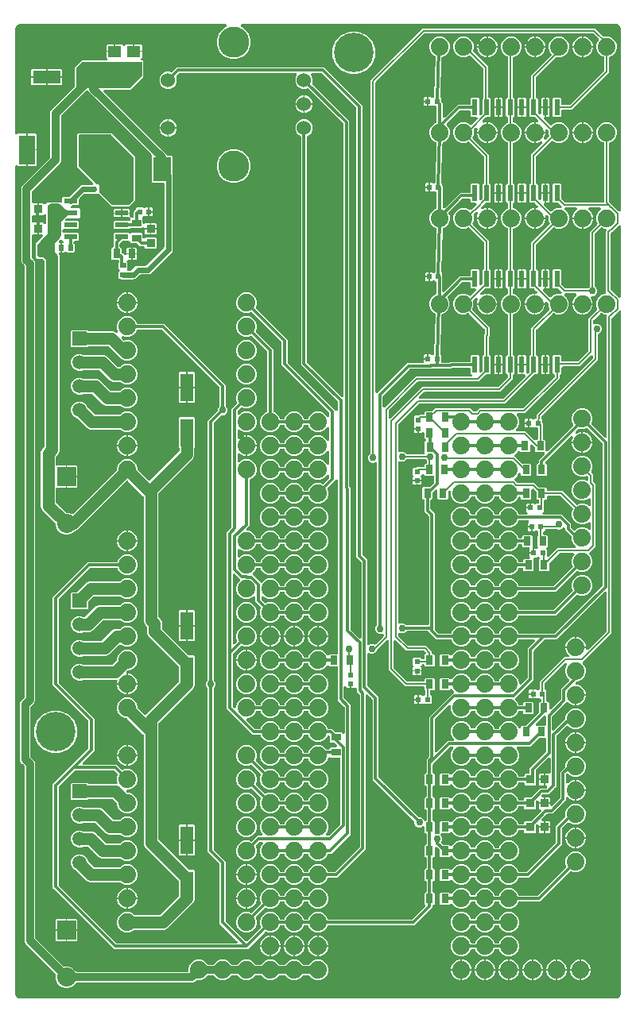
<source format=gbr>
G04 EAGLE Gerber RS-274X export*
G75*
%MOMM*%
%FSLAX34Y34*%
%LPD*%
%INTop Copper*%
%IPPOS*%
%AMOC8*
5,1,8,0,0,1.08239X$1,22.5*%
G01*
G04 Define Apertures*
%ADD10R,1.400000X3.000000*%
%ADD11R,0.920900X0.970200*%
%ADD12R,2.032000X2.032000*%
%ADD13C,2.032000*%
%ADD14C,1.879600*%
%ADD15R,0.798700X0.973900*%
%ADD16R,0.973900X0.798700*%
%ADD17C,1.524000*%
%ADD18C,3.302000*%
%ADD19R,1.460500X0.533400*%
%ADD20R,2.400000X3.100000*%
%ADD21R,0.535100X0.644000*%
%ADD22R,1.799400X3.129200*%
%ADD23R,0.970200X0.920900*%
%ADD24R,0.560000X0.629100*%
%ADD25R,0.644000X0.535100*%
%ADD26R,1.899919X2.499359*%
%ADD27R,1.465300X1.164600*%
%ADD28R,3.000000X1.400000*%
%ADD29R,0.600000X1.700000*%
%ADD30R,1.000000X2.800000*%
%ADD31R,0.629100X0.560000*%
%ADD32R,1.508000X1.508000*%
%ADD33C,1.508000*%
%ADD34C,0.756400*%
%ADD35C,0.304800*%
%ADD36C,4.216400*%
%ADD37C,0.203200*%
%ADD38C,0.812800*%
%ADD39C,0.609600*%
%ADD40C,1.270000*%
%ADD41C,0.508000*%
G36*
X279794Y7672D02*
X279400Y7620D01*
X-355600Y7620D01*
X-355994Y7672D01*
X-357772Y8148D01*
X-358456Y8543D01*
X-359757Y9844D01*
X-360152Y10528D01*
X-360628Y12306D01*
X-360680Y12700D01*
X-360680Y894529D01*
X-360586Y895055D01*
X-360267Y895571D01*
X-359773Y895922D01*
X-359180Y896052D01*
X-358584Y895941D01*
X-358078Y895606D01*
X-357789Y895317D01*
X-348922Y895317D01*
X-348922Y929657D01*
X-357789Y929657D01*
X-358078Y929367D01*
X-358517Y929061D01*
X-359107Y928921D01*
X-359705Y929023D01*
X-360216Y929350D01*
X-360559Y929850D01*
X-360680Y930445D01*
X-360680Y1041400D01*
X-360628Y1041794D01*
X-360152Y1043572D01*
X-359757Y1044256D01*
X-358456Y1045557D01*
X-357772Y1045952D01*
X-355994Y1046428D01*
X-355600Y1046480D01*
X-136756Y1046480D01*
X-136241Y1046390D01*
X-135723Y1046076D01*
X-135368Y1045584D01*
X-135233Y1044992D01*
X-135339Y1044395D01*
X-135670Y1043887D01*
X-136173Y1043548D01*
X-138176Y1042718D01*
X-143249Y1037645D01*
X-145994Y1031017D01*
X-145994Y1023843D01*
X-143249Y1017215D01*
X-138176Y1012142D01*
X-131548Y1009396D01*
X-124373Y1009396D01*
X-117745Y1012142D01*
X-112672Y1017215D01*
X-109926Y1023843D01*
X-109926Y1031017D01*
X-112672Y1037645D01*
X-117745Y1042718D01*
X-119748Y1043548D01*
X-120189Y1043828D01*
X-120548Y1044317D01*
X-120688Y1044907D01*
X-120586Y1045505D01*
X-120259Y1046016D01*
X-119759Y1046359D01*
X-119164Y1046480D01*
X279400Y1046480D01*
X279794Y1046428D01*
X281572Y1045952D01*
X282256Y1045557D01*
X283557Y1044256D01*
X283952Y1043572D01*
X284428Y1041794D01*
X284480Y1041400D01*
X284480Y848384D01*
X284386Y847858D01*
X284067Y847342D01*
X283573Y846991D01*
X282980Y846861D01*
X282384Y846972D01*
X281878Y847307D01*
X275171Y854014D01*
X274937Y854059D01*
X274431Y854394D01*
X272226Y856599D01*
X271901Y857083D01*
X271780Y857677D01*
X271780Y919122D01*
X271887Y919683D01*
X272218Y920191D01*
X272721Y920530D01*
X275427Y921651D01*
X278499Y924723D01*
X280162Y928738D01*
X280162Y933083D01*
X278499Y937097D01*
X275427Y940169D01*
X271413Y941832D01*
X267068Y941832D01*
X263053Y940169D01*
X259981Y937097D01*
X258318Y933083D01*
X258318Y928738D01*
X259981Y924723D01*
X263053Y921651D01*
X265759Y920530D01*
X266236Y920217D01*
X266579Y919716D01*
X266700Y919122D01*
X266700Y857504D01*
X266598Y856955D01*
X266271Y856444D01*
X265770Y856101D01*
X265176Y855980D01*
X225773Y855980D01*
X225201Y856091D01*
X224696Y856426D01*
X221440Y859682D01*
X221115Y860165D01*
X220994Y860759D01*
X220994Y875271D01*
X220101Y876164D01*
X212839Y876164D01*
X211946Y875271D01*
X211946Y857009D01*
X212839Y856116D01*
X217191Y856116D01*
X217763Y856005D01*
X218268Y855670D01*
X220944Y852994D01*
X221250Y852555D01*
X221390Y851965D01*
X221288Y851367D01*
X220961Y850856D01*
X220461Y850513D01*
X219867Y850392D01*
X216268Y850392D01*
X212253Y848729D01*
X210875Y847351D01*
X210414Y847035D01*
X209821Y846904D01*
X209225Y847016D01*
X208719Y847351D01*
X202556Y853514D01*
X202250Y853953D01*
X202110Y854543D01*
X202212Y855141D01*
X202539Y855652D01*
X203039Y855995D01*
X203208Y856030D01*
X203208Y865378D01*
X199446Y865378D01*
X199446Y860303D01*
X199352Y859777D01*
X199033Y859261D01*
X198539Y858910D01*
X197946Y858779D01*
X197350Y858891D01*
X196844Y859226D01*
X196440Y859630D01*
X196115Y860113D01*
X195994Y860707D01*
X195994Y875271D01*
X195002Y876263D01*
X194985Y876266D01*
X194474Y876593D01*
X194131Y877094D01*
X194010Y877688D01*
X194010Y904797D01*
X194121Y905369D01*
X194456Y905874D01*
X210165Y921583D01*
X210626Y921899D01*
X211219Y922029D01*
X211815Y921918D01*
X212161Y921689D01*
X216268Y919988D01*
X220613Y919988D01*
X224627Y921651D01*
X227699Y924723D01*
X229362Y928738D01*
X229362Y933083D01*
X227699Y937097D01*
X224627Y940169D01*
X220613Y941832D01*
X216268Y941832D01*
X212253Y940169D01*
X211058Y938974D01*
X210597Y938658D01*
X210004Y938527D01*
X209408Y938639D01*
X208902Y938974D01*
X202921Y944954D01*
X202615Y945393D01*
X202476Y945983D01*
X202578Y946581D01*
X202904Y947092D01*
X203208Y947300D01*
X203208Y956818D01*
X199446Y956818D01*
X199446Y952109D01*
X199352Y951582D01*
X199033Y951066D01*
X198539Y950715D01*
X197946Y950585D01*
X197350Y950696D01*
X196844Y951031D01*
X196440Y951435D01*
X196115Y951919D01*
X195994Y952513D01*
X195994Y966711D01*
X195002Y967703D01*
X194985Y967706D01*
X194474Y968033D01*
X194131Y968534D01*
X194010Y969128D01*
X194010Y989127D01*
X194121Y989699D01*
X194456Y990204D01*
X215234Y1010982D01*
X215717Y1011307D01*
X216311Y1011428D01*
X220613Y1011428D01*
X224627Y1013091D01*
X227699Y1016163D01*
X229362Y1020178D01*
X229362Y1024523D01*
X227699Y1028537D01*
X224627Y1031609D01*
X220613Y1033272D01*
X216268Y1033272D01*
X212253Y1031609D01*
X209181Y1028537D01*
X207518Y1024523D01*
X207518Y1020178D01*
X209181Y1016163D01*
X210128Y1015216D01*
X210444Y1014755D01*
X210574Y1014162D01*
X210463Y1013566D01*
X210128Y1013060D01*
X188930Y991862D01*
X188930Y969128D01*
X188828Y968579D01*
X188501Y968068D01*
X188000Y967725D01*
X187949Y967714D01*
X186946Y966711D01*
X186946Y948449D01*
X187839Y947556D01*
X192504Y947556D01*
X193076Y947445D01*
X193582Y947110D01*
X196258Y944434D01*
X196564Y943995D01*
X196704Y943405D01*
X196602Y942807D01*
X196275Y942296D01*
X195775Y941953D01*
X195180Y941832D01*
X193802Y941832D01*
X193802Y931672D01*
X203962Y931672D01*
X203962Y933050D01*
X204056Y933577D01*
X204375Y934093D01*
X204869Y934444D01*
X205462Y934574D01*
X206058Y934463D01*
X206564Y934128D01*
X207072Y933620D01*
X207397Y933137D01*
X207518Y932542D01*
X207518Y928738D01*
X207895Y927828D01*
X208011Y927269D01*
X207900Y926672D01*
X207565Y926167D01*
X205014Y923617D01*
X204587Y923316D01*
X203998Y923171D01*
X203399Y923268D01*
X202885Y923591D01*
X202538Y924089D01*
X202413Y924682D01*
X202529Y925277D01*
X203962Y928738D01*
X203962Y930148D01*
X193802Y930148D01*
X193802Y919988D01*
X195213Y919988D01*
X198673Y921421D01*
X199183Y921535D01*
X199783Y921443D01*
X200299Y921125D01*
X200650Y920630D01*
X200780Y920038D01*
X200668Y919441D01*
X200333Y918936D01*
X188930Y907532D01*
X188930Y877688D01*
X188828Y877139D01*
X188501Y876628D01*
X188000Y876285D01*
X187949Y876274D01*
X186946Y875271D01*
X186946Y857009D01*
X187839Y856116D01*
X192139Y856116D01*
X192710Y856005D01*
X193216Y855670D01*
X195892Y852994D01*
X196198Y852555D01*
X196338Y851965D01*
X196236Y851367D01*
X195909Y850856D01*
X195409Y850513D01*
X194815Y850392D01*
X193802Y850392D01*
X193802Y840232D01*
X203962Y840232D01*
X203962Y841245D01*
X204056Y841771D01*
X204375Y842287D01*
X204869Y842638D01*
X205462Y842768D01*
X206058Y842657D01*
X206564Y842322D01*
X207072Y841814D01*
X207397Y841331D01*
X207518Y840737D01*
X207518Y837298D01*
X208639Y834591D01*
X208755Y834033D01*
X208643Y833436D01*
X208309Y832931D01*
X188930Y813552D01*
X188930Y786248D01*
X188828Y785699D01*
X188501Y785188D01*
X188000Y784845D01*
X187949Y784834D01*
X186946Y783831D01*
X186946Y765569D01*
X187839Y764676D01*
X191228Y764676D01*
X191800Y764565D01*
X192305Y764230D01*
X194981Y761554D01*
X195287Y761115D01*
X195427Y760525D01*
X195325Y759927D01*
X194998Y759416D01*
X194498Y759073D01*
X193904Y758952D01*
X193331Y758952D01*
X193331Y748792D01*
X203491Y748792D01*
X203491Y749365D01*
X203585Y749891D01*
X203904Y750407D01*
X204398Y750758D01*
X204991Y750888D01*
X205587Y750777D01*
X206093Y750442D01*
X206601Y749934D01*
X206926Y749451D01*
X207047Y748857D01*
X207047Y745858D01*
X208168Y743152D01*
X208284Y742593D01*
X208173Y741997D01*
X207838Y741491D01*
X188930Y722583D01*
X188930Y694808D01*
X188828Y694259D01*
X188501Y693748D01*
X188000Y693405D01*
X187949Y693394D01*
X186946Y692391D01*
X186946Y675647D01*
X186835Y675075D01*
X186500Y674569D01*
X186096Y674165D01*
X185657Y673859D01*
X185067Y673719D01*
X184469Y673821D01*
X183958Y674148D01*
X183615Y674648D01*
X183494Y675243D01*
X183494Y682498D01*
X179732Y682498D01*
X179732Y673236D01*
X181488Y673236D01*
X182014Y673142D01*
X182530Y672823D01*
X182881Y672329D01*
X183011Y671736D01*
X182900Y671140D01*
X182565Y670634D01*
X159203Y647272D01*
X158720Y646946D01*
X158125Y646826D01*
X70866Y646826D01*
X70340Y646920D01*
X69823Y647238D01*
X69473Y647733D01*
X69342Y648325D01*
X69454Y648922D01*
X69789Y649427D01*
X74305Y653943D01*
X74788Y654269D01*
X75382Y654390D01*
X155623Y654390D01*
X169010Y667776D01*
X169010Y671712D01*
X169112Y672261D01*
X169439Y672772D01*
X169940Y673115D01*
X169991Y673126D01*
X170994Y674129D01*
X170994Y692391D01*
X170002Y693383D01*
X169985Y693386D01*
X169474Y693713D01*
X169131Y694214D01*
X169010Y694808D01*
X169010Y735953D01*
X169117Y736513D01*
X169448Y737022D01*
X169951Y737361D01*
X173356Y738771D01*
X176428Y741843D01*
X178091Y745858D01*
X178091Y750203D01*
X176428Y754217D01*
X173356Y757289D01*
X169951Y758700D01*
X169474Y759013D01*
X169131Y759514D01*
X169010Y760108D01*
X169010Y763152D01*
X169112Y763701D01*
X169439Y764212D01*
X169940Y764555D01*
X169991Y764566D01*
X170994Y765569D01*
X170994Y783831D01*
X170002Y784823D01*
X169985Y784826D01*
X169474Y785153D01*
X169131Y785654D01*
X169010Y786248D01*
X169010Y827197D01*
X169117Y827758D01*
X169448Y828266D01*
X169951Y828605D01*
X173827Y830211D01*
X176899Y833283D01*
X178562Y837298D01*
X178562Y841643D01*
X176899Y845657D01*
X173827Y848729D01*
X169951Y850335D01*
X169474Y850648D01*
X169131Y851148D01*
X169010Y851743D01*
X169010Y854592D01*
X169112Y855141D01*
X169439Y855652D01*
X169940Y855995D01*
X169991Y856006D01*
X170994Y857009D01*
X170994Y875271D01*
X170002Y876263D01*
X169985Y876266D01*
X169474Y876593D01*
X169131Y877094D01*
X169010Y877688D01*
X169010Y918637D01*
X169117Y919198D01*
X169448Y919706D01*
X169951Y920045D01*
X173827Y921651D01*
X176899Y924723D01*
X178562Y928738D01*
X178562Y933083D01*
X176899Y937097D01*
X173827Y940169D01*
X169951Y941775D01*
X169474Y942088D01*
X169131Y942588D01*
X169010Y943183D01*
X169010Y946032D01*
X169112Y946581D01*
X169439Y947092D01*
X169940Y947435D01*
X169991Y947446D01*
X170994Y948449D01*
X170994Y966711D01*
X170002Y967703D01*
X169985Y967706D01*
X169474Y968033D01*
X169131Y968534D01*
X169010Y969128D01*
X169010Y1010077D01*
X169117Y1010638D01*
X169448Y1011146D01*
X169951Y1011485D01*
X173827Y1013091D01*
X176899Y1016163D01*
X178562Y1020178D01*
X178562Y1024523D01*
X176899Y1028537D01*
X173827Y1031609D01*
X169813Y1033272D01*
X165468Y1033272D01*
X161453Y1031609D01*
X158381Y1028537D01*
X156718Y1024523D01*
X156718Y1020178D01*
X158381Y1016163D01*
X161453Y1013091D01*
X162989Y1012455D01*
X163466Y1012141D01*
X163809Y1011641D01*
X163930Y1011047D01*
X163930Y969128D01*
X163828Y968579D01*
X163501Y968068D01*
X163000Y967725D01*
X162949Y967714D01*
X161946Y966711D01*
X161946Y948449D01*
X162938Y947457D01*
X162955Y947454D01*
X163466Y947127D01*
X163809Y946626D01*
X163930Y946032D01*
X163930Y942213D01*
X163823Y941653D01*
X163492Y941144D01*
X162989Y940805D01*
X161453Y940169D01*
X158381Y937097D01*
X156718Y933083D01*
X156718Y928738D01*
X158381Y924723D01*
X161453Y921651D01*
X162989Y921015D01*
X163466Y920701D01*
X163809Y920201D01*
X163930Y919607D01*
X163930Y877688D01*
X163828Y877139D01*
X163501Y876628D01*
X163000Y876285D01*
X162949Y876274D01*
X161946Y875271D01*
X161946Y857009D01*
X162938Y856017D01*
X162955Y856014D01*
X163466Y855687D01*
X163809Y855186D01*
X163930Y854592D01*
X163930Y850773D01*
X163823Y850213D01*
X163492Y849704D01*
X162989Y849365D01*
X161453Y848729D01*
X158381Y845657D01*
X156718Y841643D01*
X156718Y837298D01*
X158381Y833283D01*
X161453Y830211D01*
X162989Y829575D01*
X163466Y829261D01*
X163809Y828761D01*
X163930Y828167D01*
X163930Y786248D01*
X163828Y785699D01*
X163501Y785188D01*
X163000Y784845D01*
X162949Y784834D01*
X161946Y783831D01*
X161946Y765569D01*
X162938Y764577D01*
X162955Y764574D01*
X163466Y764247D01*
X163809Y763746D01*
X163930Y763152D01*
X163930Y759529D01*
X163823Y758968D01*
X163492Y758460D01*
X162989Y758121D01*
X160982Y757289D01*
X157910Y754217D01*
X156247Y750203D01*
X156247Y745858D01*
X157910Y741843D01*
X160982Y738771D01*
X162989Y737940D01*
X163466Y737626D01*
X163809Y737126D01*
X163930Y736532D01*
X163930Y694808D01*
X163828Y694259D01*
X163501Y693748D01*
X163000Y693405D01*
X162949Y693394D01*
X161946Y692391D01*
X161946Y674129D01*
X162938Y673137D01*
X162955Y673134D01*
X163466Y672807D01*
X163809Y672306D01*
X163930Y671712D01*
X163930Y670512D01*
X163819Y669940D01*
X163484Y669434D01*
X153965Y659916D01*
X153482Y659590D01*
X152888Y659470D01*
X72647Y659470D01*
X39480Y626303D01*
X39041Y625997D01*
X38451Y625857D01*
X37853Y625959D01*
X37342Y626286D01*
X36999Y626786D01*
X36878Y627380D01*
X36878Y633841D01*
X36989Y634413D01*
X37324Y634919D01*
X67313Y664908D01*
X67796Y665233D01*
X68391Y665354D01*
X133006Y665354D01*
X140442Y672790D01*
X140925Y673115D01*
X141519Y673236D01*
X145101Y673236D01*
X145994Y674129D01*
X145994Y692391D01*
X145002Y693383D01*
X144985Y693386D01*
X144474Y693713D01*
X144131Y694214D01*
X144010Y694808D01*
X144010Y712865D01*
X144121Y713437D01*
X144456Y713943D01*
X144498Y713984D01*
X144498Y723494D01*
X126501Y741491D01*
X126180Y741963D01*
X126054Y742556D01*
X126170Y743152D01*
X127291Y745858D01*
X127291Y750203D01*
X127052Y750780D01*
X126936Y751339D01*
X127048Y751935D01*
X127383Y752440D01*
X129462Y754519D01*
X129889Y754820D01*
X130479Y754965D01*
X131077Y754868D01*
X131591Y754545D01*
X131938Y754047D01*
X132063Y753454D01*
X131947Y752859D01*
X130847Y750203D01*
X130847Y748792D01*
X141007Y748792D01*
X141007Y758952D01*
X139597Y758952D01*
X136941Y757852D01*
X136430Y757738D01*
X135831Y757830D01*
X135315Y758149D01*
X134964Y758643D01*
X134834Y759236D01*
X134945Y759832D01*
X135280Y760338D01*
X139172Y764230D01*
X139655Y764555D01*
X140249Y764676D01*
X145101Y764676D01*
X145994Y765569D01*
X145994Y783831D01*
X145002Y784823D01*
X144985Y784826D01*
X144474Y785153D01*
X144131Y785654D01*
X144010Y786248D01*
X144010Y815892D01*
X126972Y832931D01*
X126651Y833403D01*
X126525Y833996D01*
X126641Y834591D01*
X127762Y837298D01*
X127762Y841642D01*
X127385Y842552D01*
X127269Y843111D01*
X127380Y843708D01*
X127715Y844213D01*
X129266Y845764D01*
X129749Y846089D01*
X130343Y846210D01*
X130663Y846210D01*
X130892Y846266D01*
X131491Y846169D01*
X132004Y845846D01*
X132351Y845349D01*
X132477Y844755D01*
X132361Y844160D01*
X131318Y841643D01*
X131318Y840232D01*
X141478Y840232D01*
X141478Y850392D01*
X140068Y850392D01*
X137550Y849349D01*
X137040Y849235D01*
X136440Y849327D01*
X135924Y849646D01*
X135573Y850140D01*
X135443Y850733D01*
X135554Y851329D01*
X135889Y851835D01*
X139724Y855670D01*
X140207Y855995D01*
X140802Y856116D01*
X145101Y856116D01*
X145994Y857009D01*
X145994Y875271D01*
X145002Y876263D01*
X144985Y876266D01*
X144474Y876593D01*
X144131Y877094D01*
X144010Y877688D01*
X144010Y907332D01*
X126972Y924371D01*
X126651Y924843D01*
X126525Y925436D01*
X126641Y926031D01*
X127762Y928738D01*
X127762Y933207D01*
X127698Y933517D01*
X127809Y934113D01*
X128144Y934619D01*
X129231Y935706D01*
X129659Y936007D01*
X130248Y936151D01*
X130847Y936054D01*
X131360Y935732D01*
X131707Y935234D01*
X131833Y934641D01*
X131717Y934045D01*
X131318Y933083D01*
X131318Y931672D01*
X141478Y931672D01*
X141478Y941832D01*
X140068Y941832D01*
X139105Y941433D01*
X138594Y941319D01*
X137995Y941411D01*
X137479Y941730D01*
X137128Y942224D01*
X136998Y942817D01*
X137109Y943413D01*
X137444Y943919D01*
X140635Y947110D01*
X141118Y947435D01*
X141712Y947556D01*
X145101Y947556D01*
X145994Y948449D01*
X145994Y966711D01*
X145101Y967604D01*
X144670Y967604D01*
X144121Y967706D01*
X143610Y968033D01*
X143267Y968534D01*
X143146Y969128D01*
X143146Y1001392D01*
X127486Y1017052D01*
X127165Y1017524D01*
X127039Y1018118D01*
X127155Y1018713D01*
X127762Y1020178D01*
X127762Y1024523D01*
X126099Y1028537D01*
X123027Y1031609D01*
X119013Y1033272D01*
X114668Y1033272D01*
X110653Y1031609D01*
X107581Y1028537D01*
X105918Y1024523D01*
X105918Y1020178D01*
X107581Y1016163D01*
X110653Y1013091D01*
X114668Y1011428D01*
X119013Y1011428D01*
X122960Y1013063D01*
X123519Y1013179D01*
X124115Y1013068D01*
X124621Y1012733D01*
X137620Y999734D01*
X137945Y999251D01*
X138066Y998657D01*
X138066Y968463D01*
X137955Y967891D01*
X137620Y967385D01*
X136946Y966711D01*
X136946Y951237D01*
X136835Y950665D01*
X136500Y950159D01*
X136096Y949755D01*
X135657Y949449D01*
X135067Y949309D01*
X134469Y949411D01*
X133958Y949738D01*
X133615Y950238D01*
X133494Y950833D01*
X133494Y966711D01*
X132601Y967604D01*
X125339Y967604D01*
X124446Y966711D01*
X124446Y962152D01*
X124344Y961603D01*
X124017Y961092D01*
X123516Y960749D01*
X122922Y960628D01*
X110497Y960628D01*
X97090Y947220D01*
X96651Y946914D01*
X96061Y946775D01*
X95463Y946876D01*
X94952Y947203D01*
X94609Y947703D01*
X94488Y948298D01*
X94488Y962419D01*
X93436Y963470D01*
X93111Y963953D01*
X92990Y964548D01*
X92990Y967707D01*
X92322Y968375D01*
X91979Y968899D01*
X91876Y969497D01*
X93052Y1010221D01*
X93158Y1010738D01*
X93489Y1011246D01*
X93992Y1011585D01*
X97627Y1013091D01*
X100699Y1016163D01*
X102362Y1020178D01*
X102362Y1024523D01*
X100699Y1028537D01*
X97627Y1031609D01*
X93613Y1033272D01*
X89268Y1033272D01*
X85253Y1031609D01*
X82181Y1028537D01*
X80518Y1024523D01*
X80518Y1020178D01*
X82181Y1016163D01*
X85253Y1013091D01*
X86044Y1012763D01*
X86553Y1012419D01*
X86881Y1011909D01*
X86984Y1011311D01*
X85784Y969737D01*
X85674Y969209D01*
X85339Y968703D01*
X84898Y968262D01*
X84437Y967946D01*
X83844Y967816D01*
X83248Y967927D01*
X82742Y968262D01*
X82405Y968600D01*
X79736Y968600D01*
X79736Y959261D01*
X82405Y959261D01*
X82742Y959598D01*
X83203Y959914D01*
X83796Y960044D01*
X84392Y959933D01*
X84898Y959598D01*
X85235Y959261D01*
X86868Y959261D01*
X87417Y959158D01*
X87928Y958831D01*
X88271Y958331D01*
X88392Y957737D01*
X88392Y942488D01*
X88285Y941927D01*
X87954Y941419D01*
X87451Y941080D01*
X85253Y940169D01*
X82181Y937097D01*
X80518Y933083D01*
X80518Y928738D01*
X82181Y924723D01*
X85253Y921651D01*
X87277Y920812D01*
X87785Y920469D01*
X88113Y919959D01*
X88217Y919361D01*
X87052Y878295D01*
X86941Y877766D01*
X86606Y877261D01*
X86168Y876822D01*
X85707Y876506D01*
X85114Y876376D01*
X84518Y876487D01*
X84012Y876822D01*
X83675Y877160D01*
X81006Y877160D01*
X81006Y867821D01*
X83675Y867821D01*
X84012Y868158D01*
X84473Y868474D01*
X85066Y868604D01*
X85662Y868493D01*
X86168Y868158D01*
X86505Y867821D01*
X86868Y867821D01*
X87417Y867718D01*
X87928Y867391D01*
X88271Y866891D01*
X88392Y866297D01*
X88392Y851048D01*
X88285Y850487D01*
X87954Y849979D01*
X87451Y849640D01*
X85253Y848729D01*
X82181Y845657D01*
X80518Y841643D01*
X80518Y837298D01*
X82181Y833283D01*
X85253Y830211D01*
X87317Y829356D01*
X87824Y829013D01*
X88153Y828504D01*
X88258Y827907D01*
X87044Y783039D01*
X86933Y782508D01*
X86598Y782003D01*
X86168Y781572D01*
X85707Y781256D01*
X85114Y781126D01*
X84518Y781237D01*
X84012Y781572D01*
X83675Y781910D01*
X81006Y781910D01*
X81006Y772571D01*
X83675Y772571D01*
X84012Y772908D01*
X84473Y773224D01*
X85066Y773354D01*
X85662Y773243D01*
X86168Y772908D01*
X86529Y772546D01*
X86947Y772468D01*
X87457Y772141D01*
X87800Y771641D01*
X87921Y771047D01*
X87921Y759608D01*
X87814Y759047D01*
X87483Y758539D01*
X86980Y758200D01*
X84782Y757289D01*
X81710Y754217D01*
X80047Y750203D01*
X80047Y745858D01*
X81710Y741843D01*
X84782Y738771D01*
X85999Y738267D01*
X86506Y737924D01*
X86835Y737414D01*
X86939Y736816D01*
X85779Y695413D01*
X85669Y694884D01*
X85334Y694378D01*
X84898Y693942D01*
X84437Y693626D01*
X83844Y693496D01*
X83248Y693607D01*
X82742Y693942D01*
X82405Y694280D01*
X79736Y694280D01*
X79736Y688848D01*
X74650Y688848D01*
X74650Y686634D01*
X74548Y686085D01*
X74221Y685574D01*
X73720Y685231D01*
X73126Y685110D01*
X56915Y685110D01*
X25462Y653657D01*
X25023Y653351D01*
X24433Y653211D01*
X23835Y653313D01*
X23324Y653640D01*
X22981Y654140D01*
X22860Y654734D01*
X22860Y983837D01*
X22971Y984409D01*
X23306Y984914D01*
X74774Y1036382D01*
X75257Y1036707D01*
X75851Y1036828D01*
X254349Y1036828D01*
X254921Y1036717D01*
X255426Y1036382D01*
X260548Y1031260D01*
X260864Y1030799D01*
X260994Y1030206D01*
X260883Y1029610D01*
X260548Y1029104D01*
X259981Y1028537D01*
X258318Y1024523D01*
X258318Y1020178D01*
X259981Y1016163D01*
X263053Y1013091D01*
X265759Y1011970D01*
X266236Y1011657D01*
X266579Y1011156D01*
X266700Y1010562D01*
X266700Y997672D01*
X266589Y997100D01*
X266254Y996594D01*
X230226Y960566D01*
X229743Y960241D01*
X229148Y960120D01*
X222518Y960120D01*
X221969Y960222D01*
X221458Y960549D01*
X221115Y961050D01*
X220994Y961644D01*
X220994Y966711D01*
X220101Y967604D01*
X212839Y967604D01*
X211946Y966711D01*
X211946Y948449D01*
X212839Y947556D01*
X220101Y947556D01*
X220994Y948449D01*
X220994Y953516D01*
X221096Y954065D01*
X221423Y954576D01*
X221924Y954919D01*
X222518Y955040D01*
X231884Y955040D01*
X271780Y994936D01*
X271780Y1010562D01*
X271887Y1011123D01*
X272218Y1011631D01*
X272721Y1011970D01*
X275427Y1013091D01*
X278499Y1016163D01*
X280162Y1020178D01*
X280162Y1024523D01*
X278499Y1028537D01*
X275427Y1031609D01*
X271413Y1033272D01*
X267068Y1033272D01*
X267056Y1033267D01*
X266497Y1033151D01*
X265900Y1033262D01*
X265395Y1033597D01*
X257084Y1041908D01*
X73116Y1041908D01*
X17780Y986572D01*
X17780Y589795D01*
X17669Y589223D01*
X17334Y588717D01*
X15822Y587206D01*
X15014Y585255D01*
X15014Y583145D01*
X15822Y581194D01*
X17314Y579702D01*
X19265Y578894D01*
X21375Y578894D01*
X22627Y579413D01*
X23162Y579528D01*
X23760Y579426D01*
X24271Y579099D01*
X24614Y578599D01*
X24735Y578005D01*
X24735Y406730D01*
X24623Y406158D01*
X24288Y405653D01*
X23518Y404882D01*
X22710Y402932D01*
X22710Y400821D01*
X23518Y398871D01*
X25010Y397378D01*
X26961Y396570D01*
X29071Y396570D01*
X29691Y396827D01*
X30225Y396942D01*
X30823Y396840D01*
X31334Y396514D01*
X31677Y396013D01*
X31798Y395419D01*
X31798Y394470D01*
X31687Y393898D01*
X31352Y393392D01*
X23452Y385493D01*
X22980Y385172D01*
X22387Y385046D01*
X21791Y385162D01*
X20237Y385806D01*
X18127Y385806D01*
X16237Y385023D01*
X15703Y384908D01*
X15105Y385010D01*
X14594Y385337D01*
X14251Y385837D01*
X14130Y386431D01*
X14130Y475821D01*
X9364Y480587D01*
X9039Y481070D01*
X8918Y481665D01*
X8918Y959539D01*
X-32049Y1000506D01*
X-188405Y1000506D01*
X-193140Y995771D01*
X-193612Y995450D01*
X-194205Y995325D01*
X-194801Y995441D01*
X-195992Y995934D01*
X-199629Y995934D01*
X-202990Y994542D01*
X-205562Y991970D01*
X-206954Y988609D01*
X-206954Y984971D01*
X-205562Y981610D01*
X-202990Y979038D01*
X-199629Y977646D01*
X-195992Y977646D01*
X-192631Y979038D01*
X-190059Y981610D01*
X-188666Y984971D01*
X-188666Y988609D01*
X-189160Y989800D01*
X-189276Y990359D01*
X-189164Y990955D01*
X-188829Y991461D01*
X-186326Y993964D01*
X-185843Y994289D01*
X-185249Y994410D01*
X-62021Y994410D01*
X-61495Y994316D01*
X-60979Y993997D01*
X-60628Y993503D01*
X-60497Y992910D01*
X-60609Y992314D01*
X-60691Y992189D01*
X-62174Y988609D01*
X-62174Y984971D01*
X-60782Y981610D01*
X-58210Y979038D01*
X-54849Y977646D01*
X-51212Y977646D01*
X-50021Y978139D01*
X-49462Y978255D01*
X-48866Y978144D01*
X-48360Y977809D01*
X-11284Y940733D01*
X-10959Y940250D01*
X-10838Y939656D01*
X-10838Y650327D01*
X-10932Y649801D01*
X-11251Y649285D01*
X-11745Y648934D01*
X-12338Y648804D01*
X-12934Y648915D01*
X-13440Y649250D01*
X-49536Y685346D01*
X-49862Y685829D01*
X-49982Y686424D01*
X-49982Y926337D01*
X-49876Y926898D01*
X-49545Y927406D01*
X-49042Y927745D01*
X-47851Y928238D01*
X-45279Y930810D01*
X-43886Y934171D01*
X-43886Y937809D01*
X-45279Y941170D01*
X-47851Y943742D01*
X-51212Y945134D01*
X-54849Y945134D01*
X-58210Y943742D01*
X-60782Y941170D01*
X-62174Y937809D01*
X-62174Y934171D01*
X-60782Y930810D01*
X-58210Y928238D01*
X-57019Y927745D01*
X-56542Y927431D01*
X-56199Y926931D01*
X-56078Y926337D01*
X-56078Y683267D01*
X-17305Y644494D01*
X-16979Y644011D01*
X-16859Y643416D01*
X-16859Y635718D01*
X-16952Y635192D01*
X-17271Y634676D01*
X-17766Y634325D01*
X-18358Y634194D01*
X-18954Y634306D01*
X-19460Y634641D01*
X-70166Y685346D01*
X-70491Y685829D01*
X-70612Y686424D01*
X-70612Y709923D01*
X-103958Y743269D01*
X-104279Y743741D01*
X-104404Y744334D01*
X-104288Y744929D01*
X-103378Y747128D01*
X-103378Y751473D01*
X-105041Y755487D01*
X-108113Y758559D01*
X-112128Y760222D01*
X-116473Y760222D01*
X-120487Y758559D01*
X-123559Y755487D01*
X-125222Y751473D01*
X-125222Y747128D01*
X-123559Y743113D01*
X-120487Y740041D01*
X-116473Y738378D01*
X-112128Y738378D01*
X-109929Y739288D01*
X-109371Y739404D01*
X-108774Y739293D01*
X-108269Y738958D01*
X-77154Y707844D01*
X-76829Y707361D01*
X-76708Y706766D01*
X-76708Y683267D01*
X-26354Y632914D01*
X-26029Y632431D01*
X-25908Y631836D01*
X-25908Y629068D01*
X-25998Y628553D01*
X-26312Y628034D01*
X-26804Y627679D01*
X-27396Y627545D01*
X-27993Y627651D01*
X-28501Y627982D01*
X-28840Y628485D01*
X-28841Y628487D01*
X-31913Y631559D01*
X-35928Y633222D01*
X-40273Y633222D01*
X-44287Y631559D01*
X-47359Y628487D01*
X-48270Y626289D01*
X-48583Y625812D01*
X-49083Y625469D01*
X-49678Y625348D01*
X-51922Y625348D01*
X-52483Y625455D01*
X-52991Y625786D01*
X-53330Y626289D01*
X-54241Y628487D01*
X-57313Y631559D01*
X-61328Y633222D01*
X-65673Y633222D01*
X-69687Y631559D01*
X-72759Y628487D01*
X-73670Y626289D01*
X-73983Y625812D01*
X-74483Y625469D01*
X-75078Y625348D01*
X-77322Y625348D01*
X-77883Y625455D01*
X-78391Y625786D01*
X-78730Y626289D01*
X-79641Y628487D01*
X-82713Y631559D01*
X-84911Y632470D01*
X-85388Y632783D01*
X-85731Y633283D01*
X-85852Y633878D01*
X-85852Y699763D01*
X-103958Y717869D01*
X-104279Y718341D01*
X-104404Y718934D01*
X-104288Y719529D01*
X-103378Y721728D01*
X-103378Y726073D01*
X-105041Y730087D01*
X-108113Y733159D01*
X-112128Y734822D01*
X-116473Y734822D01*
X-120487Y733159D01*
X-123559Y730087D01*
X-125222Y726073D01*
X-125222Y721728D01*
X-123559Y717713D01*
X-120487Y714641D01*
X-116473Y712978D01*
X-112128Y712978D01*
X-109929Y713888D01*
X-109371Y714004D01*
X-108774Y713893D01*
X-108269Y713558D01*
X-92394Y697684D01*
X-92069Y697201D01*
X-91948Y696606D01*
X-91948Y633878D01*
X-92055Y633317D01*
X-92386Y632809D01*
X-92889Y632470D01*
X-95087Y631559D01*
X-98159Y628487D01*
X-99822Y624473D01*
X-99822Y620128D01*
X-98159Y616113D01*
X-95087Y613041D01*
X-91073Y611378D01*
X-86728Y611378D01*
X-82713Y613041D01*
X-79641Y616113D01*
X-78730Y618311D01*
X-78417Y618788D01*
X-77917Y619131D01*
X-77322Y619252D01*
X-75078Y619252D01*
X-74517Y619145D01*
X-74009Y618814D01*
X-73670Y618311D01*
X-72759Y616113D01*
X-69687Y613041D01*
X-65673Y611378D01*
X-61328Y611378D01*
X-57313Y613041D01*
X-54241Y616113D01*
X-53330Y618311D01*
X-53017Y618788D01*
X-52517Y619131D01*
X-51922Y619252D01*
X-49678Y619252D01*
X-49117Y619145D01*
X-48609Y618814D01*
X-48270Y618311D01*
X-47359Y616113D01*
X-44287Y613041D01*
X-40273Y611378D01*
X-35928Y611378D01*
X-31913Y613041D01*
X-28841Y616113D01*
X-28840Y616115D01*
X-28560Y616557D01*
X-28071Y616915D01*
X-27481Y617055D01*
X-26883Y616953D01*
X-26372Y616627D01*
X-26029Y616126D01*
X-25908Y615532D01*
X-25908Y603668D01*
X-25998Y603153D01*
X-26312Y602634D01*
X-26804Y602279D01*
X-27396Y602145D01*
X-27993Y602251D01*
X-28501Y602582D01*
X-28840Y603085D01*
X-28841Y603087D01*
X-31913Y606159D01*
X-35928Y607822D01*
X-40273Y607822D01*
X-44287Y606159D01*
X-47359Y603087D01*
X-48270Y600889D01*
X-48583Y600412D01*
X-49083Y600069D01*
X-49678Y599948D01*
X-51922Y599948D01*
X-52483Y600055D01*
X-52991Y600386D01*
X-53330Y600889D01*
X-54241Y603087D01*
X-57313Y606159D01*
X-61328Y607822D01*
X-65673Y607822D01*
X-69687Y606159D01*
X-72759Y603087D01*
X-73670Y600889D01*
X-73983Y600412D01*
X-74483Y600069D01*
X-75078Y599948D01*
X-77322Y599948D01*
X-77883Y600055D01*
X-78391Y600386D01*
X-78730Y600889D01*
X-79641Y603087D01*
X-82713Y606159D01*
X-86728Y607822D01*
X-91073Y607822D01*
X-95087Y606159D01*
X-98159Y603087D01*
X-99822Y599073D01*
X-99822Y594728D01*
X-98159Y590713D01*
X-95087Y587641D01*
X-91073Y585978D01*
X-86728Y585978D01*
X-82713Y587641D01*
X-79641Y590713D01*
X-78730Y592911D01*
X-78417Y593388D01*
X-77917Y593731D01*
X-77322Y593852D01*
X-75078Y593852D01*
X-74517Y593745D01*
X-74009Y593414D01*
X-73670Y592911D01*
X-72759Y590713D01*
X-69687Y587641D01*
X-65673Y585978D01*
X-61328Y585978D01*
X-57313Y587641D01*
X-54241Y590713D01*
X-53330Y592911D01*
X-53017Y593388D01*
X-52517Y593731D01*
X-51922Y593852D01*
X-49678Y593852D01*
X-49117Y593745D01*
X-48609Y593414D01*
X-48270Y592911D01*
X-47359Y590713D01*
X-44287Y587641D01*
X-40273Y585978D01*
X-35928Y585978D01*
X-31913Y587641D01*
X-28841Y590713D01*
X-28840Y590715D01*
X-28560Y591157D01*
X-28071Y591515D01*
X-27481Y591655D01*
X-26883Y591553D01*
X-26372Y591227D01*
X-26029Y590726D01*
X-25908Y590132D01*
X-25908Y578268D01*
X-25998Y577753D01*
X-26312Y577234D01*
X-26804Y576879D01*
X-27396Y576745D01*
X-27993Y576851D01*
X-28501Y577182D01*
X-28840Y577685D01*
X-28841Y577687D01*
X-31913Y580759D01*
X-35928Y582422D01*
X-40273Y582422D01*
X-44287Y580759D01*
X-47359Y577687D01*
X-48270Y575489D01*
X-48583Y575012D01*
X-49083Y574669D01*
X-49678Y574548D01*
X-51922Y574548D01*
X-52483Y574655D01*
X-52991Y574986D01*
X-53330Y575489D01*
X-54241Y577687D01*
X-57313Y580759D01*
X-61328Y582422D01*
X-65673Y582422D01*
X-69687Y580759D01*
X-72759Y577687D01*
X-73670Y575489D01*
X-73983Y575012D01*
X-74483Y574669D01*
X-75078Y574548D01*
X-77322Y574548D01*
X-77883Y574655D01*
X-78391Y574986D01*
X-78730Y575489D01*
X-79641Y577687D01*
X-82713Y580759D01*
X-86728Y582422D01*
X-91073Y582422D01*
X-95087Y580759D01*
X-98159Y577687D01*
X-99822Y573673D01*
X-99822Y569328D01*
X-98159Y565313D01*
X-95087Y562241D01*
X-91073Y560578D01*
X-86728Y560578D01*
X-82713Y562241D01*
X-79641Y565313D01*
X-78730Y567511D01*
X-78417Y567988D01*
X-77917Y568331D01*
X-77322Y568452D01*
X-75078Y568452D01*
X-74517Y568345D01*
X-74009Y568014D01*
X-73670Y567511D01*
X-72759Y565313D01*
X-69687Y562241D01*
X-65673Y560578D01*
X-61328Y560578D01*
X-57313Y562241D01*
X-54241Y565313D01*
X-53330Y567511D01*
X-53017Y567988D01*
X-52517Y568331D01*
X-51922Y568452D01*
X-49678Y568452D01*
X-49117Y568345D01*
X-48609Y568014D01*
X-48270Y567511D01*
X-47359Y565313D01*
X-44287Y562241D01*
X-40273Y560578D01*
X-35928Y560578D01*
X-31913Y562241D01*
X-28841Y565313D01*
X-28840Y565315D01*
X-28560Y565757D01*
X-28071Y566115D01*
X-27481Y566255D01*
X-26883Y566153D01*
X-26372Y565827D01*
X-26029Y565326D01*
X-25908Y564732D01*
X-25908Y563234D01*
X-26019Y562662D01*
X-26354Y562156D01*
X-32069Y556442D01*
X-32541Y556121D01*
X-33134Y555996D01*
X-33729Y556112D01*
X-35928Y557022D01*
X-40273Y557022D01*
X-44287Y555359D01*
X-47359Y552287D01*
X-48270Y550089D01*
X-48583Y549612D01*
X-49083Y549269D01*
X-49678Y549148D01*
X-51922Y549148D01*
X-52483Y549255D01*
X-52991Y549586D01*
X-53330Y550089D01*
X-54241Y552287D01*
X-57313Y555359D01*
X-61328Y557022D01*
X-65673Y557022D01*
X-69687Y555359D01*
X-72759Y552287D01*
X-73670Y550089D01*
X-73983Y549612D01*
X-74483Y549269D01*
X-75078Y549148D01*
X-77322Y549148D01*
X-77883Y549255D01*
X-78391Y549586D01*
X-78730Y550089D01*
X-79641Y552287D01*
X-82713Y555359D01*
X-86728Y557022D01*
X-91073Y557022D01*
X-95087Y555359D01*
X-98159Y552287D01*
X-99822Y548273D01*
X-99822Y543928D01*
X-98159Y539913D01*
X-95087Y536841D01*
X-91073Y535178D01*
X-86728Y535178D01*
X-82713Y536841D01*
X-79641Y539913D01*
X-78730Y542111D01*
X-78417Y542588D01*
X-77917Y542931D01*
X-77322Y543052D01*
X-75078Y543052D01*
X-74517Y542945D01*
X-74009Y542614D01*
X-73670Y542111D01*
X-72759Y539913D01*
X-69687Y536841D01*
X-65673Y535178D01*
X-61328Y535178D01*
X-57313Y536841D01*
X-54241Y539913D01*
X-53330Y542111D01*
X-53017Y542588D01*
X-52517Y542931D01*
X-51922Y543052D01*
X-49678Y543052D01*
X-49117Y542945D01*
X-48609Y542614D01*
X-48270Y542111D01*
X-47359Y539913D01*
X-44287Y536841D01*
X-40273Y535178D01*
X-35928Y535178D01*
X-31913Y536841D01*
X-28841Y539913D01*
X-27178Y543928D01*
X-27178Y548272D01*
X-28088Y550471D01*
X-28204Y551029D01*
X-28093Y551626D01*
X-27758Y552131D01*
X-19460Y560429D01*
X-19021Y560735D01*
X-18431Y560875D01*
X-17833Y560773D01*
X-17322Y560446D01*
X-16979Y559946D01*
X-16859Y559352D01*
X-16859Y376218D01*
X-16961Y375668D01*
X-17288Y375157D01*
X-17788Y374814D01*
X-18383Y374694D01*
X-25477Y374694D01*
X-26303Y373867D01*
X-26753Y373556D01*
X-27344Y373421D01*
X-27942Y373528D01*
X-28450Y373858D01*
X-28789Y374361D01*
X-28841Y374487D01*
X-31913Y377559D01*
X-35928Y379222D01*
X-40273Y379222D01*
X-44287Y377559D01*
X-47359Y374487D01*
X-48270Y372289D01*
X-48583Y371812D01*
X-49083Y371469D01*
X-49678Y371348D01*
X-51922Y371348D01*
X-52483Y371455D01*
X-52991Y371786D01*
X-53330Y372289D01*
X-54241Y374487D01*
X-57313Y377559D01*
X-61328Y379222D01*
X-65673Y379222D01*
X-69687Y377559D01*
X-72759Y374487D01*
X-73670Y372289D01*
X-73983Y371812D01*
X-74483Y371469D01*
X-75078Y371348D01*
X-77322Y371348D01*
X-77883Y371455D01*
X-78391Y371786D01*
X-78730Y372289D01*
X-79641Y374487D01*
X-82713Y377559D01*
X-86728Y379222D01*
X-91073Y379222D01*
X-95087Y377559D01*
X-98159Y374487D01*
X-99822Y370473D01*
X-99822Y366128D01*
X-98159Y362113D01*
X-95087Y359041D01*
X-91073Y357378D01*
X-86728Y357378D01*
X-82713Y359041D01*
X-79641Y362113D01*
X-78730Y364311D01*
X-78417Y364788D01*
X-77917Y365131D01*
X-77322Y365252D01*
X-75078Y365252D01*
X-74517Y365145D01*
X-74009Y364814D01*
X-73670Y364311D01*
X-72759Y362113D01*
X-69687Y359041D01*
X-65673Y357378D01*
X-61328Y357378D01*
X-57313Y359041D01*
X-54241Y362113D01*
X-53330Y364311D01*
X-53017Y364788D01*
X-52517Y365131D01*
X-51922Y365252D01*
X-49678Y365252D01*
X-49117Y365145D01*
X-48609Y364814D01*
X-48270Y364311D01*
X-47359Y362113D01*
X-44287Y359041D01*
X-40273Y357378D01*
X-35928Y357378D01*
X-31913Y359041D01*
X-28841Y362113D01*
X-28789Y362239D01*
X-28492Y362698D01*
X-27998Y363049D01*
X-27405Y363179D01*
X-26809Y363068D01*
X-26303Y362733D01*
X-25477Y361907D01*
X-18383Y361907D01*
X-17833Y361804D01*
X-17322Y361477D01*
X-16979Y360977D01*
X-16859Y360383D01*
X-16859Y325809D01*
X-10055Y319006D01*
X-9729Y318523D01*
X-9609Y317928D01*
X-9609Y291538D01*
X-9702Y291011D01*
X-10021Y290495D01*
X-10516Y290144D01*
X-11108Y290014D01*
X-11704Y290125D01*
X-12210Y290460D01*
X-13549Y291800D01*
X-19626Y291800D01*
X-20198Y291911D01*
X-20703Y292246D01*
X-23605Y295148D01*
X-26522Y295148D01*
X-27083Y295255D01*
X-27591Y295586D01*
X-27930Y296089D01*
X-28841Y298287D01*
X-31913Y301359D01*
X-35928Y303022D01*
X-40273Y303022D01*
X-44287Y301359D01*
X-47359Y298287D01*
X-48270Y296089D01*
X-48583Y295612D01*
X-49083Y295269D01*
X-49678Y295148D01*
X-51922Y295148D01*
X-52483Y295255D01*
X-52991Y295586D01*
X-53330Y296089D01*
X-54241Y298287D01*
X-57313Y301359D01*
X-61328Y303022D01*
X-65673Y303022D01*
X-69687Y301359D01*
X-72759Y298287D01*
X-73670Y296089D01*
X-73983Y295612D01*
X-74483Y295269D01*
X-75078Y295148D01*
X-77322Y295148D01*
X-77883Y295255D01*
X-78391Y295586D01*
X-78730Y296089D01*
X-79641Y298287D01*
X-82713Y301359D01*
X-86728Y303022D01*
X-91073Y303022D01*
X-95087Y301359D01*
X-98159Y298287D01*
X-99070Y296089D01*
X-99383Y295612D01*
X-99883Y295269D01*
X-100478Y295148D01*
X-104608Y295148D01*
X-105180Y295259D01*
X-105685Y295594D01*
X-114067Y303976D01*
X-114373Y304415D01*
X-114513Y305005D01*
X-114411Y305603D01*
X-114084Y306114D01*
X-113584Y306457D01*
X-112990Y306578D01*
X-112128Y306578D01*
X-108113Y308241D01*
X-105041Y311313D01*
X-104130Y313511D01*
X-103817Y313988D01*
X-103317Y314331D01*
X-102722Y314452D01*
X-100478Y314452D01*
X-99917Y314345D01*
X-99409Y314014D01*
X-99070Y313511D01*
X-98159Y311313D01*
X-95087Y308241D01*
X-91073Y306578D01*
X-86728Y306578D01*
X-82713Y308241D01*
X-79641Y311313D01*
X-78730Y313511D01*
X-78417Y313988D01*
X-77917Y314331D01*
X-77322Y314452D01*
X-75078Y314452D01*
X-74517Y314345D01*
X-74009Y314014D01*
X-73670Y313511D01*
X-72759Y311313D01*
X-69687Y308241D01*
X-65673Y306578D01*
X-61328Y306578D01*
X-57313Y308241D01*
X-54241Y311313D01*
X-53330Y313511D01*
X-53017Y313988D01*
X-52517Y314331D01*
X-51922Y314452D01*
X-49678Y314452D01*
X-49117Y314345D01*
X-48609Y314014D01*
X-48270Y313511D01*
X-47359Y311313D01*
X-44287Y308241D01*
X-40273Y306578D01*
X-35928Y306578D01*
X-31913Y308241D01*
X-28841Y311313D01*
X-27178Y315328D01*
X-27178Y319673D01*
X-28841Y323687D01*
X-31913Y326759D01*
X-35928Y328422D01*
X-40273Y328422D01*
X-44287Y326759D01*
X-47359Y323687D01*
X-48270Y321489D01*
X-48583Y321012D01*
X-49083Y320669D01*
X-49678Y320548D01*
X-51922Y320548D01*
X-52483Y320655D01*
X-52991Y320986D01*
X-53330Y321489D01*
X-54241Y323687D01*
X-57313Y326759D01*
X-61328Y328422D01*
X-65673Y328422D01*
X-69687Y326759D01*
X-72759Y323687D01*
X-73670Y321489D01*
X-73983Y321012D01*
X-74483Y320669D01*
X-75078Y320548D01*
X-77322Y320548D01*
X-77883Y320655D01*
X-78391Y320986D01*
X-78730Y321489D01*
X-79641Y323687D01*
X-82713Y326759D01*
X-86728Y328422D01*
X-91073Y328422D01*
X-95087Y326759D01*
X-98159Y323687D01*
X-99070Y321489D01*
X-99383Y321012D01*
X-99883Y320669D01*
X-100478Y320548D01*
X-102722Y320548D01*
X-103283Y320655D01*
X-103791Y320986D01*
X-104130Y321489D01*
X-105041Y323687D01*
X-108113Y326759D01*
X-112128Y328422D01*
X-116473Y328422D01*
X-120487Y326759D01*
X-123559Y323687D01*
X-125222Y319673D01*
X-125222Y318810D01*
X-125316Y318284D01*
X-125635Y317768D01*
X-126129Y317417D01*
X-126722Y317287D01*
X-127318Y317398D01*
X-127824Y317733D01*
X-128586Y318495D01*
X-128911Y318978D01*
X-129032Y319572D01*
X-129032Y374026D01*
X-128921Y374598D01*
X-128586Y375104D01*
X-120331Y383358D01*
X-119859Y383679D01*
X-119266Y383804D01*
X-118671Y383688D01*
X-116472Y382778D01*
X-112128Y382778D01*
X-108113Y384441D01*
X-105041Y387513D01*
X-103378Y391528D01*
X-103378Y395873D01*
X-105041Y399887D01*
X-108113Y402959D01*
X-112128Y404622D01*
X-116473Y404622D01*
X-120487Y402959D01*
X-123559Y399887D01*
X-125222Y395873D01*
X-125222Y391528D01*
X-124312Y389329D01*
X-124196Y388771D01*
X-124307Y388174D01*
X-124642Y387669D01*
X-126430Y385880D01*
X-126869Y385574D01*
X-127459Y385435D01*
X-128057Y385536D01*
X-128568Y385863D01*
X-128911Y386363D01*
X-129032Y386958D01*
X-129032Y459041D01*
X-128938Y459568D01*
X-128619Y460084D01*
X-128125Y460435D01*
X-127532Y460565D01*
X-126936Y460454D01*
X-126430Y460119D01*
X-121357Y455045D01*
X-121041Y454584D01*
X-120910Y453991D01*
X-121022Y453395D01*
X-121357Y452890D01*
X-123559Y450687D01*
X-125222Y446673D01*
X-125222Y442328D01*
X-123559Y438313D01*
X-120487Y435241D01*
X-116473Y433578D01*
X-112128Y433578D01*
X-108113Y435241D01*
X-107250Y436104D01*
X-106811Y436410D01*
X-106221Y436550D01*
X-105623Y436448D01*
X-105112Y436121D01*
X-104769Y435621D01*
X-104648Y435027D01*
X-104648Y430537D01*
X-99242Y425131D01*
X-98921Y424659D01*
X-98796Y424066D01*
X-98912Y423471D01*
X-99822Y421272D01*
X-99822Y416928D01*
X-98159Y412913D01*
X-95087Y409841D01*
X-91073Y408178D01*
X-86728Y408178D01*
X-82713Y409841D01*
X-79641Y412913D01*
X-78730Y415111D01*
X-78417Y415588D01*
X-77917Y415931D01*
X-77322Y416052D01*
X-75078Y416052D01*
X-74517Y415945D01*
X-74009Y415614D01*
X-73670Y415111D01*
X-72759Y412913D01*
X-69687Y409841D01*
X-65673Y408178D01*
X-61328Y408178D01*
X-57313Y409841D01*
X-54241Y412913D01*
X-53330Y415111D01*
X-53017Y415588D01*
X-52517Y415931D01*
X-51922Y416052D01*
X-49678Y416052D01*
X-49117Y415945D01*
X-48609Y415614D01*
X-48270Y415111D01*
X-47359Y412913D01*
X-44287Y409841D01*
X-40273Y408178D01*
X-35928Y408178D01*
X-31913Y409841D01*
X-28841Y412913D01*
X-27178Y416928D01*
X-27178Y421273D01*
X-28841Y425287D01*
X-31913Y428359D01*
X-35928Y430022D01*
X-40273Y430022D01*
X-44287Y428359D01*
X-47359Y425287D01*
X-48270Y423089D01*
X-48583Y422612D01*
X-49083Y422269D01*
X-49678Y422148D01*
X-51922Y422148D01*
X-52483Y422255D01*
X-52991Y422586D01*
X-53330Y423089D01*
X-54241Y425287D01*
X-57313Y428359D01*
X-61328Y430022D01*
X-65673Y430022D01*
X-69687Y428359D01*
X-72759Y425287D01*
X-73670Y423089D01*
X-73983Y422612D01*
X-74483Y422269D01*
X-75078Y422148D01*
X-77322Y422148D01*
X-77883Y422255D01*
X-78391Y422586D01*
X-78730Y423089D01*
X-79641Y425287D01*
X-82713Y428359D01*
X-86728Y430022D01*
X-91072Y430022D01*
X-93271Y429112D01*
X-93829Y428996D01*
X-94426Y429107D01*
X-94931Y429442D01*
X-98106Y432616D01*
X-98431Y433099D01*
X-98552Y433694D01*
X-98552Y435027D01*
X-98458Y435553D01*
X-98139Y436069D01*
X-97645Y436420D01*
X-97052Y436551D01*
X-96456Y436439D01*
X-95950Y436104D01*
X-95087Y435241D01*
X-91073Y433578D01*
X-86728Y433578D01*
X-82713Y435241D01*
X-79641Y438313D01*
X-78730Y440511D01*
X-78417Y440988D01*
X-77917Y441331D01*
X-77322Y441452D01*
X-75078Y441452D01*
X-74517Y441345D01*
X-74009Y441014D01*
X-73670Y440511D01*
X-72759Y438313D01*
X-69687Y435241D01*
X-65673Y433578D01*
X-61328Y433578D01*
X-57313Y435241D01*
X-54241Y438313D01*
X-53330Y440511D01*
X-53017Y440988D01*
X-52517Y441331D01*
X-51922Y441452D01*
X-49678Y441452D01*
X-49117Y441345D01*
X-48609Y441014D01*
X-48270Y440511D01*
X-47359Y438313D01*
X-44287Y435241D01*
X-40273Y433578D01*
X-35928Y433578D01*
X-31913Y435241D01*
X-28841Y438313D01*
X-27178Y442328D01*
X-27178Y446673D01*
X-28841Y450687D01*
X-31913Y453759D01*
X-35928Y455422D01*
X-40273Y455422D01*
X-44287Y453759D01*
X-47359Y450687D01*
X-48270Y448489D01*
X-48583Y448012D01*
X-49083Y447669D01*
X-49678Y447548D01*
X-51922Y447548D01*
X-52483Y447655D01*
X-52991Y447986D01*
X-53330Y448489D01*
X-54241Y450687D01*
X-57313Y453759D01*
X-61328Y455422D01*
X-65673Y455422D01*
X-69687Y453759D01*
X-72759Y450687D01*
X-73670Y448489D01*
X-73983Y448012D01*
X-74483Y447669D01*
X-75078Y447548D01*
X-77322Y447548D01*
X-77883Y447655D01*
X-78391Y447986D01*
X-78730Y448489D01*
X-79641Y450687D01*
X-82713Y453759D01*
X-86728Y455422D01*
X-91073Y455422D01*
X-95087Y453759D01*
X-97290Y451557D01*
X-97750Y451241D01*
X-98343Y451110D01*
X-98939Y451222D01*
X-99445Y451557D01*
X-107243Y459355D01*
X-107559Y459816D01*
X-107690Y460409D01*
X-107578Y461005D01*
X-107243Y461511D01*
X-105041Y463713D01*
X-104130Y465911D01*
X-103817Y466388D01*
X-103317Y466731D01*
X-102722Y466852D01*
X-100478Y466852D01*
X-99917Y466745D01*
X-99409Y466414D01*
X-99070Y465911D01*
X-98159Y463713D01*
X-95087Y460641D01*
X-91073Y458978D01*
X-86728Y458978D01*
X-82713Y460641D01*
X-79641Y463713D01*
X-78730Y465911D01*
X-78417Y466388D01*
X-77917Y466731D01*
X-77322Y466852D01*
X-75078Y466852D01*
X-74517Y466745D01*
X-74009Y466414D01*
X-73670Y465911D01*
X-72759Y463713D01*
X-69687Y460641D01*
X-65673Y458978D01*
X-61328Y458978D01*
X-57313Y460641D01*
X-54241Y463713D01*
X-53330Y465911D01*
X-53017Y466388D01*
X-52517Y466731D01*
X-51922Y466852D01*
X-49678Y466852D01*
X-49117Y466745D01*
X-48609Y466414D01*
X-48270Y465911D01*
X-47359Y463713D01*
X-44287Y460641D01*
X-40273Y458978D01*
X-35928Y458978D01*
X-31913Y460641D01*
X-28841Y463713D01*
X-27178Y467728D01*
X-27178Y472073D01*
X-28841Y476087D01*
X-31913Y479159D01*
X-35928Y480822D01*
X-40273Y480822D01*
X-44287Y479159D01*
X-47359Y476087D01*
X-48270Y473889D01*
X-48583Y473412D01*
X-49083Y473069D01*
X-49678Y472948D01*
X-51922Y472948D01*
X-52483Y473055D01*
X-52991Y473386D01*
X-53330Y473889D01*
X-54241Y476087D01*
X-57313Y479159D01*
X-61328Y480822D01*
X-65673Y480822D01*
X-69687Y479159D01*
X-72759Y476087D01*
X-73670Y473889D01*
X-73983Y473412D01*
X-74483Y473069D01*
X-75078Y472948D01*
X-77322Y472948D01*
X-77883Y473055D01*
X-78391Y473386D01*
X-78730Y473889D01*
X-79641Y476087D01*
X-82713Y479159D01*
X-86728Y480822D01*
X-91073Y480822D01*
X-95087Y479159D01*
X-98159Y476087D01*
X-99070Y473889D01*
X-99383Y473412D01*
X-99883Y473069D01*
X-100478Y472948D01*
X-102722Y472948D01*
X-103283Y473055D01*
X-103791Y473386D01*
X-104130Y473889D01*
X-105041Y476087D01*
X-108113Y479159D01*
X-112128Y480822D01*
X-116473Y480822D01*
X-120487Y479159D01*
X-121096Y478550D01*
X-121535Y478244D01*
X-122125Y478104D01*
X-122723Y478206D01*
X-123234Y478533D01*
X-123577Y479033D01*
X-123698Y479627D01*
X-123698Y485573D01*
X-123604Y486099D01*
X-123285Y486615D01*
X-122791Y486966D01*
X-122198Y487097D01*
X-121602Y486985D01*
X-121096Y486650D01*
X-120487Y486041D01*
X-116473Y484378D01*
X-112128Y484378D01*
X-108113Y486041D01*
X-105041Y489113D01*
X-104130Y491311D01*
X-103817Y491788D01*
X-103317Y492131D01*
X-102722Y492252D01*
X-100478Y492252D01*
X-99917Y492145D01*
X-99409Y491814D01*
X-99070Y491311D01*
X-98159Y489113D01*
X-95087Y486041D01*
X-91073Y484378D01*
X-86728Y484378D01*
X-82713Y486041D01*
X-79641Y489113D01*
X-78730Y491311D01*
X-78417Y491788D01*
X-77917Y492131D01*
X-77322Y492252D01*
X-75078Y492252D01*
X-74517Y492145D01*
X-74009Y491814D01*
X-73670Y491311D01*
X-72759Y489113D01*
X-69687Y486041D01*
X-65673Y484378D01*
X-61328Y484378D01*
X-57313Y486041D01*
X-54241Y489113D01*
X-53330Y491311D01*
X-53017Y491788D01*
X-52517Y492131D01*
X-51922Y492252D01*
X-49678Y492252D01*
X-49117Y492145D01*
X-48609Y491814D01*
X-48270Y491311D01*
X-47359Y489113D01*
X-44287Y486041D01*
X-40273Y484378D01*
X-35928Y484378D01*
X-31913Y486041D01*
X-28841Y489113D01*
X-27178Y493128D01*
X-27178Y497473D01*
X-28841Y501487D01*
X-31913Y504559D01*
X-35928Y506222D01*
X-40273Y506222D01*
X-44287Y504559D01*
X-47359Y501487D01*
X-48270Y499289D01*
X-48583Y498812D01*
X-49083Y498469D01*
X-49678Y498348D01*
X-51922Y498348D01*
X-52483Y498455D01*
X-52991Y498786D01*
X-53330Y499289D01*
X-54241Y501487D01*
X-57313Y504559D01*
X-61328Y506222D01*
X-65673Y506222D01*
X-69687Y504559D01*
X-72759Y501487D01*
X-73670Y499289D01*
X-73983Y498812D01*
X-74483Y498469D01*
X-75078Y498348D01*
X-77322Y498348D01*
X-77883Y498455D01*
X-78391Y498786D01*
X-78730Y499289D01*
X-79641Y501487D01*
X-82713Y504559D01*
X-86728Y506222D01*
X-91073Y506222D01*
X-95087Y504559D01*
X-98159Y501487D01*
X-99070Y499289D01*
X-99383Y498812D01*
X-99883Y498469D01*
X-100478Y498348D01*
X-102722Y498348D01*
X-103283Y498455D01*
X-103791Y498786D01*
X-104130Y499289D01*
X-105041Y501487D01*
X-108113Y504559D01*
X-112128Y506222D01*
X-112990Y506222D01*
X-113516Y506316D01*
X-114032Y506635D01*
X-114383Y507129D01*
X-114513Y507722D01*
X-114402Y508318D01*
X-114067Y508824D01*
X-111252Y511639D01*
X-111252Y559922D01*
X-111145Y560483D01*
X-110814Y560991D01*
X-110311Y561330D01*
X-108113Y562241D01*
X-105041Y565313D01*
X-103378Y569328D01*
X-103378Y573673D01*
X-105041Y577687D01*
X-108113Y580759D01*
X-112128Y582422D01*
X-116473Y582422D01*
X-120487Y580759D01*
X-121350Y579896D01*
X-121789Y579590D01*
X-122379Y579450D01*
X-122977Y579552D01*
X-123488Y579879D01*
X-123831Y580379D01*
X-123952Y580973D01*
X-123952Y587427D01*
X-123858Y587953D01*
X-123539Y588469D01*
X-123045Y588820D01*
X-122452Y588951D01*
X-121856Y588839D01*
X-121350Y588504D01*
X-120487Y587641D01*
X-116473Y585978D01*
X-115062Y585978D01*
X-115062Y607822D01*
X-116473Y607822D01*
X-120487Y606159D01*
X-121350Y605296D01*
X-121789Y604990D01*
X-122379Y604850D01*
X-122977Y604952D01*
X-123488Y605279D01*
X-123831Y605779D01*
X-123952Y606373D01*
X-123952Y612827D01*
X-123858Y613353D01*
X-123539Y613869D01*
X-123045Y614220D01*
X-122452Y614351D01*
X-121856Y614239D01*
X-121350Y613904D01*
X-120487Y613041D01*
X-116473Y611378D01*
X-112128Y611378D01*
X-108113Y613041D01*
X-105041Y616113D01*
X-103378Y620128D01*
X-103378Y624473D01*
X-105041Y628487D01*
X-108113Y631559D01*
X-112128Y633222D01*
X-116473Y633222D01*
X-120487Y631559D01*
X-121350Y630696D01*
X-121789Y630390D01*
X-122379Y630250D01*
X-122977Y630352D01*
X-123488Y630679D01*
X-123831Y631179D01*
X-123952Y631773D01*
X-123952Y633106D01*
X-123841Y633678D01*
X-123506Y634184D01*
X-120331Y637358D01*
X-119859Y637679D01*
X-119266Y637804D01*
X-118671Y637688D01*
X-116472Y636778D01*
X-112128Y636778D01*
X-108113Y638441D01*
X-105041Y641513D01*
X-103378Y645528D01*
X-103378Y649873D01*
X-105041Y653887D01*
X-108113Y656959D01*
X-112128Y658622D01*
X-116473Y658622D01*
X-120487Y656959D01*
X-123559Y653887D01*
X-125222Y649873D01*
X-125222Y645528D01*
X-124312Y643329D01*
X-124196Y642771D01*
X-124307Y642174D01*
X-124642Y641669D01*
X-130048Y636263D01*
X-130048Y510972D01*
X-130133Y510470D01*
X-130443Y509948D01*
X-134263Y505739D01*
X-134314Y505686D01*
X-135190Y504810D01*
X-135130Y503572D01*
X-135128Y503498D01*
X-135128Y316416D01*
X-107764Y289052D01*
X-100478Y289052D01*
X-99917Y288945D01*
X-99409Y288614D01*
X-99070Y288111D01*
X-98159Y285913D01*
X-95087Y282841D01*
X-91073Y281178D01*
X-86728Y281178D01*
X-82713Y282841D01*
X-79641Y285913D01*
X-78730Y288111D01*
X-78417Y288588D01*
X-77917Y288931D01*
X-77322Y289052D01*
X-75078Y289052D01*
X-74517Y288945D01*
X-74009Y288614D01*
X-73670Y288111D01*
X-72759Y285913D01*
X-69687Y282841D01*
X-65673Y281178D01*
X-61328Y281178D01*
X-57313Y282841D01*
X-54241Y285913D01*
X-53330Y288111D01*
X-53017Y288588D01*
X-52517Y288931D01*
X-51922Y289052D01*
X-49678Y289052D01*
X-49117Y288945D01*
X-48609Y288614D01*
X-48270Y288111D01*
X-47359Y285913D01*
X-44287Y282841D01*
X-40273Y281178D01*
X-35928Y281178D01*
X-31913Y282841D01*
X-28841Y285913D01*
X-28376Y287036D01*
X-28095Y287478D01*
X-27606Y287837D01*
X-27016Y287976D01*
X-26418Y287875D01*
X-25907Y287548D01*
X-25564Y287048D01*
X-25444Y286453D01*
X-25444Y281657D01*
X-24551Y280765D01*
X-21605Y280765D01*
X-21033Y280653D01*
X-20527Y280318D01*
X-18306Y278097D01*
X-18000Y277658D01*
X-17861Y277068D01*
X-17962Y276470D01*
X-18289Y275959D01*
X-18789Y275616D01*
X-19384Y275496D01*
X-24551Y275496D01*
X-25444Y274603D01*
X-25444Y274550D01*
X-25546Y274001D01*
X-25873Y273490D01*
X-26373Y273147D01*
X-26968Y273026D01*
X-28349Y273026D01*
X-28921Y273137D01*
X-29426Y273472D01*
X-31913Y275959D01*
X-35928Y277622D01*
X-40273Y277622D01*
X-44287Y275959D01*
X-47359Y272887D01*
X-48270Y270689D01*
X-48583Y270212D01*
X-49083Y269869D01*
X-49678Y269748D01*
X-51922Y269748D01*
X-52483Y269855D01*
X-52991Y270186D01*
X-53330Y270689D01*
X-54241Y272887D01*
X-57313Y275959D01*
X-61328Y277622D01*
X-65673Y277622D01*
X-69687Y275959D01*
X-72759Y272887D01*
X-73670Y270689D01*
X-73983Y270212D01*
X-74483Y269869D01*
X-75078Y269748D01*
X-77322Y269748D01*
X-77883Y269855D01*
X-78391Y270186D01*
X-78730Y270689D01*
X-79641Y272887D01*
X-82713Y275959D01*
X-86728Y277622D01*
X-91073Y277622D01*
X-95087Y275959D01*
X-98159Y272887D01*
X-99822Y268873D01*
X-99822Y264528D01*
X-98159Y260513D01*
X-95087Y257441D01*
X-91073Y255778D01*
X-86728Y255778D01*
X-82713Y257441D01*
X-79641Y260513D01*
X-78730Y262711D01*
X-78417Y263188D01*
X-77917Y263531D01*
X-77322Y263652D01*
X-75078Y263652D01*
X-74517Y263545D01*
X-74009Y263214D01*
X-73670Y262711D01*
X-72759Y260513D01*
X-69687Y257441D01*
X-65673Y255778D01*
X-61328Y255778D01*
X-57313Y257441D01*
X-54241Y260513D01*
X-53330Y262711D01*
X-53017Y263188D01*
X-52517Y263531D01*
X-51922Y263652D01*
X-49678Y263652D01*
X-49117Y263545D01*
X-48609Y263214D01*
X-48270Y262711D01*
X-47359Y260513D01*
X-44287Y257441D01*
X-40273Y255778D01*
X-35928Y255778D01*
X-31913Y257441D01*
X-28841Y260513D01*
X-27301Y264231D01*
X-27004Y264690D01*
X-26510Y265041D01*
X-25917Y265171D01*
X-25321Y265060D01*
X-24815Y264725D01*
X-24551Y264461D01*
X-15705Y264461D01*
X-15155Y264358D01*
X-14644Y264031D01*
X-14301Y263531D01*
X-14181Y262937D01*
X-14181Y193961D01*
X-14292Y193389D01*
X-14627Y192884D01*
X-25962Y181548D01*
X-26445Y181223D01*
X-27040Y181102D01*
X-28373Y181102D01*
X-28899Y181196D01*
X-29415Y181515D01*
X-29766Y182009D01*
X-29897Y182602D01*
X-29785Y183198D01*
X-29450Y183704D01*
X-28841Y184313D01*
X-27178Y188328D01*
X-27178Y192673D01*
X-28841Y196687D01*
X-31913Y199759D01*
X-35928Y201422D01*
X-40273Y201422D01*
X-44287Y199759D01*
X-47359Y196687D01*
X-48270Y194489D01*
X-48583Y194012D01*
X-49083Y193669D01*
X-49678Y193548D01*
X-51922Y193548D01*
X-52483Y193655D01*
X-52991Y193986D01*
X-53330Y194489D01*
X-54241Y196687D01*
X-57313Y199759D01*
X-61328Y201422D01*
X-65673Y201422D01*
X-69687Y199759D01*
X-72759Y196687D01*
X-73670Y194489D01*
X-73983Y194012D01*
X-74483Y193669D01*
X-75078Y193548D01*
X-77322Y193548D01*
X-77883Y193655D01*
X-78391Y193986D01*
X-78730Y194489D01*
X-79641Y196687D01*
X-82713Y199759D01*
X-86728Y201422D01*
X-91073Y201422D01*
X-95087Y199759D01*
X-98159Y196687D01*
X-99822Y192673D01*
X-99822Y188328D01*
X-98159Y184313D01*
X-97550Y183704D01*
X-97244Y183265D01*
X-97104Y182675D01*
X-97206Y182077D01*
X-97533Y181566D01*
X-98033Y181223D01*
X-98627Y181102D01*
X-102609Y181102D01*
X-108269Y175442D01*
X-108741Y175121D01*
X-109334Y174996D01*
X-109929Y175112D01*
X-112128Y176022D01*
X-116473Y176022D01*
X-120487Y174359D01*
X-123559Y171287D01*
X-125222Y167273D01*
X-125222Y162928D01*
X-123559Y158913D01*
X-120487Y155841D01*
X-116473Y154178D01*
X-112128Y154178D01*
X-108113Y155841D01*
X-105041Y158913D01*
X-103378Y162928D01*
X-103378Y167272D01*
X-104288Y169471D01*
X-104404Y170029D01*
X-104293Y170626D01*
X-103958Y171131D01*
X-100530Y174560D01*
X-100047Y174885D01*
X-99452Y175006D01*
X-98119Y175006D01*
X-97593Y174912D01*
X-97077Y174593D01*
X-96726Y174099D01*
X-96596Y173506D01*
X-96707Y172910D01*
X-97042Y172404D01*
X-98159Y171287D01*
X-99822Y167273D01*
X-99822Y162928D01*
X-98159Y158913D01*
X-95087Y155841D01*
X-91073Y154178D01*
X-86728Y154178D01*
X-82713Y155841D01*
X-79641Y158913D01*
X-78730Y161111D01*
X-78417Y161588D01*
X-77917Y161931D01*
X-77322Y162052D01*
X-75078Y162052D01*
X-74517Y161945D01*
X-74009Y161614D01*
X-73670Y161111D01*
X-72759Y158913D01*
X-69687Y155841D01*
X-65673Y154178D01*
X-61328Y154178D01*
X-57313Y155841D01*
X-54241Y158913D01*
X-53330Y161111D01*
X-53017Y161588D01*
X-52517Y161931D01*
X-51922Y162052D01*
X-49678Y162052D01*
X-49117Y161945D01*
X-48609Y161614D01*
X-48270Y161111D01*
X-47359Y158913D01*
X-44287Y155841D01*
X-40273Y154178D01*
X-35928Y154178D01*
X-31913Y155841D01*
X-28841Y158913D01*
X-27930Y161111D01*
X-27617Y161588D01*
X-27117Y161931D01*
X-26522Y162052D01*
X-24137Y162052D01*
X-3513Y182677D01*
X-3513Y321085D01*
X-10316Y327888D01*
X-10642Y328371D01*
X-10763Y328966D01*
X-10763Y338908D01*
X-10669Y339435D01*
X-10350Y339951D01*
X-9855Y340302D01*
X-9263Y340432D01*
X-8667Y340321D01*
X-8161Y339986D01*
X-6985Y338810D01*
X-3970Y338810D01*
X-3970Y343896D01*
X-2446Y343896D01*
X-2446Y338810D01*
X569Y338810D01*
X728Y338970D01*
X1167Y339276D01*
X1757Y339415D01*
X2355Y339314D01*
X2866Y338987D01*
X3209Y338486D01*
X3330Y337892D01*
X3330Y334919D01*
X6036Y332213D01*
X6361Y331730D01*
X6482Y331135D01*
X6482Y170174D01*
X6371Y169602D01*
X6036Y169096D01*
X-19866Y143194D01*
X-20349Y142869D01*
X-20944Y142748D01*
X-26522Y142748D01*
X-27083Y142855D01*
X-27591Y143186D01*
X-27930Y143689D01*
X-28841Y145887D01*
X-31913Y148959D01*
X-35928Y150622D01*
X-40273Y150622D01*
X-44287Y148959D01*
X-47359Y145887D01*
X-48270Y143689D01*
X-48583Y143212D01*
X-49083Y142869D01*
X-49678Y142748D01*
X-51922Y142748D01*
X-52483Y142855D01*
X-52991Y143186D01*
X-53330Y143689D01*
X-54241Y145887D01*
X-57313Y148959D01*
X-61328Y150622D01*
X-65673Y150622D01*
X-69687Y148959D01*
X-72759Y145887D01*
X-73670Y143689D01*
X-73983Y143212D01*
X-74483Y142869D01*
X-75078Y142748D01*
X-77322Y142748D01*
X-77883Y142855D01*
X-78391Y143186D01*
X-78730Y143689D01*
X-79641Y145887D01*
X-82713Y148959D01*
X-86728Y150622D01*
X-91073Y150622D01*
X-95087Y148959D01*
X-98159Y145887D01*
X-99822Y141873D01*
X-99822Y137528D01*
X-98159Y133513D01*
X-95087Y130441D01*
X-91073Y128778D01*
X-86728Y128778D01*
X-82713Y130441D01*
X-79641Y133513D01*
X-78730Y135711D01*
X-78417Y136188D01*
X-77917Y136531D01*
X-77322Y136652D01*
X-75078Y136652D01*
X-74517Y136545D01*
X-74009Y136214D01*
X-73670Y135711D01*
X-72759Y133513D01*
X-69687Y130441D01*
X-65673Y128778D01*
X-61328Y128778D01*
X-57313Y130441D01*
X-54241Y133513D01*
X-53330Y135711D01*
X-53017Y136188D01*
X-52517Y136531D01*
X-51922Y136652D01*
X-49678Y136652D01*
X-49117Y136545D01*
X-48609Y136214D01*
X-48270Y135711D01*
X-47359Y133513D01*
X-44287Y130441D01*
X-40273Y128778D01*
X-35928Y128778D01*
X-31913Y130441D01*
X-28841Y133513D01*
X-27930Y135711D01*
X-27617Y136188D01*
X-27117Y136531D01*
X-26522Y136652D01*
X-17787Y136652D01*
X12578Y167017D01*
X12578Y330571D01*
X12672Y331098D01*
X12991Y331614D01*
X13485Y331965D01*
X14078Y332095D01*
X14674Y331984D01*
X15180Y331649D01*
X19696Y327133D01*
X20021Y326650D01*
X20142Y326055D01*
X20142Y240977D01*
X64098Y197022D01*
X64423Y196539D01*
X64544Y195944D01*
X64544Y194525D01*
X65352Y192574D01*
X66844Y191082D01*
X68795Y190274D01*
X70905Y190274D01*
X73123Y191193D01*
X73658Y191308D01*
X74256Y191206D01*
X74767Y190879D01*
X75110Y190379D01*
X75231Y189785D01*
X75231Y184999D01*
X76123Y184107D01*
X76176Y184107D01*
X76725Y184004D01*
X77236Y183677D01*
X77579Y183177D01*
X77700Y182583D01*
X77700Y173018D01*
X77598Y172468D01*
X77271Y171957D01*
X76770Y171614D01*
X76176Y171494D01*
X76123Y171494D01*
X75231Y170601D01*
X75231Y159599D01*
X76123Y158707D01*
X76176Y158707D01*
X76725Y158604D01*
X77236Y158277D01*
X77579Y157777D01*
X77700Y157183D01*
X77700Y147618D01*
X77598Y147068D01*
X77271Y146557D01*
X76770Y146214D01*
X76176Y146094D01*
X76123Y146094D01*
X75231Y145201D01*
X75231Y134199D01*
X76123Y133307D01*
X76176Y133307D01*
X76725Y133204D01*
X77236Y132877D01*
X77579Y132377D01*
X77700Y131783D01*
X77700Y122218D01*
X77598Y121668D01*
X77271Y121157D01*
X76770Y120814D01*
X76176Y120694D01*
X76123Y120694D01*
X75231Y119801D01*
X75231Y108799D01*
X76082Y107948D01*
X76398Y107487D01*
X76528Y106894D01*
X76417Y106298D01*
X76082Y105793D01*
X62684Y92394D01*
X62201Y92069D01*
X61606Y91948D01*
X-26522Y91948D01*
X-27083Y92055D01*
X-27591Y92386D01*
X-27930Y92889D01*
X-28841Y95087D01*
X-31913Y98159D01*
X-35928Y99822D01*
X-40273Y99822D01*
X-44287Y98159D01*
X-47359Y95087D01*
X-48270Y92889D01*
X-48583Y92412D01*
X-49083Y92069D01*
X-49678Y91948D01*
X-51922Y91948D01*
X-52483Y92055D01*
X-52991Y92386D01*
X-53330Y92889D01*
X-54241Y95087D01*
X-57313Y98159D01*
X-61328Y99822D01*
X-65673Y99822D01*
X-69687Y98159D01*
X-72759Y95087D01*
X-73670Y92889D01*
X-73983Y92412D01*
X-74483Y92069D01*
X-75078Y91948D01*
X-77322Y91948D01*
X-77883Y92055D01*
X-78391Y92386D01*
X-78730Y92889D01*
X-79641Y95087D01*
X-82713Y98159D01*
X-86728Y99822D01*
X-91073Y99822D01*
X-95087Y98159D01*
X-98159Y95087D01*
X-99822Y91073D01*
X-99822Y86728D01*
X-98912Y84529D01*
X-98796Y83971D01*
X-98907Y83374D01*
X-99242Y82869D01*
X-113222Y68888D01*
X-113683Y68572D01*
X-114276Y68442D01*
X-114872Y68553D01*
X-115378Y68888D01*
X-136206Y89716D01*
X-136531Y90199D01*
X-136652Y90794D01*
X-136652Y153663D01*
X-148906Y165916D01*
X-149231Y166399D01*
X-149352Y166994D01*
X-149352Y337813D01*
X-149241Y338385D01*
X-148906Y338891D01*
X-147902Y339894D01*
X-147094Y341845D01*
X-147094Y343955D01*
X-147902Y345906D01*
X-148906Y346909D01*
X-149231Y347393D01*
X-149352Y347987D01*
X-149352Y620406D01*
X-149241Y620978D01*
X-148906Y621484D01*
X-141142Y629248D01*
X-140659Y629573D01*
X-140064Y629694D01*
X-138645Y629694D01*
X-136694Y630502D01*
X-135202Y631994D01*
X-134394Y633945D01*
X-134394Y636055D01*
X-135202Y638006D01*
X-136206Y639009D01*
X-136531Y639493D01*
X-136652Y640087D01*
X-136652Y661663D01*
X-201937Y726948D01*
X-229722Y726948D01*
X-230283Y727055D01*
X-230791Y727386D01*
X-231130Y727889D01*
X-232041Y730087D01*
X-235113Y733159D01*
X-239128Y734822D01*
X-243473Y734822D01*
X-247487Y733159D01*
X-250559Y730087D01*
X-252222Y726073D01*
X-252222Y721728D01*
X-251409Y719765D01*
X-251294Y719242D01*
X-251391Y718643D01*
X-251714Y718130D01*
X-252211Y717783D01*
X-252805Y717657D01*
X-253400Y717773D01*
X-256540Y719074D01*
X-282107Y719074D01*
X-282679Y719185D01*
X-283185Y719520D01*
X-283929Y720264D01*
X-300271Y720264D01*
X-301164Y719371D01*
X-301164Y703029D01*
X-300271Y702136D01*
X-283929Y702136D01*
X-283185Y702880D01*
X-282702Y703205D01*
X-282107Y703326D01*
X-261999Y703326D01*
X-261427Y703215D01*
X-260921Y702880D01*
X-250918Y692876D01*
X-250588Y692382D01*
X-250559Y692313D01*
X-247487Y689241D01*
X-243473Y687578D01*
X-239128Y687578D01*
X-235113Y689241D01*
X-232041Y692313D01*
X-230378Y696328D01*
X-230378Y700673D01*
X-232041Y704687D01*
X-235113Y707759D01*
X-239128Y709422D01*
X-243473Y709422D01*
X-243748Y709308D01*
X-244307Y709192D01*
X-244903Y709303D01*
X-245409Y709638D01*
X-247062Y711291D01*
X-247363Y711719D01*
X-247507Y712308D01*
X-247410Y712907D01*
X-247088Y713420D01*
X-246590Y713767D01*
X-245997Y713893D01*
X-245401Y713777D01*
X-243473Y712978D01*
X-239128Y712978D01*
X-235113Y714641D01*
X-232041Y717713D01*
X-231130Y719911D01*
X-230817Y720388D01*
X-230317Y720731D01*
X-229722Y720852D01*
X-205094Y720852D01*
X-204522Y720741D01*
X-204016Y720406D01*
X-143194Y659584D01*
X-142869Y659101D01*
X-142748Y658506D01*
X-142748Y640087D01*
X-142859Y639515D01*
X-143194Y639009D01*
X-144198Y638006D01*
X-145006Y636055D01*
X-145006Y634636D01*
X-145117Y634064D01*
X-145452Y633558D01*
X-155448Y623563D01*
X-155448Y347987D01*
X-155559Y347415D01*
X-155894Y346909D01*
X-156898Y345906D01*
X-157706Y343955D01*
X-157706Y341845D01*
X-156898Y339894D01*
X-155894Y338891D01*
X-155569Y338407D01*
X-155448Y337813D01*
X-155448Y163837D01*
X-143194Y151584D01*
X-142869Y151101D01*
X-142748Y150506D01*
X-142748Y87637D01*
X-124260Y69150D01*
X-123954Y68711D01*
X-123815Y68121D01*
X-123916Y67523D01*
X-124243Y67012D01*
X-124743Y66669D01*
X-125338Y66548D01*
X-252106Y66548D01*
X-252678Y66659D01*
X-253184Y66994D01*
X-314006Y127816D01*
X-314331Y128299D01*
X-314452Y128894D01*
X-314452Y233056D01*
X-314341Y233628D01*
X-314006Y234134D01*
X-297634Y250506D01*
X-297151Y250831D01*
X-296556Y250952D01*
X-255894Y250952D01*
X-255322Y250841D01*
X-254816Y250506D01*
X-251642Y247331D01*
X-251321Y246859D01*
X-251196Y246266D01*
X-251312Y245671D01*
X-252222Y243472D01*
X-252222Y239128D01*
X-251996Y238581D01*
X-251881Y238047D01*
X-251982Y237449D01*
X-252309Y236938D01*
X-252809Y236595D01*
X-253404Y236474D01*
X-282107Y236474D01*
X-282679Y236585D01*
X-283185Y236920D01*
X-283929Y237664D01*
X-300271Y237664D01*
X-301164Y236771D01*
X-301164Y220429D01*
X-300271Y219536D01*
X-283929Y219536D01*
X-283185Y220280D01*
X-282702Y220605D01*
X-282107Y220726D01*
X-257893Y220726D01*
X-257321Y220615D01*
X-256815Y220280D01*
X-252668Y216133D01*
X-252343Y215650D01*
X-252222Y215055D01*
X-252222Y213728D01*
X-250559Y209713D01*
X-247487Y206641D01*
X-243473Y204978D01*
X-239128Y204978D01*
X-235113Y206641D01*
X-232041Y209713D01*
X-230378Y213728D01*
X-230378Y218073D01*
X-232041Y222087D01*
X-235113Y225159D01*
X-239128Y226822D01*
X-240455Y226822D01*
X-241027Y226933D01*
X-241533Y227268D01*
X-242041Y227776D01*
X-242347Y228215D01*
X-242486Y228805D01*
X-242385Y229403D01*
X-242058Y229914D01*
X-241558Y230257D01*
X-240963Y230378D01*
X-239128Y230378D01*
X-235113Y232041D01*
X-232041Y235113D01*
X-230378Y239128D01*
X-230378Y243473D01*
X-232041Y247487D01*
X-235113Y250559D01*
X-239128Y252222D01*
X-243472Y252222D01*
X-245671Y251312D01*
X-246229Y251196D01*
X-246826Y251307D01*
X-247331Y251642D01*
X-252737Y257048D01*
X-287412Y257048D01*
X-287939Y257142D01*
X-288455Y257461D01*
X-288806Y257955D01*
X-288936Y258548D01*
X-288825Y259144D01*
X-288490Y259650D01*
X-276352Y271787D01*
X-276352Y306063D01*
X-314006Y343716D01*
X-314331Y344199D01*
X-314452Y344794D01*
X-314452Y432446D01*
X-314341Y433018D01*
X-314006Y433524D01*
X-281124Y466406D01*
X-280641Y466731D01*
X-280046Y466852D01*
X-252878Y466852D01*
X-252317Y466745D01*
X-251809Y466414D01*
X-251470Y465911D01*
X-250559Y463713D01*
X-247487Y460641D01*
X-243473Y458978D01*
X-239128Y458978D01*
X-235113Y460641D01*
X-232041Y463713D01*
X-230378Y467728D01*
X-230378Y472073D01*
X-232041Y476087D01*
X-235113Y479159D01*
X-239128Y480822D01*
X-243473Y480822D01*
X-247487Y479159D01*
X-250559Y476087D01*
X-251470Y473889D01*
X-251783Y473412D01*
X-252283Y473069D01*
X-252878Y472948D01*
X-283203Y472948D01*
X-320548Y435603D01*
X-320548Y341637D01*
X-282894Y303984D01*
X-282569Y303501D01*
X-282448Y302906D01*
X-282448Y274944D01*
X-282559Y274372D01*
X-282894Y273866D01*
X-320548Y236213D01*
X-320548Y125737D01*
X-255263Y60452D01*
X-113037Y60452D01*
X-94931Y78558D01*
X-94459Y78879D01*
X-93866Y79004D01*
X-93271Y78888D01*
X-91072Y77978D01*
X-86728Y77978D01*
X-82713Y79641D01*
X-79641Y82713D01*
X-78730Y84911D01*
X-78417Y85388D01*
X-77917Y85731D01*
X-77322Y85852D01*
X-75078Y85852D01*
X-74517Y85745D01*
X-74009Y85414D01*
X-73670Y84911D01*
X-72759Y82713D01*
X-69687Y79641D01*
X-65673Y77978D01*
X-61328Y77978D01*
X-57313Y79641D01*
X-54241Y82713D01*
X-53330Y84911D01*
X-53017Y85388D01*
X-52517Y85731D01*
X-51922Y85852D01*
X-49678Y85852D01*
X-49117Y85745D01*
X-48609Y85414D01*
X-48270Y84911D01*
X-47359Y82713D01*
X-44287Y79641D01*
X-40273Y77978D01*
X-35928Y77978D01*
X-31913Y79641D01*
X-28841Y82713D01*
X-27930Y84911D01*
X-27617Y85388D01*
X-27117Y85731D01*
X-26522Y85852D01*
X64763Y85852D01*
X83796Y104885D01*
X83796Y106383D01*
X83898Y106932D01*
X84225Y107443D01*
X84726Y107786D01*
X85320Y107907D01*
X85373Y107907D01*
X86266Y108799D01*
X86266Y119801D01*
X85373Y120694D01*
X85320Y120694D01*
X84771Y120796D01*
X84260Y121123D01*
X83917Y121623D01*
X83796Y122218D01*
X83796Y131783D01*
X83898Y132332D01*
X84225Y132843D01*
X84726Y133186D01*
X85320Y133307D01*
X85373Y133307D01*
X86266Y134199D01*
X86266Y145201D01*
X85373Y146094D01*
X85320Y146094D01*
X84771Y146196D01*
X84260Y146523D01*
X83917Y147023D01*
X83796Y147618D01*
X83796Y157183D01*
X83898Y157732D01*
X84225Y158243D01*
X84726Y158586D01*
X85320Y158707D01*
X85373Y158707D01*
X86266Y159599D01*
X86266Y167897D01*
X86359Y168423D01*
X86678Y168939D01*
X87173Y169290D01*
X87765Y169421D01*
X88361Y169309D01*
X88867Y168974D01*
X91088Y166753D01*
X91414Y166270D01*
X91535Y165676D01*
X91535Y159599D01*
X92427Y158707D01*
X101677Y158707D01*
X102733Y159762D01*
X103182Y160073D01*
X103774Y160208D01*
X104371Y160102D01*
X104879Y159771D01*
X105218Y159268D01*
X105260Y159167D01*
X108332Y156095D01*
X112347Y154432D01*
X116692Y154432D01*
X120706Y156095D01*
X123778Y159167D01*
X124689Y161365D01*
X125002Y161842D01*
X125502Y162185D01*
X126097Y162306D01*
X128017Y162306D01*
X128578Y162199D01*
X129086Y161868D01*
X129425Y161365D01*
X130441Y158913D01*
X133513Y155841D01*
X137528Y154178D01*
X141873Y154178D01*
X145887Y155841D01*
X148959Y158913D01*
X149870Y161111D01*
X150183Y161588D01*
X150683Y161931D01*
X151278Y162052D01*
X153522Y162052D01*
X154083Y161945D01*
X154591Y161614D01*
X154930Y161111D01*
X155841Y158913D01*
X158913Y155841D01*
X162928Y154178D01*
X167273Y154178D01*
X171287Y155841D01*
X174359Y158913D01*
X176022Y162928D01*
X176022Y167273D01*
X174359Y171287D01*
X171287Y174359D01*
X167273Y176022D01*
X162928Y176022D01*
X158913Y174359D01*
X155841Y171287D01*
X154930Y169089D01*
X154617Y168612D01*
X154117Y168269D01*
X153522Y168148D01*
X151278Y168148D01*
X150717Y168255D01*
X150209Y168586D01*
X149870Y169089D01*
X148959Y171287D01*
X145887Y174359D01*
X141873Y176022D01*
X137528Y176022D01*
X133513Y174359D01*
X130441Y171287D01*
X129636Y169343D01*
X129322Y168866D01*
X128822Y168523D01*
X128228Y168402D01*
X126097Y168402D01*
X125536Y168509D01*
X125028Y168840D01*
X124689Y169343D01*
X123778Y171541D01*
X120706Y174613D01*
X116692Y176276D01*
X112347Y176276D01*
X108332Y174613D01*
X105260Y171541D01*
X105069Y171081D01*
X104773Y170621D01*
X104278Y170270D01*
X103686Y170140D01*
X103089Y170252D01*
X102584Y170587D01*
X101677Y171494D01*
X95600Y171494D01*
X95028Y171605D01*
X94523Y171940D01*
X93611Y172852D01*
X93295Y173313D01*
X93165Y173905D01*
X93276Y174501D01*
X93284Y174514D01*
X93282Y174514D01*
X94206Y176745D01*
X94206Y178855D01*
X93398Y180806D01*
X92699Y181505D01*
X92393Y181944D01*
X92253Y182534D01*
X92355Y183132D01*
X92682Y183643D01*
X93182Y183986D01*
X93777Y184107D01*
X101677Y184107D01*
X102733Y185162D01*
X103182Y185473D01*
X103774Y185608D01*
X104371Y185502D01*
X104879Y185171D01*
X105218Y184668D01*
X105260Y184567D01*
X108332Y181495D01*
X112347Y179832D01*
X116692Y179832D01*
X120706Y181495D01*
X123778Y184567D01*
X124689Y186765D01*
X125002Y187242D01*
X125502Y187585D01*
X126097Y187706D01*
X128017Y187706D01*
X128578Y187599D01*
X129086Y187268D01*
X129425Y186765D01*
X130441Y184313D01*
X133513Y181241D01*
X137528Y179578D01*
X141873Y179578D01*
X145887Y181241D01*
X148959Y184313D01*
X149870Y186511D01*
X150183Y186988D01*
X150683Y187331D01*
X151278Y187452D01*
X153522Y187452D01*
X154083Y187345D01*
X154591Y187014D01*
X154930Y186511D01*
X155841Y184313D01*
X158913Y181241D01*
X162928Y179578D01*
X167273Y179578D01*
X171287Y181241D01*
X174359Y184313D01*
X175270Y186511D01*
X175583Y186988D01*
X176083Y187331D01*
X176678Y187452D01*
X179911Y187452D01*
X180460Y187350D01*
X180971Y187023D01*
X181314Y186522D01*
X181435Y185928D01*
X181435Y185018D01*
X182328Y184125D01*
X192799Y184125D01*
X193692Y185018D01*
X193692Y191886D01*
X193791Y192426D01*
X194115Y192939D01*
X194302Y193135D01*
X194764Y193465D01*
X195354Y193605D01*
X195952Y193503D01*
X196463Y193176D01*
X196806Y192676D01*
X196927Y192081D01*
X196927Y191262D01*
X202294Y191262D01*
X202294Y196875D01*
X201446Y196875D01*
X200951Y196958D01*
X200428Y197265D01*
X200067Y197752D01*
X199923Y198341D01*
X200021Y198939D01*
X200345Y199452D01*
X205014Y204333D01*
X205521Y204683D01*
X206115Y204804D01*
X211835Y204804D01*
X225778Y218747D01*
X225778Y221187D01*
X225872Y221713D01*
X226191Y222229D01*
X226685Y222580D01*
X227278Y222711D01*
X227874Y222599D01*
X228380Y222264D01*
X230033Y220611D01*
X234048Y218948D01*
X235458Y218948D01*
X235458Y240792D01*
X234048Y240792D01*
X230033Y239129D01*
X228380Y237476D01*
X227941Y237170D01*
X227351Y237030D01*
X226753Y237132D01*
X226242Y237459D01*
X225899Y237959D01*
X225778Y238553D01*
X225778Y246236D01*
X225889Y246808D01*
X226224Y247314D01*
X226400Y247489D01*
X226861Y247805D01*
X227453Y247935D01*
X228049Y247824D01*
X228555Y247489D01*
X230033Y246011D01*
X234048Y244348D01*
X238393Y244348D01*
X242407Y246011D01*
X245479Y249083D01*
X247142Y253098D01*
X247142Y257443D01*
X245479Y261457D01*
X242407Y264529D01*
X238393Y266192D01*
X234048Y266192D01*
X230033Y264529D01*
X226961Y261457D01*
X225298Y257443D01*
X225298Y255640D01*
X225187Y255068D01*
X224852Y254562D01*
X219682Y249393D01*
X219682Y221904D01*
X219571Y221332D01*
X219236Y220826D01*
X211786Y213376D01*
X211347Y213070D01*
X210757Y212931D01*
X210159Y213032D01*
X209648Y213359D01*
X209305Y213859D01*
X209184Y214454D01*
X209184Y215138D01*
X196927Y215138D01*
X196927Y210418D01*
X197820Y209525D01*
X197977Y209525D01*
X198472Y209442D01*
X198995Y209135D01*
X199357Y208649D01*
X199500Y208059D01*
X199402Y207461D01*
X199078Y206948D01*
X189894Y197346D01*
X189387Y196996D01*
X188792Y196875D01*
X182328Y196875D01*
X181435Y195982D01*
X181435Y195072D01*
X181333Y194523D01*
X181006Y194012D01*
X180505Y193669D01*
X179911Y193548D01*
X176678Y193548D01*
X176117Y193655D01*
X175609Y193986D01*
X175270Y194489D01*
X174359Y196687D01*
X171287Y199759D01*
X167273Y201422D01*
X162928Y201422D01*
X158913Y199759D01*
X155841Y196687D01*
X154930Y194489D01*
X154617Y194012D01*
X154117Y193669D01*
X153522Y193548D01*
X151278Y193548D01*
X150717Y193655D01*
X150209Y193986D01*
X149870Y194489D01*
X148959Y196687D01*
X145887Y199759D01*
X141873Y201422D01*
X137528Y201422D01*
X133513Y199759D01*
X130441Y196687D01*
X129636Y194743D01*
X129322Y194266D01*
X128822Y193923D01*
X128228Y193802D01*
X126097Y193802D01*
X125536Y193909D01*
X125028Y194240D01*
X124689Y194743D01*
X123778Y196941D01*
X120706Y200013D01*
X116692Y201676D01*
X112347Y201676D01*
X108332Y200013D01*
X105260Y196941D01*
X105069Y196481D01*
X104773Y196021D01*
X104278Y195670D01*
X103686Y195540D01*
X103089Y195652D01*
X102584Y195987D01*
X101677Y196894D01*
X92427Y196894D01*
X91535Y196001D01*
X91535Y184630D01*
X91432Y184081D01*
X91105Y183570D01*
X90605Y183227D01*
X90011Y183106D01*
X87790Y183106D01*
X87240Y183208D01*
X86729Y183535D01*
X86386Y184036D01*
X86266Y184630D01*
X86266Y196001D01*
X85373Y196894D01*
X85320Y196894D01*
X84771Y196996D01*
X84260Y197323D01*
X83917Y197823D01*
X83796Y198418D01*
X83796Y207983D01*
X83898Y208532D01*
X84225Y209043D01*
X84726Y209386D01*
X85320Y209507D01*
X85373Y209507D01*
X86266Y210399D01*
X86266Y221401D01*
X85373Y222294D01*
X85320Y222294D01*
X84771Y222396D01*
X84260Y222723D01*
X83917Y223223D01*
X83796Y223818D01*
X83796Y233383D01*
X83898Y233932D01*
X84225Y234443D01*
X84726Y234786D01*
X85320Y234907D01*
X85373Y234907D01*
X86266Y235799D01*
X86266Y246801D01*
X85373Y247694D01*
X85320Y247694D01*
X84771Y247796D01*
X84260Y248123D01*
X83917Y248623D01*
X83796Y249218D01*
X83796Y256654D01*
X83907Y257226D01*
X84242Y257732D01*
X102416Y275906D01*
X102899Y276231D01*
X103494Y276352D01*
X104792Y276352D01*
X105318Y276258D01*
X105835Y275939D01*
X106185Y275445D01*
X106316Y274852D01*
X106204Y274256D01*
X105869Y273750D01*
X105260Y273141D01*
X103597Y269127D01*
X103597Y264782D01*
X105260Y260767D01*
X108332Y257695D01*
X112347Y256032D01*
X116692Y256032D01*
X120706Y257695D01*
X123778Y260767D01*
X124584Y262711D01*
X124897Y263188D01*
X125397Y263531D01*
X125992Y263652D01*
X128122Y263652D01*
X128683Y263545D01*
X129191Y263214D01*
X129530Y262711D01*
X130441Y260513D01*
X133513Y257441D01*
X137528Y255778D01*
X141873Y255778D01*
X145887Y257441D01*
X148959Y260513D01*
X149870Y262711D01*
X150183Y263188D01*
X150683Y263531D01*
X151278Y263652D01*
X153522Y263652D01*
X154083Y263545D01*
X154591Y263214D01*
X154930Y262711D01*
X155841Y260513D01*
X158913Y257441D01*
X162928Y255778D01*
X167273Y255778D01*
X171287Y257441D01*
X174359Y260513D01*
X176022Y264528D01*
X176022Y268873D01*
X174359Y272887D01*
X173496Y273750D01*
X173190Y274189D01*
X173050Y274779D01*
X173152Y275377D01*
X173479Y275888D01*
X173979Y276231D01*
X174573Y276352D01*
X188485Y276352D01*
X197393Y285260D01*
X197876Y285586D01*
X198470Y285707D01*
X203305Y285707D01*
X203855Y285604D01*
X204366Y285277D01*
X204709Y284777D01*
X204829Y284183D01*
X204829Y271500D01*
X204718Y270928D01*
X204383Y270423D01*
X187326Y253366D01*
X187326Y249199D01*
X187224Y248650D01*
X186897Y248139D01*
X186396Y247796D01*
X185802Y247675D01*
X182598Y247675D01*
X181706Y246782D01*
X181706Y245872D01*
X181603Y245323D01*
X181276Y244812D01*
X180776Y244469D01*
X180182Y244348D01*
X176678Y244348D01*
X176117Y244455D01*
X175609Y244786D01*
X175270Y245289D01*
X174359Y247487D01*
X171287Y250559D01*
X167273Y252222D01*
X162928Y252222D01*
X158913Y250559D01*
X155841Y247487D01*
X154930Y245289D01*
X154617Y244812D01*
X154117Y244469D01*
X153522Y244348D01*
X151278Y244348D01*
X150717Y244455D01*
X150209Y244786D01*
X149870Y245289D01*
X148959Y247487D01*
X145887Y250559D01*
X141873Y252222D01*
X137528Y252222D01*
X133513Y250559D01*
X130441Y247487D01*
X129636Y245543D01*
X129322Y245066D01*
X128822Y244723D01*
X128228Y244602D01*
X126097Y244602D01*
X125536Y244709D01*
X125028Y245040D01*
X124689Y245543D01*
X123778Y247741D01*
X120706Y250813D01*
X116692Y252476D01*
X112347Y252476D01*
X108332Y250813D01*
X105260Y247741D01*
X105069Y247281D01*
X104773Y246821D01*
X104278Y246470D01*
X103686Y246340D01*
X103089Y246452D01*
X102584Y246787D01*
X101677Y247694D01*
X92427Y247694D01*
X91535Y246801D01*
X91535Y235799D01*
X92427Y234907D01*
X101677Y234907D01*
X102733Y235962D01*
X103182Y236273D01*
X103774Y236408D01*
X104371Y236302D01*
X104879Y235971D01*
X105218Y235468D01*
X105260Y235367D01*
X108332Y232295D01*
X112347Y230632D01*
X116692Y230632D01*
X120706Y232295D01*
X123778Y235367D01*
X124689Y237565D01*
X125002Y238042D01*
X125502Y238385D01*
X126097Y238506D01*
X128017Y238506D01*
X128578Y238399D01*
X129086Y238068D01*
X129425Y237565D01*
X130441Y235113D01*
X133513Y232041D01*
X137528Y230378D01*
X141873Y230378D01*
X145887Y232041D01*
X148959Y235113D01*
X149870Y237311D01*
X150183Y237788D01*
X150683Y238131D01*
X151278Y238252D01*
X153522Y238252D01*
X154083Y238145D01*
X154591Y237814D01*
X154930Y237311D01*
X155841Y235113D01*
X158913Y232041D01*
X162928Y230378D01*
X167273Y230378D01*
X171287Y232041D01*
X174359Y235113D01*
X175270Y237311D01*
X175583Y237788D01*
X176083Y238131D01*
X176678Y238252D01*
X180182Y238252D01*
X180731Y238150D01*
X181242Y237823D01*
X181585Y237322D01*
X181706Y236728D01*
X181706Y235818D01*
X182598Y234925D01*
X193070Y234925D01*
X193963Y235818D01*
X193963Y246782D01*
X193868Y246876D01*
X193543Y247360D01*
X193422Y247954D01*
X193422Y250209D01*
X193533Y250781D01*
X193868Y251287D01*
X206920Y264339D01*
X207359Y264645D01*
X207949Y264785D01*
X208547Y264683D01*
X209058Y264356D01*
X209401Y263856D01*
X209522Y263261D01*
X209522Y249199D01*
X209420Y248650D01*
X209093Y248139D01*
X208592Y247796D01*
X207998Y247675D01*
X204088Y247675D01*
X204088Y234925D01*
X204526Y234925D01*
X205052Y234831D01*
X205568Y234512D01*
X205919Y234018D01*
X206050Y233425D01*
X205938Y232829D01*
X205603Y232323D01*
X205374Y232094D01*
X204891Y231769D01*
X204297Y231648D01*
X201322Y231648D01*
X201050Y231697D01*
X199486Y231649D01*
X199440Y231648D01*
X198192Y231648D01*
X197337Y230739D01*
X197305Y230706D01*
X196178Y229579D01*
X196048Y229368D01*
X189827Y222755D01*
X189311Y222396D01*
X188717Y222275D01*
X182328Y222275D01*
X181435Y221382D01*
X181435Y220472D01*
X181333Y219923D01*
X181006Y219412D01*
X180505Y219069D01*
X179911Y218948D01*
X176678Y218948D01*
X176117Y219055D01*
X175609Y219386D01*
X175270Y219889D01*
X174359Y222087D01*
X171287Y225159D01*
X167273Y226822D01*
X162928Y226822D01*
X158913Y225159D01*
X155841Y222087D01*
X154930Y219889D01*
X154617Y219412D01*
X154117Y219069D01*
X153522Y218948D01*
X151278Y218948D01*
X150717Y219055D01*
X150209Y219386D01*
X149870Y219889D01*
X148959Y222087D01*
X145887Y225159D01*
X141873Y226822D01*
X137528Y226822D01*
X133513Y225159D01*
X130441Y222087D01*
X129636Y220143D01*
X129322Y219666D01*
X128822Y219323D01*
X128228Y219202D01*
X126097Y219202D01*
X125536Y219309D01*
X125028Y219640D01*
X124689Y220143D01*
X123778Y222341D01*
X120706Y225413D01*
X116692Y227076D01*
X112347Y227076D01*
X108332Y225413D01*
X105260Y222341D01*
X105069Y221881D01*
X104773Y221421D01*
X104278Y221070D01*
X103686Y220940D01*
X103089Y221052D01*
X102584Y221387D01*
X101677Y222294D01*
X92427Y222294D01*
X91535Y221401D01*
X91535Y210399D01*
X92427Y209507D01*
X101677Y209507D01*
X102733Y210562D01*
X103182Y210873D01*
X103774Y211008D01*
X104371Y210902D01*
X104879Y210571D01*
X105218Y210068D01*
X105260Y209967D01*
X108332Y206895D01*
X112347Y205232D01*
X116692Y205232D01*
X120706Y206895D01*
X123778Y209967D01*
X124689Y212165D01*
X125002Y212642D01*
X125502Y212985D01*
X126097Y213106D01*
X128017Y213106D01*
X128578Y212999D01*
X129086Y212668D01*
X129425Y212165D01*
X130441Y209713D01*
X133513Y206641D01*
X137528Y204978D01*
X141873Y204978D01*
X145887Y206641D01*
X148959Y209713D01*
X149870Y211911D01*
X150183Y212388D01*
X150683Y212731D01*
X151278Y212852D01*
X153522Y212852D01*
X154083Y212745D01*
X154591Y212414D01*
X154930Y211911D01*
X155841Y209713D01*
X158913Y206641D01*
X162928Y204978D01*
X167273Y204978D01*
X171287Y206641D01*
X174359Y209713D01*
X175270Y211911D01*
X175583Y212388D01*
X176083Y212731D01*
X176678Y212852D01*
X179911Y212852D01*
X180460Y212750D01*
X180971Y212423D01*
X181314Y211922D01*
X181435Y211328D01*
X181435Y210418D01*
X182328Y209525D01*
X192799Y209525D01*
X193692Y210418D01*
X193692Y217363D01*
X193787Y217891D01*
X194106Y218407D01*
X194293Y218606D01*
X194764Y218945D01*
X195354Y219085D01*
X195952Y218983D01*
X196463Y218656D01*
X196806Y218156D01*
X196927Y217561D01*
X196927Y216662D01*
X202294Y216662D01*
X202294Y222275D01*
X201270Y222275D01*
X200788Y222353D01*
X200262Y222656D01*
X199896Y223140D01*
X199748Y223728D01*
X199841Y224328D01*
X200160Y224843D01*
X200376Y225072D01*
X200891Y225431D01*
X201486Y225552D01*
X207453Y225552D01*
X215618Y233717D01*
X215618Y286876D01*
X215729Y287448D01*
X216064Y287954D01*
X226400Y298289D01*
X226861Y298605D01*
X227453Y298735D01*
X228049Y298624D01*
X228555Y298289D01*
X230033Y296811D01*
X234048Y295148D01*
X238393Y295148D01*
X242407Y296811D01*
X245479Y299883D01*
X247142Y303898D01*
X247142Y308243D01*
X245479Y312257D01*
X242407Y315329D01*
X238393Y316992D01*
X234048Y316992D01*
X230033Y315329D01*
X226961Y312257D01*
X225298Y308243D01*
X225298Y306440D01*
X225187Y305868D01*
X224852Y305362D01*
X213527Y294037D01*
X213088Y293731D01*
X212498Y293592D01*
X211900Y293694D01*
X211389Y294020D01*
X211046Y294521D01*
X210925Y295115D01*
X210925Y307584D01*
X211037Y308156D01*
X211372Y308661D01*
X226400Y323689D01*
X226861Y324005D01*
X227453Y324135D01*
X228049Y324024D01*
X228555Y323689D01*
X230033Y322211D01*
X234048Y320548D01*
X235458Y320548D01*
X235458Y332232D01*
X247142Y332232D01*
X247142Y333643D01*
X245479Y337657D01*
X242407Y340729D01*
X238393Y342392D01*
X237530Y342392D01*
X237004Y342486D01*
X236488Y342805D01*
X236137Y343299D01*
X236007Y343892D01*
X236118Y344488D01*
X236453Y344994D01*
X236961Y345502D01*
X237444Y345827D01*
X238038Y345948D01*
X238393Y345948D01*
X242407Y347611D01*
X245479Y350683D01*
X247142Y354698D01*
X247142Y359043D01*
X245479Y363057D01*
X243903Y364634D01*
X243587Y365094D01*
X243456Y365687D01*
X243568Y366283D01*
X243903Y366789D01*
X274630Y397516D01*
X274630Y732785D01*
X274741Y733357D01*
X275076Y733862D01*
X281878Y740664D01*
X282317Y740970D01*
X282907Y741110D01*
X283505Y741008D01*
X284016Y740681D01*
X284359Y740181D01*
X284480Y739587D01*
X284480Y12700D01*
X284428Y12306D01*
X283952Y10528D01*
X283557Y9844D01*
X282256Y8543D01*
X281572Y8148D01*
X279794Y7672D01*
G37*
%LPC*%
G36*
X-4497Y993394D02*
X4497Y993394D01*
X12805Y996836D01*
X19164Y1003195D01*
X22606Y1011503D01*
X22606Y1020497D01*
X19164Y1028805D01*
X12805Y1035164D01*
X4497Y1038606D01*
X-4497Y1038606D01*
X-12805Y1035164D01*
X-19164Y1028805D01*
X-22606Y1020497D01*
X-22606Y1011503D01*
X-19164Y1003195D01*
X-12805Y996836D01*
X-4497Y993394D01*
G37*
G36*
X232918Y1023112D02*
X243078Y1023112D01*
X243078Y1033272D01*
X241668Y1033272D01*
X237653Y1031609D01*
X234581Y1028537D01*
X232918Y1024523D01*
X232918Y1023112D01*
G37*
G36*
X143002Y1023112D02*
X153162Y1023112D01*
X153162Y1024523D01*
X151499Y1028537D01*
X148427Y1031609D01*
X144413Y1033272D01*
X143002Y1033272D01*
X143002Y1023112D01*
G37*
G36*
X193802Y1023112D02*
X203962Y1023112D01*
X203962Y1024523D01*
X202299Y1028537D01*
X199227Y1031609D01*
X195213Y1033272D01*
X193802Y1033272D01*
X193802Y1023112D01*
G37*
G36*
X244602Y1023112D02*
X254762Y1023112D01*
X254762Y1024523D01*
X253099Y1028537D01*
X250027Y1031609D01*
X246013Y1033272D01*
X244602Y1033272D01*
X244602Y1023112D01*
G37*
G36*
X182118Y1023112D02*
X192278Y1023112D01*
X192278Y1033272D01*
X190868Y1033272D01*
X186853Y1031609D01*
X183781Y1028537D01*
X182118Y1024523D01*
X182118Y1023112D01*
G37*
G36*
X131318Y1023112D02*
X141478Y1023112D01*
X141478Y1033272D01*
X140068Y1033272D01*
X136053Y1031609D01*
X132981Y1028537D01*
X131318Y1024523D01*
X131318Y1023112D01*
G37*
G36*
X-233703Y1018225D02*
X-225615Y1018225D01*
X-225615Y1023917D01*
X-226508Y1024810D01*
X-233703Y1024810D01*
X-233703Y1018225D01*
G37*
G36*
X-308394Y18796D02*
X-303746Y18796D01*
X-299452Y20575D01*
X-296165Y23862D01*
X-296128Y23951D01*
X-295814Y24428D01*
X-295314Y24771D01*
X-294720Y24892D01*
X-171609Y24892D01*
X-169555Y25743D01*
X-168566Y26732D01*
X-168083Y27057D01*
X-167488Y27178D01*
X-162928Y27178D01*
X-158913Y28841D01*
X-155688Y32066D01*
X-155205Y32391D01*
X-154611Y32512D01*
X-150189Y32512D01*
X-149617Y32401D01*
X-149112Y32066D01*
X-145887Y28841D01*
X-141873Y27178D01*
X-137528Y27178D01*
X-133513Y28841D01*
X-130288Y32066D01*
X-129805Y32391D01*
X-129211Y32512D01*
X-124789Y32512D01*
X-124217Y32401D01*
X-123712Y32066D01*
X-120487Y28841D01*
X-116473Y27178D01*
X-112128Y27178D01*
X-108113Y28841D01*
X-104888Y32066D01*
X-104405Y32391D01*
X-103811Y32512D01*
X-99389Y32512D01*
X-98817Y32401D01*
X-98312Y32066D01*
X-95087Y28841D01*
X-91073Y27178D01*
X-86728Y27178D01*
X-82713Y28841D01*
X-79488Y32066D01*
X-79005Y32391D01*
X-78411Y32512D01*
X-73989Y32512D01*
X-73417Y32401D01*
X-72912Y32066D01*
X-69687Y28841D01*
X-65673Y27178D01*
X-61328Y27178D01*
X-57313Y28841D01*
X-54088Y32066D01*
X-53605Y32391D01*
X-53011Y32512D01*
X-48589Y32512D01*
X-48017Y32401D01*
X-47512Y32066D01*
X-44287Y28841D01*
X-40273Y27178D01*
X-35928Y27178D01*
X-31913Y28841D01*
X-28841Y31913D01*
X-27178Y35928D01*
X-27178Y40273D01*
X-28841Y44287D01*
X-31913Y47359D01*
X-35928Y49022D01*
X-40273Y49022D01*
X-44287Y47359D01*
X-47512Y44134D01*
X-47995Y43809D01*
X-48589Y43688D01*
X-53011Y43688D01*
X-53583Y43799D01*
X-54088Y44134D01*
X-57313Y47359D01*
X-61328Y49022D01*
X-65673Y49022D01*
X-69687Y47359D01*
X-72912Y44134D01*
X-73395Y43809D01*
X-73989Y43688D01*
X-78411Y43688D01*
X-78983Y43799D01*
X-79488Y44134D01*
X-82713Y47359D01*
X-86728Y49022D01*
X-91073Y49022D01*
X-95087Y47359D01*
X-98312Y44134D01*
X-98795Y43809D01*
X-99389Y43688D01*
X-103811Y43688D01*
X-104383Y43799D01*
X-104888Y44134D01*
X-108113Y47359D01*
X-112128Y49022D01*
X-116473Y49022D01*
X-120487Y47359D01*
X-123712Y44134D01*
X-124195Y43809D01*
X-124789Y43688D01*
X-129211Y43688D01*
X-129783Y43799D01*
X-130288Y44134D01*
X-133513Y47359D01*
X-137528Y49022D01*
X-141873Y49022D01*
X-145887Y47359D01*
X-149112Y44134D01*
X-149595Y43809D01*
X-150189Y43688D01*
X-154611Y43688D01*
X-155183Y43799D01*
X-155688Y44134D01*
X-158913Y47359D01*
X-162928Y49022D01*
X-167273Y49022D01*
X-171287Y47359D01*
X-174359Y44287D01*
X-176022Y40273D01*
X-176022Y37592D01*
X-176124Y37043D01*
X-176451Y36532D01*
X-176952Y36189D01*
X-177546Y36068D01*
X-294720Y36068D01*
X-295280Y36175D01*
X-295789Y36506D01*
X-296128Y37009D01*
X-296165Y37098D01*
X-299452Y40385D01*
X-303746Y42164D01*
X-308394Y42164D01*
X-308484Y42127D01*
X-309043Y42011D01*
X-309639Y42122D01*
X-310145Y42457D01*
X-338954Y71266D01*
X-339279Y71749D01*
X-339400Y72344D01*
X-339400Y258993D01*
X-340251Y261047D01*
X-343894Y264690D01*
X-344220Y265173D01*
X-344340Y265767D01*
X-344340Y318433D01*
X-344229Y319005D01*
X-343894Y319510D01*
X-340251Y323153D01*
X-339400Y325207D01*
X-339400Y792393D01*
X-340367Y794727D01*
X-340350Y794733D01*
X-340399Y794812D01*
X-340456Y794823D01*
X-340962Y795158D01*
X-342426Y796621D01*
X-342751Y797105D01*
X-342872Y797699D01*
X-342872Y820774D01*
X-342770Y821323D01*
X-342443Y821834D01*
X-341942Y822177D01*
X-341348Y822298D01*
X-336953Y822298D01*
X-336953Y835048D01*
X-341348Y835048D01*
X-341897Y835151D01*
X-342408Y835477D01*
X-342751Y835978D01*
X-342872Y836572D01*
X-342872Y841204D01*
X-342770Y841753D01*
X-342443Y842264D01*
X-341942Y842607D01*
X-341348Y842728D01*
X-336773Y842728D01*
X-336773Y855478D01*
X-341348Y855478D01*
X-341897Y855581D01*
X-342408Y855907D01*
X-342751Y856408D01*
X-342872Y857002D01*
X-342872Y867794D01*
X-342761Y868366D01*
X-342426Y868872D01*
X-312763Y898535D01*
X-311912Y900589D01*
X-311912Y948284D01*
X-311801Y948856D01*
X-311466Y949362D01*
X-285142Y975685D01*
X-284692Y975996D01*
X-284101Y976131D01*
X-283504Y976025D01*
X-282995Y975694D01*
X-282656Y975191D01*
X-282383Y974530D01*
X-215177Y907324D01*
X-214861Y906863D01*
X-214730Y906270D01*
X-214842Y905674D01*
X-215176Y905168D01*
X-215445Y904900D01*
X-215445Y878643D01*
X-214553Y877751D01*
X-203482Y877751D01*
X-202933Y877648D01*
X-202422Y877321D01*
X-202079Y876821D01*
X-201958Y876227D01*
X-201958Y809169D01*
X-202069Y808597D01*
X-202404Y808091D01*
X-221191Y789305D01*
X-221674Y788979D01*
X-222269Y788858D01*
X-230813Y788858D01*
X-232493Y788162D01*
X-236716Y783939D01*
X-237211Y783609D01*
X-237397Y783532D01*
X-237980Y783416D01*
X-239538Y783416D01*
X-240065Y783509D01*
X-240581Y783828D01*
X-240932Y784323D01*
X-241062Y784915D01*
X-240950Y785512D01*
X-240946Y785518D01*
X-240946Y792300D01*
X-241349Y792703D01*
X-241655Y793142D01*
X-241795Y793733D01*
X-241693Y794330D01*
X-241366Y794841D01*
X-240866Y795184D01*
X-240271Y795305D01*
X-237235Y795305D01*
X-237235Y800937D01*
X-242372Y800937D01*
X-242372Y800981D01*
X-242519Y800791D01*
X-243047Y800494D01*
X-243650Y800426D01*
X-244231Y800599D01*
X-244925Y800969D01*
X-245286Y801236D01*
X-245697Y801647D01*
X-245736Y801647D01*
X-246285Y801750D01*
X-246796Y802077D01*
X-247139Y802577D01*
X-247260Y803171D01*
X-247260Y807199D01*
X-248153Y808092D01*
X-248205Y808092D01*
X-248755Y808195D01*
X-249266Y808521D01*
X-249609Y809022D01*
X-249729Y809616D01*
X-249729Y812064D01*
X-249618Y812636D01*
X-249283Y813142D01*
X-247584Y814841D01*
X-247101Y815167D01*
X-246506Y815288D01*
X-239318Y815288D01*
X-238769Y815185D01*
X-238258Y814858D01*
X-237915Y814358D01*
X-237794Y813764D01*
X-237794Y813548D01*
X-236901Y812655D01*
X-231110Y812655D01*
X-230538Y812544D01*
X-230033Y812209D01*
X-227778Y809955D01*
X-224255Y809955D01*
X-223706Y809852D01*
X-223195Y809525D01*
X-222852Y809025D01*
X-222731Y808431D01*
X-222731Y807767D01*
X-221838Y806874D01*
X-210874Y806874D01*
X-209981Y807767D01*
X-209981Y818238D01*
X-210874Y819131D01*
X-221838Y819131D01*
X-222405Y818564D01*
X-222844Y818258D01*
X-223434Y818118D01*
X-224032Y818220D01*
X-224543Y818547D01*
X-224886Y819047D01*
X-225007Y819642D01*
X-225007Y821856D01*
X-224913Y822382D01*
X-224679Y822761D01*
X-224827Y822788D01*
X-225333Y823123D01*
X-225900Y823690D01*
X-236901Y823690D01*
X-237045Y823547D01*
X-237506Y823230D01*
X-238098Y823100D01*
X-238694Y823212D01*
X-239200Y823547D01*
X-239323Y823670D01*
X-255191Y823670D01*
X-256083Y822777D01*
X-256083Y816089D01*
X-255946Y815885D01*
X-255825Y815291D01*
X-255825Y809616D01*
X-255928Y809067D01*
X-256255Y808556D01*
X-256755Y808213D01*
X-257349Y808092D01*
X-257402Y808092D01*
X-258295Y807199D01*
X-258295Y796198D01*
X-257402Y795305D01*
X-251532Y795305D01*
X-250983Y795203D01*
X-250472Y794876D01*
X-250129Y794376D01*
X-250008Y793781D01*
X-250008Y793358D01*
X-250119Y792786D01*
X-250434Y792311D01*
X-250434Y785687D01*
X-249743Y784996D01*
X-249427Y784535D01*
X-249297Y783943D01*
X-249408Y783347D01*
X-249743Y782841D01*
X-250434Y782150D01*
X-250434Y775537D01*
X-249541Y774644D01*
X-247802Y774644D01*
X-247219Y774528D01*
X-246599Y774272D01*
X-235346Y774272D01*
X-234750Y774518D01*
X-234167Y774634D01*
X-234074Y774634D01*
X-232394Y775330D01*
X-228456Y779268D01*
X-227973Y779593D01*
X-227378Y779714D01*
X-218834Y779714D01*
X-217154Y780410D01*
X-193510Y804054D01*
X-192814Y805734D01*
X-192814Y885645D01*
X-193282Y886775D01*
X-193398Y887359D01*
X-193398Y904900D01*
X-194291Y905792D01*
X-197902Y905792D01*
X-198463Y905899D01*
X-198971Y906230D01*
X-199310Y906733D01*
X-199684Y907637D01*
X-266151Y974103D01*
X-266457Y974542D01*
X-266596Y975132D01*
X-266494Y975730D01*
X-266168Y976241D01*
X-265667Y976584D01*
X-265073Y976705D01*
X-238337Y976705D01*
X-238030Y976730D01*
X-237792Y976789D01*
X-237566Y976886D01*
X-237350Y977023D01*
X-237161Y977188D01*
X-224542Y989807D01*
X-224342Y990042D01*
X-224215Y990252D01*
X-224124Y990481D01*
X-224069Y990730D01*
X-224051Y990981D01*
X-224051Y1006107D01*
X-224076Y1006414D01*
X-224136Y1006652D01*
X-224232Y1006878D01*
X-224365Y1007086D01*
X-224528Y1007269D01*
X-224720Y1007424D01*
X-224933Y1007545D01*
X-225164Y1007631D01*
X-225527Y1007702D01*
X-225524Y1007713D01*
X-225795Y1007769D01*
X-226311Y1008088D01*
X-226662Y1008583D01*
X-226792Y1009175D01*
X-226681Y1009771D01*
X-226346Y1010277D01*
X-225615Y1011008D01*
X-225615Y1016701D01*
X-235227Y1016701D01*
X-235227Y1024810D01*
X-242423Y1024810D01*
X-243548Y1023685D01*
X-244009Y1023369D01*
X-244601Y1023239D01*
X-245197Y1023350D01*
X-245703Y1023685D01*
X-246828Y1024810D01*
X-254023Y1024810D01*
X-254023Y1016701D01*
X-263636Y1016701D01*
X-263636Y1011008D01*
X-262922Y1010294D01*
X-262616Y1009855D01*
X-262476Y1009265D01*
X-262578Y1008667D01*
X-262905Y1008156D01*
X-263405Y1007813D01*
X-263999Y1007693D01*
X-289014Y1007693D01*
X-289321Y1007668D01*
X-289559Y1007609D01*
X-289785Y1007512D01*
X-290000Y1007374D01*
X-290190Y1007209D01*
X-296459Y1000940D01*
X-296659Y1000705D01*
X-296786Y1000495D01*
X-296877Y1000266D01*
X-296932Y1000017D01*
X-296949Y999767D01*
X-296949Y980314D01*
X-297061Y979743D01*
X-297396Y979237D01*
X-322237Y954395D01*
X-323088Y952341D01*
X-323088Y904646D01*
X-323199Y904074D01*
X-323534Y903568D01*
X-353197Y873905D01*
X-354048Y871851D01*
X-354048Y793642D01*
X-353197Y791588D01*
X-351022Y789413D01*
X-350697Y788930D01*
X-350576Y788335D01*
X-350576Y329265D01*
X-350687Y328693D01*
X-351022Y328187D01*
X-354666Y324544D01*
X-355516Y322490D01*
X-355516Y261710D01*
X-354666Y259656D01*
X-351022Y256013D01*
X-350697Y255530D01*
X-350576Y254935D01*
X-350576Y68287D01*
X-349725Y66233D01*
X-318047Y34555D01*
X-317726Y34083D01*
X-317601Y33489D01*
X-317717Y32894D01*
X-317754Y32804D01*
X-317754Y28156D01*
X-315975Y23862D01*
X-312688Y20575D01*
X-308394Y18796D01*
G37*
G36*
X-263636Y1018225D02*
X-255547Y1018225D01*
X-255547Y1024810D01*
X-262743Y1024810D01*
X-263636Y1023917D01*
X-263636Y1018225D01*
G37*
G36*
X193802Y1011428D02*
X195213Y1011428D01*
X199227Y1013091D01*
X202299Y1016163D01*
X203962Y1020178D01*
X203962Y1021588D01*
X193802Y1021588D01*
X193802Y1011428D01*
G37*
G36*
X241668Y1011428D02*
X243078Y1011428D01*
X243078Y1021588D01*
X232918Y1021588D01*
X232918Y1020178D01*
X234581Y1016163D01*
X237653Y1013091D01*
X241668Y1011428D01*
G37*
G36*
X140068Y1011428D02*
X141478Y1011428D01*
X141478Y1021588D01*
X131318Y1021588D01*
X131318Y1020178D01*
X132981Y1016163D01*
X136053Y1013091D01*
X140068Y1011428D01*
G37*
G36*
X143002Y1011428D02*
X144413Y1011428D01*
X148427Y1013091D01*
X151499Y1016163D01*
X153162Y1020178D01*
X153162Y1021588D01*
X143002Y1021588D01*
X143002Y1011428D01*
G37*
G36*
X190868Y1011428D02*
X192278Y1011428D01*
X192278Y1021588D01*
X182118Y1021588D01*
X182118Y1020178D01*
X183781Y1016163D01*
X186853Y1013091D01*
X190868Y1011428D01*
G37*
G36*
X244602Y1011428D02*
X246013Y1011428D01*
X250027Y1013091D01*
X253099Y1016163D01*
X254762Y1020178D01*
X254762Y1021588D01*
X244602Y1021588D01*
X244602Y1011428D01*
G37*
G36*
X-326283Y990727D02*
X-310521Y990727D01*
X-310521Y997596D01*
X-311414Y998489D01*
X-326283Y998489D01*
X-326283Y990727D01*
G37*
G36*
X-343569Y990727D02*
X-327807Y990727D01*
X-327807Y998489D01*
X-342677Y998489D01*
X-343569Y997596D01*
X-343569Y990727D01*
G37*
G36*
X-326283Y981441D02*
X-311414Y981441D01*
X-310521Y982334D01*
X-310521Y989203D01*
X-326283Y989203D01*
X-326283Y981441D01*
G37*
G36*
X-342677Y981441D02*
X-327807Y981441D01*
X-327807Y989203D01*
X-343569Y989203D01*
X-343569Y982334D01*
X-342677Y981441D01*
G37*
G36*
X-52268Y962152D02*
X-43886Y962152D01*
X-43886Y963209D01*
X-45279Y966570D01*
X-47851Y969142D01*
X-51212Y970534D01*
X-52268Y970534D01*
X-52268Y962152D01*
G37*
G36*
X-62174Y962152D02*
X-53792Y962152D01*
X-53792Y970534D01*
X-54849Y970534D01*
X-58210Y969142D01*
X-60782Y966570D01*
X-62174Y963209D01*
X-62174Y962152D01*
G37*
G36*
X74650Y964692D02*
X78212Y964692D01*
X78212Y968600D01*
X75543Y968600D01*
X74650Y967707D01*
X74650Y964692D01*
G37*
G36*
X204732Y958342D02*
X208494Y958342D01*
X208494Y966711D01*
X207601Y967604D01*
X204732Y967604D01*
X204732Y958342D01*
G37*
G36*
X179732Y958342D02*
X183494Y958342D01*
X183494Y966711D01*
X182601Y967604D01*
X179732Y967604D01*
X179732Y958342D01*
G37*
G36*
X154732Y958342D02*
X158494Y958342D01*
X158494Y966711D01*
X157601Y967604D01*
X154732Y967604D01*
X154732Y958342D01*
G37*
G36*
X149446Y958342D02*
X153208Y958342D01*
X153208Y967604D01*
X150339Y967604D01*
X149446Y966711D01*
X149446Y958342D01*
G37*
G36*
X174446Y958342D02*
X178208Y958342D01*
X178208Y967604D01*
X175339Y967604D01*
X174446Y966711D01*
X174446Y958342D01*
G37*
G36*
X199446Y958342D02*
X203208Y958342D01*
X203208Y967604D01*
X200339Y967604D01*
X199446Y966711D01*
X199446Y958342D01*
G37*
G36*
X75543Y959261D02*
X78212Y959261D01*
X78212Y963168D01*
X74650Y963168D01*
X74650Y960153D01*
X75543Y959261D01*
G37*
G36*
X-52268Y952246D02*
X-51212Y952246D01*
X-47851Y953638D01*
X-45279Y956210D01*
X-43886Y959571D01*
X-43886Y960628D01*
X-52268Y960628D01*
X-52268Y952246D01*
G37*
G36*
X-54849Y952246D02*
X-53792Y952246D01*
X-53792Y960628D01*
X-62174Y960628D01*
X-62174Y959571D01*
X-60782Y956210D01*
X-58210Y953638D01*
X-54849Y952246D01*
G37*
G36*
X175339Y947556D02*
X178208Y947556D01*
X178208Y956818D01*
X174446Y956818D01*
X174446Y948449D01*
X175339Y947556D01*
G37*
G36*
X179732Y947556D02*
X182601Y947556D01*
X183494Y948449D01*
X183494Y956818D01*
X179732Y956818D01*
X179732Y947556D01*
G37*
G36*
X154732Y947556D02*
X157601Y947556D01*
X158494Y948449D01*
X158494Y956818D01*
X154732Y956818D01*
X154732Y947556D01*
G37*
G36*
X204732Y947556D02*
X207601Y947556D01*
X208494Y948449D01*
X208494Y956818D01*
X204732Y956818D01*
X204732Y947556D01*
G37*
G36*
X150339Y947556D02*
X153208Y947556D01*
X153208Y956818D01*
X149446Y956818D01*
X149446Y948449D01*
X150339Y947556D01*
G37*
G36*
X-197048Y936752D02*
X-188666Y936752D01*
X-188666Y937809D01*
X-190059Y941170D01*
X-192631Y943742D01*
X-195992Y945134D01*
X-197048Y945134D01*
X-197048Y936752D01*
G37*
G36*
X-206954Y936752D02*
X-198572Y936752D01*
X-198572Y945134D01*
X-199629Y945134D01*
X-202990Y943742D01*
X-205562Y941170D01*
X-206954Y937809D01*
X-206954Y936752D01*
G37*
G36*
X244602Y931672D02*
X254762Y931672D01*
X254762Y933083D01*
X253099Y937097D01*
X250027Y940169D01*
X246013Y941832D01*
X244602Y941832D01*
X244602Y931672D01*
G37*
G36*
X182118Y931672D02*
X192278Y931672D01*
X192278Y941832D01*
X190868Y941832D01*
X186853Y940169D01*
X183781Y937097D01*
X182118Y933083D01*
X182118Y931672D01*
G37*
G36*
X232918Y931672D02*
X243078Y931672D01*
X243078Y941832D01*
X241668Y941832D01*
X237653Y940169D01*
X234581Y937097D01*
X232918Y933083D01*
X232918Y931672D01*
G37*
G36*
X143002Y931672D02*
X153162Y931672D01*
X153162Y933083D01*
X151499Y937097D01*
X148427Y940169D01*
X144413Y941832D01*
X143002Y941832D01*
X143002Y931672D01*
G37*
G36*
X-197048Y926846D02*
X-195992Y926846D01*
X-192631Y928238D01*
X-190059Y930810D01*
X-188666Y934171D01*
X-188666Y935228D01*
X-197048Y935228D01*
X-197048Y926846D01*
G37*
G36*
X-199629Y926846D02*
X-198572Y926846D01*
X-198572Y935228D01*
X-206954Y935228D01*
X-206954Y934171D01*
X-205562Y930810D01*
X-202990Y928238D01*
X-199629Y926846D01*
G37*
G36*
X-243473Y77978D02*
X-239128Y77978D01*
X-235113Y79641D01*
X-234174Y80580D01*
X-233691Y80905D01*
X-233097Y81026D01*
X-201634Y81026D01*
X-198740Y82225D01*
X-171125Y109840D01*
X-170477Y111404D01*
X-170147Y111898D01*
X-169276Y112769D01*
X-169276Y144031D01*
X-170169Y144924D01*
X-175067Y144924D01*
X-175639Y145035D01*
X-176145Y145370D01*
X-207580Y176805D01*
X-207905Y177288D01*
X-208026Y177883D01*
X-208026Y300907D01*
X-207915Y301479D01*
X-207580Y301985D01*
X-171125Y338440D01*
X-170477Y340004D01*
X-170147Y340498D01*
X-169276Y341369D01*
X-169276Y372631D01*
X-170169Y373524D01*
X-175067Y373524D01*
X-175639Y373635D01*
X-176145Y373970D01*
X-204054Y401880D01*
X-204380Y402363D01*
X-204501Y402957D01*
X-204501Y409269D01*
X-205699Y412163D01*
X-207580Y414043D01*
X-207905Y414527D01*
X-208026Y415121D01*
X-208026Y546017D01*
X-207915Y546589D01*
X-207580Y547095D01*
X-171125Y583550D01*
X-169926Y586444D01*
X-169926Y594087D01*
X-169815Y594659D01*
X-169480Y595165D01*
X-169276Y595369D01*
X-169276Y626631D01*
X-170169Y627524D01*
X-185431Y627524D01*
X-186324Y626631D01*
X-186324Y595369D01*
X-186120Y595165D01*
X-185795Y594682D01*
X-185674Y594087D01*
X-185674Y591903D01*
X-185785Y591331D01*
X-186120Y590825D01*
X-216727Y560218D01*
X-217188Y559902D01*
X-217781Y559772D01*
X-218377Y559883D01*
X-218883Y560218D01*
X-229932Y571267D01*
X-230257Y571750D01*
X-230378Y572345D01*
X-230378Y573673D01*
X-232041Y577687D01*
X-235113Y580759D01*
X-239128Y582422D01*
X-243473Y582422D01*
X-247487Y580759D01*
X-250559Y577687D01*
X-252222Y573673D01*
X-252222Y572345D01*
X-252333Y571773D01*
X-252668Y571267D01*
X-299197Y524738D01*
X-299669Y524417D01*
X-300263Y524292D01*
X-300858Y524408D01*
X-303746Y525604D01*
X-305987Y525604D01*
X-306559Y525715D01*
X-307065Y526050D01*
X-317054Y536039D01*
X-317379Y536522D01*
X-317500Y537117D01*
X-317500Y550712D01*
X-317398Y551261D01*
X-317071Y551772D01*
X-316570Y552115D01*
X-315976Y552236D01*
X-306832Y552236D01*
X-306832Y575604D01*
X-315976Y575604D01*
X-316525Y575706D01*
X-317036Y576033D01*
X-317379Y576534D01*
X-317500Y577128D01*
X-317500Y584879D01*
X-317389Y585451D01*
X-317054Y585956D01*
X-314889Y588121D01*
X-313690Y591015D01*
X-313690Y799380D01*
X-314443Y801197D01*
X-314558Y801732D01*
X-314456Y802330D01*
X-314129Y802841D01*
X-313629Y803184D01*
X-313035Y803305D01*
X-312692Y803305D01*
X-312692Y812793D01*
X-312787Y812793D01*
X-313314Y812886D01*
X-313830Y813205D01*
X-314181Y813700D01*
X-314311Y814292D01*
X-314200Y814889D01*
X-313865Y815394D01*
X-312900Y816359D01*
X-312439Y816675D01*
X-311846Y816805D01*
X-311250Y816694D01*
X-310744Y816359D01*
X-309779Y815394D01*
X-309473Y814955D01*
X-309334Y814365D01*
X-309435Y813767D01*
X-309762Y813256D01*
X-310263Y812913D01*
X-310857Y812793D01*
X-311168Y812793D01*
X-311168Y803305D01*
X-308624Y803305D01*
X-307933Y803995D01*
X-307472Y804311D01*
X-306880Y804441D01*
X-306283Y804330D01*
X-305778Y803995D01*
X-305087Y803305D01*
X-298474Y803305D01*
X-297581Y804197D01*
X-297581Y811900D01*
X-298286Y812605D01*
X-298612Y813088D01*
X-298732Y813683D01*
X-298732Y813764D01*
X-298630Y814313D01*
X-298303Y814824D01*
X-297803Y815167D01*
X-297208Y815288D01*
X-293805Y815288D01*
X-292912Y816180D01*
X-292912Y822777D01*
X-293805Y823670D01*
X-308887Y823670D01*
X-309437Y823772D01*
X-309948Y824099D01*
X-310291Y824599D01*
X-310411Y825194D01*
X-310411Y826464D01*
X-310309Y827013D01*
X-309982Y827524D01*
X-309482Y827867D01*
X-308887Y827988D01*
X-293805Y827988D01*
X-292912Y828880D01*
X-292912Y835477D01*
X-293805Y836370D01*
X-305720Y836370D01*
X-306247Y836463D01*
X-306763Y836782D01*
X-307114Y837277D01*
X-307244Y837869D01*
X-307133Y838466D01*
X-306798Y838971D01*
X-306671Y839098D01*
X-306187Y839424D01*
X-305593Y839545D01*
X-292947Y839545D01*
X-292640Y839570D01*
X-292402Y839629D01*
X-292176Y839726D01*
X-291968Y839858D01*
X-291785Y840021D01*
X-291630Y840213D01*
X-291509Y840427D01*
X-291423Y840657D01*
X-291372Y840917D01*
X-291361Y841111D01*
X-291361Y848627D01*
X-291386Y848934D01*
X-291446Y849172D01*
X-291542Y849398D01*
X-291675Y849606D01*
X-291838Y849789D01*
X-292030Y849944D01*
X-292243Y850065D01*
X-292474Y850151D01*
X-292734Y850202D01*
X-292928Y850213D01*
X-299913Y850213D01*
X-300428Y850302D01*
X-300947Y850617D01*
X-301302Y851109D01*
X-301437Y851700D01*
X-301330Y852297D01*
X-300999Y852806D01*
X-300496Y853145D01*
X-300190Y853272D01*
X-299607Y853388D01*
X-293805Y853388D01*
X-292912Y854280D01*
X-292912Y859308D01*
X-292801Y859880D01*
X-292466Y860386D01*
X-287592Y865260D01*
X-287108Y865586D01*
X-286514Y865707D01*
X-280891Y865707D01*
X-280391Y865609D01*
X-273260Y865609D01*
X-272927Y865837D01*
X-272335Y865967D01*
X-271739Y865856D01*
X-271233Y865521D01*
X-258447Y852735D01*
X-258212Y852535D01*
X-258002Y852408D01*
X-257773Y852317D01*
X-257524Y852262D01*
X-257273Y852245D01*
X-239607Y852245D01*
X-239300Y852270D01*
X-239062Y852329D01*
X-238836Y852426D01*
X-238620Y852563D01*
X-238431Y852728D01*
X-233432Y857727D01*
X-233232Y857962D01*
X-233105Y858172D01*
X-233014Y858401D01*
X-232959Y858650D01*
X-232941Y858901D01*
X-232941Y904507D01*
X-232966Y904814D01*
X-233026Y905052D01*
X-233122Y905278D01*
X-233260Y905494D01*
X-233425Y905683D01*
X-257474Y929733D01*
X-257709Y929932D01*
X-257919Y930059D01*
X-258148Y930150D01*
X-258397Y930205D01*
X-258647Y930223D01*
X-292824Y930223D01*
X-293131Y930198D01*
X-293369Y930139D01*
X-293595Y930042D01*
X-293803Y929909D01*
X-293986Y929746D01*
X-294140Y929554D01*
X-294262Y929341D01*
X-294348Y929110D01*
X-294398Y928850D01*
X-294409Y928656D01*
X-294409Y894470D01*
X-294384Y894163D01*
X-294325Y893925D01*
X-294228Y893699D01*
X-294091Y893484D01*
X-293926Y893294D01*
X-278182Y877550D01*
X-277876Y877111D01*
X-277736Y876521D01*
X-277838Y875923D01*
X-278165Y875412D01*
X-278665Y875069D01*
X-279259Y874948D01*
X-280411Y874948D01*
X-280891Y874851D01*
X-289948Y874851D01*
X-291629Y874155D01*
X-303567Y862216D01*
X-304051Y861890D01*
X-304645Y861770D01*
X-309673Y861770D01*
X-310565Y860877D01*
X-310565Y857864D01*
X-310657Y857344D01*
X-310973Y856826D01*
X-311467Y856473D01*
X-312058Y856341D01*
X-312655Y856449D01*
X-312758Y856490D01*
X-313007Y856545D01*
X-313257Y856563D01*
X-325844Y856563D01*
X-326151Y856538D01*
X-326389Y856479D01*
X-326615Y856382D01*
X-326823Y856249D01*
X-327006Y856086D01*
X-327160Y855894D01*
X-327282Y855681D01*
X-327368Y855450D01*
X-327371Y855432D01*
X-327383Y855409D01*
X-327411Y855334D01*
X-327420Y855337D01*
X-327755Y854682D01*
X-328250Y854331D01*
X-328843Y854201D01*
X-329439Y854312D01*
X-329944Y854647D01*
X-330776Y855478D01*
X-335249Y855478D01*
X-335249Y842728D01*
X-330776Y842728D01*
X-330031Y843473D01*
X-329592Y843779D01*
X-329002Y843918D01*
X-328404Y843817D01*
X-327893Y843490D01*
X-327550Y842989D01*
X-327429Y842395D01*
X-327429Y835201D01*
X-327523Y834674D01*
X-327842Y834158D01*
X-328337Y833807D01*
X-328929Y833677D01*
X-329525Y833789D01*
X-330031Y834124D01*
X-330956Y835048D01*
X-335429Y835048D01*
X-335429Y822298D01*
X-332730Y822298D01*
X-332204Y822204D01*
X-331688Y821886D01*
X-331337Y821391D01*
X-331207Y820798D01*
X-331318Y820202D01*
X-331653Y819696D01*
X-338369Y812980D01*
X-338569Y812745D01*
X-338696Y812535D01*
X-338787Y812306D01*
X-338842Y812057D01*
X-338859Y811807D01*
X-338859Y797950D01*
X-338834Y797643D01*
X-338775Y797405D01*
X-338678Y797179D01*
X-338599Y797054D01*
X-338500Y796742D01*
X-338221Y796651D01*
X-337977Y796512D01*
X-337747Y796426D01*
X-337487Y796376D01*
X-337293Y796365D01*
X-331881Y796365D01*
X-331309Y796253D01*
X-330804Y795918D01*
X-329884Y794999D01*
X-329559Y794516D01*
X-329438Y793921D01*
X-329438Y596474D01*
X-329549Y595902D01*
X-329884Y595397D01*
X-332049Y593232D01*
X-333248Y590338D01*
X-333248Y531658D01*
X-332049Y528764D01*
X-318200Y514915D01*
X-317875Y514432D01*
X-317754Y513837D01*
X-317754Y511596D01*
X-315975Y507302D01*
X-312688Y504015D01*
X-308394Y502236D01*
X-303746Y502236D01*
X-299452Y504015D01*
X-297710Y505756D01*
X-297216Y506087D01*
X-294420Y507245D01*
X-242378Y559287D01*
X-241917Y559603D01*
X-241324Y559733D01*
X-240728Y559622D01*
X-240222Y559287D01*
X-224220Y543285D01*
X-223895Y542802D01*
X-223774Y542207D01*
X-223774Y409662D01*
X-222575Y406768D01*
X-220695Y404888D01*
X-220369Y404404D01*
X-220249Y403810D01*
X-220249Y397498D01*
X-219050Y394604D01*
X-186770Y362325D01*
X-186445Y361842D01*
X-186324Y361247D01*
X-186324Y346143D01*
X-186435Y345571D01*
X-186770Y345065D01*
X-221172Y310663D01*
X-221633Y310347D01*
X-222226Y310217D01*
X-222822Y310328D01*
X-223328Y310663D01*
X-229932Y317267D01*
X-230257Y317750D01*
X-230378Y318345D01*
X-230378Y319673D01*
X-232041Y323687D01*
X-235113Y326759D01*
X-239128Y328422D01*
X-243473Y328422D01*
X-247487Y326759D01*
X-250559Y323687D01*
X-252222Y319673D01*
X-252222Y315328D01*
X-250559Y311313D01*
X-247487Y308241D01*
X-243473Y306578D01*
X-242145Y306578D01*
X-241573Y306467D01*
X-241067Y306132D01*
X-224220Y289285D01*
X-223895Y288802D01*
X-223774Y288207D01*
X-223774Y172424D01*
X-222575Y169530D01*
X-186770Y133725D01*
X-186445Y133242D01*
X-186324Y132647D01*
X-186324Y117543D01*
X-186435Y116971D01*
X-186770Y116465D01*
X-206015Y97220D01*
X-206498Y96895D01*
X-207093Y96774D01*
X-233097Y96774D01*
X-233669Y96885D01*
X-234174Y97220D01*
X-235113Y98159D01*
X-239128Y99822D01*
X-243473Y99822D01*
X-247487Y98159D01*
X-250559Y95087D01*
X-252222Y91073D01*
X-252222Y86728D01*
X-250559Y82713D01*
X-247487Y79641D01*
X-243473Y77978D01*
G37*
G36*
X244602Y919988D02*
X246013Y919988D01*
X250027Y921651D01*
X253099Y924723D01*
X254762Y928738D01*
X254762Y930148D01*
X244602Y930148D01*
X244602Y919988D01*
G37*
G36*
X241668Y919988D02*
X243078Y919988D01*
X243078Y930148D01*
X232918Y930148D01*
X232918Y928738D01*
X234581Y924723D01*
X237653Y921651D01*
X241668Y919988D01*
G37*
G36*
X140068Y919988D02*
X141478Y919988D01*
X141478Y930148D01*
X131318Y930148D01*
X131318Y928738D01*
X132981Y924723D01*
X136053Y921651D01*
X140068Y919988D01*
G37*
G36*
X143002Y919988D02*
X144413Y919988D01*
X148427Y921651D01*
X151499Y924723D01*
X153162Y928738D01*
X153162Y930148D01*
X143002Y930148D01*
X143002Y919988D01*
G37*
G36*
X190868Y919988D02*
X192278Y919988D01*
X192278Y930148D01*
X182118Y930148D01*
X182118Y928738D01*
X183781Y924723D01*
X186853Y921651D01*
X190868Y919988D01*
G37*
G36*
X-347398Y913249D02*
X-337639Y913249D01*
X-337639Y928764D01*
X-338532Y929657D01*
X-347398Y929657D01*
X-347398Y913249D01*
G37*
G36*
X-131548Y877316D02*
X-124373Y877316D01*
X-117745Y880062D01*
X-112672Y885135D01*
X-109926Y891763D01*
X-109926Y898937D01*
X-112672Y905565D01*
X-117745Y910638D01*
X-124373Y913384D01*
X-131548Y913384D01*
X-138176Y910638D01*
X-143249Y905565D01*
X-145994Y898937D01*
X-145994Y891763D01*
X-143249Y885135D01*
X-138176Y880062D01*
X-131548Y877316D01*
G37*
G36*
X-347398Y895317D02*
X-338532Y895317D01*
X-337639Y896209D01*
X-337639Y911725D01*
X-347398Y911725D01*
X-347398Y895317D01*
G37*
G36*
X75920Y873252D02*
X79482Y873252D01*
X79482Y877160D01*
X76813Y877160D01*
X75920Y876267D01*
X75920Y873252D01*
G37*
G36*
X179732Y866902D02*
X183494Y866902D01*
X183494Y875271D01*
X182601Y876164D01*
X179732Y876164D01*
X179732Y866902D01*
G37*
G36*
X149446Y866902D02*
X153208Y866902D01*
X153208Y876164D01*
X150339Y876164D01*
X149446Y875271D01*
X149446Y866902D01*
G37*
G36*
X174446Y866902D02*
X178208Y866902D01*
X178208Y876164D01*
X175339Y876164D01*
X174446Y875271D01*
X174446Y866902D01*
G37*
G36*
X154732Y866902D02*
X158494Y866902D01*
X158494Y875271D01*
X157601Y876164D01*
X154732Y876164D01*
X154732Y866902D01*
G37*
G36*
X199446Y866902D02*
X203208Y866902D01*
X203208Y876164D01*
X200339Y876164D01*
X199446Y875271D01*
X199446Y866902D01*
G37*
G36*
X204732Y866902D02*
X208494Y866902D01*
X208494Y875271D01*
X207601Y876164D01*
X204732Y876164D01*
X204732Y866902D01*
G37*
G36*
X76813Y867821D02*
X79482Y867821D01*
X79482Y871728D01*
X75920Y871728D01*
X75920Y868713D01*
X76813Y867821D01*
G37*
G36*
X204732Y856116D02*
X207601Y856116D01*
X208494Y857009D01*
X208494Y865378D01*
X204732Y865378D01*
X204732Y856116D01*
G37*
G36*
X179732Y856116D02*
X182601Y856116D01*
X183494Y857009D01*
X183494Y865378D01*
X179732Y865378D01*
X179732Y856116D01*
G37*
G36*
X175339Y856116D02*
X178208Y856116D01*
X178208Y865378D01*
X174446Y865378D01*
X174446Y857009D01*
X175339Y856116D01*
G37*
G36*
X154732Y856116D02*
X157601Y856116D01*
X158494Y857009D01*
X158494Y865378D01*
X154732Y865378D01*
X154732Y856116D01*
G37*
G36*
X150339Y856116D02*
X153208Y856116D01*
X153208Y865378D01*
X149446Y865378D01*
X149446Y857009D01*
X150339Y856116D01*
G37*
G36*
X-255191Y827988D02*
X-239323Y827988D01*
X-238704Y828607D01*
X-238243Y828923D01*
X-237651Y829053D01*
X-237148Y828959D01*
X-232427Y828959D01*
X-231938Y828878D01*
X-231884Y828860D01*
X-231460Y828959D01*
X-225900Y828959D01*
X-225333Y829526D01*
X-224894Y829832D01*
X-224304Y829972D01*
X-223706Y829870D01*
X-223195Y829543D01*
X-222998Y829257D01*
X-217118Y829257D01*
X-217118Y834623D01*
X-221838Y834623D01*
X-222405Y834056D01*
X-222844Y833750D01*
X-223434Y833610D01*
X-224032Y833712D01*
X-224543Y834039D01*
X-224886Y834539D01*
X-225007Y835134D01*
X-225007Y839178D01*
X-225156Y839395D01*
X-225286Y839988D01*
X-225175Y840584D01*
X-224840Y841089D01*
X-224113Y841816D01*
X-223652Y842132D01*
X-223060Y842262D01*
X-222463Y842151D01*
X-221958Y841816D01*
X-221621Y841479D01*
X-218951Y841479D01*
X-218951Y850818D01*
X-221621Y850818D01*
X-221958Y850481D01*
X-222419Y850165D01*
X-223011Y850035D01*
X-223607Y850146D01*
X-224113Y850481D01*
X-224450Y850818D01*
X-231313Y850818D01*
X-232205Y849925D01*
X-232205Y849354D01*
X-232317Y848782D01*
X-232652Y848277D01*
X-232684Y848245D01*
X-233372Y847849D01*
X-233401Y847841D01*
X-233736Y847264D01*
X-233976Y846952D01*
X-234448Y846480D01*
X-234448Y846450D01*
X-234655Y845684D01*
X-234670Y845659D01*
X-234499Y845013D01*
X-234448Y844623D01*
X-234448Y841518D01*
X-234551Y840969D01*
X-234878Y840458D01*
X-235378Y840115D01*
X-235972Y839994D01*
X-236906Y839994D01*
X-237456Y840097D01*
X-237967Y840423D01*
X-238310Y840924D01*
X-238430Y841518D01*
X-238430Y844117D01*
X-246495Y844117D01*
X-246495Y840688D01*
X-239318Y840688D01*
X-238769Y840585D01*
X-238258Y840258D01*
X-237915Y839758D01*
X-237794Y839164D01*
X-237794Y837894D01*
X-237896Y837344D01*
X-238223Y836833D01*
X-238724Y836490D01*
X-239318Y836370D01*
X-255191Y836370D01*
X-256083Y835477D01*
X-256083Y828880D01*
X-255191Y827988D01*
G37*
G36*
X-217427Y846911D02*
X-213865Y846911D01*
X-213865Y849925D01*
X-214758Y850818D01*
X-217427Y850818D01*
X-217427Y846911D01*
G37*
G36*
X143002Y840232D02*
X153162Y840232D01*
X153162Y841643D01*
X151499Y845657D01*
X148427Y848729D01*
X144413Y850392D01*
X143002Y850392D01*
X143002Y840232D01*
G37*
G36*
X182118Y840232D02*
X192278Y840232D01*
X192278Y850392D01*
X190868Y850392D01*
X186853Y848729D01*
X183781Y845657D01*
X182118Y841643D01*
X182118Y840232D01*
G37*
G36*
X-246495Y845641D02*
X-238430Y845641D01*
X-238430Y848177D01*
X-239323Y849070D01*
X-246495Y849070D01*
X-246495Y845641D01*
G37*
G36*
X-256083Y845641D02*
X-248019Y845641D01*
X-248019Y849070D01*
X-255191Y849070D01*
X-256083Y848177D01*
X-256083Y845641D01*
G37*
G36*
X-217427Y841479D02*
X-214758Y841479D01*
X-213865Y842372D01*
X-213865Y845387D01*
X-217427Y845387D01*
X-217427Y841479D01*
G37*
G36*
X-255191Y840688D02*
X-248019Y840688D01*
X-248019Y844117D01*
X-256083Y844117D01*
X-256083Y841580D01*
X-255191Y840688D01*
G37*
G36*
X140068Y828548D02*
X141478Y828548D01*
X141478Y838708D01*
X131318Y838708D01*
X131318Y837298D01*
X132981Y833283D01*
X136053Y830211D01*
X140068Y828548D01*
G37*
G36*
X193802Y828548D02*
X195213Y828548D01*
X199227Y830211D01*
X202299Y833283D01*
X203962Y837298D01*
X203962Y838708D01*
X193802Y838708D01*
X193802Y828548D01*
G37*
G36*
X190868Y828548D02*
X192278Y828548D01*
X192278Y838708D01*
X182118Y838708D01*
X182118Y837298D01*
X183781Y833283D01*
X186853Y830211D01*
X190868Y828548D01*
G37*
G36*
X143002Y828548D02*
X144413Y828548D01*
X148427Y830211D01*
X151499Y833283D01*
X153162Y837298D01*
X153162Y838708D01*
X143002Y838708D01*
X143002Y828548D01*
G37*
G36*
X-215594Y829257D02*
X-209981Y829257D01*
X-209981Y833730D01*
X-210874Y834623D01*
X-215594Y834623D01*
X-215594Y829257D01*
G37*
G36*
X-215594Y822366D02*
X-210874Y822366D01*
X-209981Y823259D01*
X-209981Y827733D01*
X-215594Y827733D01*
X-215594Y822366D01*
G37*
G36*
X-221838Y822366D02*
X-217118Y822366D01*
X-217118Y827733D01*
X-222731Y827733D01*
X-222731Y824201D01*
X-222825Y823674D01*
X-223058Y823296D01*
X-222911Y823268D01*
X-222405Y822933D01*
X-221838Y822366D01*
G37*
G36*
X-241991Y802461D02*
X-237235Y802461D01*
X-237235Y808092D01*
X-241098Y808092D01*
X-241991Y807199D01*
X-241991Y802461D01*
G37*
G36*
X-235711Y802461D02*
X-230956Y802461D01*
X-230956Y807199D01*
X-231849Y808092D01*
X-235711Y808092D01*
X-235711Y802461D01*
G37*
G36*
X-235711Y795305D02*
X-231849Y795305D01*
X-230956Y796198D01*
X-230956Y800937D01*
X-235711Y800937D01*
X-235711Y795305D01*
G37*
G36*
X174446Y775462D02*
X178208Y775462D01*
X178208Y784724D01*
X175339Y784724D01*
X174446Y783831D01*
X174446Y775462D01*
G37*
G36*
X149446Y775462D02*
X153208Y775462D01*
X153208Y784724D01*
X150339Y784724D01*
X149446Y783831D01*
X149446Y775462D01*
G37*
G36*
X154732Y775462D02*
X158494Y775462D01*
X158494Y783831D01*
X157601Y784724D01*
X154732Y784724D01*
X154732Y775462D01*
G37*
G36*
X179732Y775462D02*
X183494Y775462D01*
X183494Y783831D01*
X182601Y784724D01*
X179732Y784724D01*
X179732Y775462D01*
G37*
G36*
X75920Y778002D02*
X79482Y778002D01*
X79482Y781910D01*
X76813Y781910D01*
X75920Y781017D01*
X75920Y778002D01*
G37*
G36*
X76813Y772571D02*
X79482Y772571D01*
X79482Y776478D01*
X75920Y776478D01*
X75920Y773463D01*
X76813Y772571D01*
G37*
G36*
X179732Y764676D02*
X182601Y764676D01*
X183494Y765569D01*
X183494Y773938D01*
X179732Y773938D01*
X179732Y764676D01*
G37*
G36*
X175339Y764676D02*
X178208Y764676D01*
X178208Y773938D01*
X174446Y773938D01*
X174446Y765569D01*
X175339Y764676D01*
G37*
G36*
X154732Y764676D02*
X157601Y764676D01*
X158494Y765569D01*
X158494Y773938D01*
X154732Y773938D01*
X154732Y764676D01*
G37*
G36*
X150339Y764676D02*
X153208Y764676D01*
X153208Y773938D01*
X149446Y773938D01*
X149446Y765569D01*
X150339Y764676D01*
G37*
G36*
X-240538Y750062D02*
X-230378Y750062D01*
X-230378Y751473D01*
X-232041Y755487D01*
X-235113Y758559D01*
X-239128Y760222D01*
X-240538Y760222D01*
X-240538Y750062D01*
G37*
G36*
X-252222Y750062D02*
X-242062Y750062D01*
X-242062Y760222D01*
X-243473Y760222D01*
X-247487Y758559D01*
X-250559Y755487D01*
X-252222Y751473D01*
X-252222Y750062D01*
G37*
G36*
X181647Y748792D02*
X191807Y748792D01*
X191807Y758952D01*
X190397Y758952D01*
X186382Y757289D01*
X183310Y754217D01*
X181647Y750203D01*
X181647Y748792D01*
G37*
G36*
X142531Y748792D02*
X152691Y748792D01*
X152691Y750203D01*
X151028Y754217D01*
X147956Y757289D01*
X143942Y758952D01*
X142531Y758952D01*
X142531Y748792D01*
G37*
G36*
X-240538Y738378D02*
X-239128Y738378D01*
X-235113Y740041D01*
X-232041Y743113D01*
X-230378Y747128D01*
X-230378Y748538D01*
X-240538Y748538D01*
X-240538Y738378D01*
G37*
G36*
X-243473Y738378D02*
X-242062Y738378D01*
X-242062Y748538D01*
X-252222Y748538D01*
X-252222Y747128D01*
X-250559Y743113D01*
X-247487Y740041D01*
X-243473Y738378D01*
G37*
G36*
X193331Y737108D02*
X194742Y737108D01*
X198756Y738771D01*
X201828Y741843D01*
X203491Y745858D01*
X203491Y747268D01*
X193331Y747268D01*
X193331Y737108D01*
G37*
G36*
X190397Y737108D02*
X191807Y737108D01*
X191807Y747268D01*
X181647Y747268D01*
X181647Y745858D01*
X183310Y741843D01*
X186382Y738771D01*
X190397Y737108D01*
G37*
G36*
X142531Y737108D02*
X143942Y737108D01*
X147956Y738771D01*
X151028Y741843D01*
X152691Y745858D01*
X152691Y747268D01*
X142531Y747268D01*
X142531Y737108D01*
G37*
G36*
X139597Y737108D02*
X141007Y737108D01*
X141007Y747268D01*
X130847Y747268D01*
X130847Y745858D01*
X132510Y741843D01*
X135582Y738771D01*
X139597Y737108D01*
G37*
G36*
X-116473Y687578D02*
X-112128Y687578D01*
X-108113Y689241D01*
X-105041Y692313D01*
X-103378Y696328D01*
X-103378Y700673D01*
X-105041Y704687D01*
X-108113Y707759D01*
X-112128Y709422D01*
X-116473Y709422D01*
X-120487Y707759D01*
X-123559Y704687D01*
X-125222Y700673D01*
X-125222Y696328D01*
X-123559Y692313D01*
X-120487Y689241D01*
X-116473Y687578D01*
G37*
G36*
X-243473Y662178D02*
X-239128Y662178D01*
X-235113Y663841D01*
X-232041Y666913D01*
X-230378Y670928D01*
X-230378Y675273D01*
X-232041Y679287D01*
X-235113Y682359D01*
X-239128Y684022D01*
X-243473Y684022D01*
X-247487Y682359D01*
X-248426Y681420D01*
X-248909Y681095D01*
X-249503Y680974D01*
X-251377Y680974D01*
X-251949Y681085D01*
X-252455Y681420D01*
X-263510Y692475D01*
X-266404Y693674D01*
X-287121Y693674D01*
X-287704Y693790D01*
X-290297Y694864D01*
X-293903Y694864D01*
X-297234Y693484D01*
X-299784Y690934D01*
X-301164Y687603D01*
X-301164Y683997D01*
X-299784Y680666D01*
X-297234Y678116D01*
X-293903Y676736D01*
X-290297Y676736D01*
X-287704Y677810D01*
X-287121Y677926D01*
X-271863Y677926D01*
X-271291Y677815D01*
X-270785Y677480D01*
X-259730Y666425D01*
X-256836Y665226D01*
X-249503Y665226D01*
X-248931Y665115D01*
X-248426Y664780D01*
X-247487Y663841D01*
X-243473Y662178D01*
G37*
G36*
X74650Y690372D02*
X78212Y690372D01*
X78212Y694280D01*
X75543Y694280D01*
X74650Y693387D01*
X74650Y690372D01*
G37*
G36*
X154732Y684022D02*
X158494Y684022D01*
X158494Y692391D01*
X157601Y693284D01*
X154732Y693284D01*
X154732Y684022D01*
G37*
G36*
X179732Y684022D02*
X183494Y684022D01*
X183494Y692391D01*
X182601Y693284D01*
X179732Y693284D01*
X179732Y684022D01*
G37*
G36*
X174446Y684022D02*
X178208Y684022D01*
X178208Y693284D01*
X175339Y693284D01*
X174446Y692391D01*
X174446Y684022D01*
G37*
G36*
X149446Y684022D02*
X153208Y684022D01*
X153208Y693284D01*
X150339Y693284D01*
X149446Y692391D01*
X149446Y684022D01*
G37*
G36*
X-116473Y662178D02*
X-112128Y662178D01*
X-108113Y663841D01*
X-105041Y666913D01*
X-103378Y670928D01*
X-103378Y675273D01*
X-105041Y679287D01*
X-108113Y682359D01*
X-112128Y684022D01*
X-116473Y684022D01*
X-120487Y682359D01*
X-123559Y679287D01*
X-125222Y675273D01*
X-125222Y670928D01*
X-123559Y666913D01*
X-120487Y663841D01*
X-116473Y662178D01*
G37*
G36*
X175339Y673236D02*
X178208Y673236D01*
X178208Y682498D01*
X174446Y682498D01*
X174446Y674129D01*
X175339Y673236D01*
G37*
G36*
X154732Y673236D02*
X157601Y673236D01*
X158494Y674129D01*
X158494Y682498D01*
X154732Y682498D01*
X154732Y673236D01*
G37*
G36*
X150339Y673236D02*
X153208Y673236D01*
X153208Y682498D01*
X149446Y682498D01*
X149446Y674129D01*
X150339Y673236D01*
G37*
G36*
X-186324Y659762D02*
X-178562Y659762D01*
X-178562Y675524D01*
X-185431Y675524D01*
X-186324Y674631D01*
X-186324Y659762D01*
G37*
G36*
X-177038Y659762D02*
X-169276Y659762D01*
X-169276Y674631D01*
X-170169Y675524D01*
X-177038Y675524D01*
X-177038Y659762D01*
G37*
G36*
X-243473Y636778D02*
X-239128Y636778D01*
X-235113Y638441D01*
X-232041Y641513D01*
X-230378Y645528D01*
X-230378Y649873D01*
X-232041Y653887D01*
X-235113Y656959D01*
X-239128Y658622D01*
X-243473Y658622D01*
X-247487Y656959D01*
X-248426Y656020D01*
X-248909Y655695D01*
X-249503Y655574D01*
X-258945Y655574D01*
X-259517Y655685D01*
X-260023Y656020D01*
X-271078Y667075D01*
X-273972Y668274D01*
X-287121Y668274D01*
X-287704Y668390D01*
X-290297Y669464D01*
X-293903Y669464D01*
X-297234Y668084D01*
X-299784Y665534D01*
X-301164Y662203D01*
X-301164Y658597D01*
X-299784Y655266D01*
X-297234Y652716D01*
X-293903Y651336D01*
X-290297Y651336D01*
X-287704Y652410D01*
X-287121Y652526D01*
X-279431Y652526D01*
X-278859Y652415D01*
X-278353Y652080D01*
X-267299Y641025D01*
X-264404Y639826D01*
X-249503Y639826D01*
X-248931Y639715D01*
X-248426Y639380D01*
X-247487Y638441D01*
X-243473Y636778D01*
G37*
G36*
X-177038Y642476D02*
X-170169Y642476D01*
X-169276Y643369D01*
X-169276Y658238D01*
X-177038Y658238D01*
X-177038Y642476D01*
G37*
G36*
X-185431Y642476D02*
X-178562Y642476D01*
X-178562Y658238D01*
X-186324Y658238D01*
X-186324Y643369D01*
X-185431Y642476D01*
G37*
G36*
X-243473Y611378D02*
X-239128Y611378D01*
X-235113Y613041D01*
X-232041Y616113D01*
X-230378Y620128D01*
X-230378Y624473D01*
X-232041Y628487D01*
X-235113Y631559D01*
X-239128Y633222D01*
X-243473Y633222D01*
X-247487Y631559D01*
X-248426Y630620D01*
X-248909Y630295D01*
X-249503Y630174D01*
X-275404Y630174D01*
X-275976Y630285D01*
X-276481Y630620D01*
X-283085Y637224D01*
X-283415Y637718D01*
X-284416Y640134D01*
X-286966Y642684D01*
X-290297Y644064D01*
X-293903Y644064D01*
X-297234Y642684D01*
X-299784Y640134D01*
X-301164Y636803D01*
X-301164Y633197D01*
X-299784Y629866D01*
X-297234Y627316D01*
X-294465Y626169D01*
X-293970Y625838D01*
X-283757Y615625D01*
X-280863Y614426D01*
X-249503Y614426D01*
X-248931Y614315D01*
X-248426Y613980D01*
X-247487Y613041D01*
X-243473Y611378D01*
G37*
G36*
X-252222Y597662D02*
X-242062Y597662D01*
X-242062Y607822D01*
X-243473Y607822D01*
X-247487Y606159D01*
X-250559Y603087D01*
X-252222Y599073D01*
X-252222Y597662D01*
G37*
G36*
X-113538Y597662D02*
X-103378Y597662D01*
X-103378Y599073D01*
X-105041Y603087D01*
X-108113Y606159D01*
X-112128Y607822D01*
X-113538Y607822D01*
X-113538Y597662D01*
G37*
G36*
X-240538Y597662D02*
X-230378Y597662D01*
X-230378Y599073D01*
X-232041Y603087D01*
X-235113Y606159D01*
X-239128Y607822D01*
X-240538Y607822D01*
X-240538Y597662D01*
G37*
G36*
X-243473Y585978D02*
X-242062Y585978D01*
X-242062Y596138D01*
X-252222Y596138D01*
X-252222Y594728D01*
X-250559Y590713D01*
X-247487Y587641D01*
X-243473Y585978D01*
G37*
G36*
X-240538Y585978D02*
X-239128Y585978D01*
X-235113Y587641D01*
X-232041Y590713D01*
X-230378Y594728D01*
X-230378Y596138D01*
X-240538Y596138D01*
X-240538Y585978D01*
G37*
G36*
X-113538Y585978D02*
X-112128Y585978D01*
X-108113Y587641D01*
X-105041Y590713D01*
X-103378Y594728D01*
X-103378Y596138D01*
X-113538Y596138D01*
X-113538Y585978D01*
G37*
G36*
X-305308Y564682D02*
X-294386Y564682D01*
X-294386Y574711D01*
X-295279Y575604D01*
X-305308Y575604D01*
X-305308Y564682D01*
G37*
G36*
X-305308Y552236D02*
X-295279Y552236D01*
X-294386Y553129D01*
X-294386Y563158D01*
X-305308Y563158D01*
X-305308Y552236D01*
G37*
G36*
X-91073Y509778D02*
X-86728Y509778D01*
X-82713Y511441D01*
X-79641Y514513D01*
X-78730Y516711D01*
X-78417Y517188D01*
X-77917Y517531D01*
X-77322Y517652D01*
X-75078Y517652D01*
X-74517Y517545D01*
X-74009Y517214D01*
X-73670Y516711D01*
X-72759Y514513D01*
X-69687Y511441D01*
X-65673Y509778D01*
X-61328Y509778D01*
X-57313Y511441D01*
X-54241Y514513D01*
X-53330Y516711D01*
X-53017Y517188D01*
X-52517Y517531D01*
X-51922Y517652D01*
X-49678Y517652D01*
X-49117Y517545D01*
X-48609Y517214D01*
X-48270Y516711D01*
X-47359Y514513D01*
X-44287Y511441D01*
X-40273Y509778D01*
X-35928Y509778D01*
X-31913Y511441D01*
X-28841Y514513D01*
X-27178Y518528D01*
X-27178Y522873D01*
X-28841Y526887D01*
X-31913Y529959D01*
X-35928Y531622D01*
X-40273Y531622D01*
X-44287Y529959D01*
X-47359Y526887D01*
X-48270Y524689D01*
X-48583Y524212D01*
X-49083Y523869D01*
X-49678Y523748D01*
X-51922Y523748D01*
X-52483Y523855D01*
X-52991Y524186D01*
X-53330Y524689D01*
X-54241Y526887D01*
X-57313Y529959D01*
X-61328Y531622D01*
X-65673Y531622D01*
X-69687Y529959D01*
X-72759Y526887D01*
X-73670Y524689D01*
X-73983Y524212D01*
X-74483Y523869D01*
X-75078Y523748D01*
X-77322Y523748D01*
X-77883Y523855D01*
X-78391Y524186D01*
X-78730Y524689D01*
X-79641Y526887D01*
X-82713Y529959D01*
X-86728Y531622D01*
X-91073Y531622D01*
X-95087Y529959D01*
X-98159Y526887D01*
X-99822Y522873D01*
X-99822Y518528D01*
X-98159Y514513D01*
X-95087Y511441D01*
X-91073Y509778D01*
G37*
G36*
X-240538Y496062D02*
X-230378Y496062D01*
X-230378Y497473D01*
X-232041Y501487D01*
X-235113Y504559D01*
X-239128Y506222D01*
X-240538Y506222D01*
X-240538Y496062D01*
G37*
G36*
X-252222Y496062D02*
X-242062Y496062D01*
X-242062Y506222D01*
X-243473Y506222D01*
X-247487Y504559D01*
X-250559Y501487D01*
X-252222Y497473D01*
X-252222Y496062D01*
G37*
G36*
X-240538Y484378D02*
X-239128Y484378D01*
X-235113Y486041D01*
X-232041Y489113D01*
X-230378Y493128D01*
X-230378Y494538D01*
X-240538Y494538D01*
X-240538Y484378D01*
G37*
G36*
X-243473Y484378D02*
X-242062Y484378D01*
X-242062Y494538D01*
X-252222Y494538D01*
X-252222Y493128D01*
X-250559Y489113D01*
X-247487Y486041D01*
X-243473Y484378D01*
G37*
G36*
X-300271Y422736D02*
X-283929Y422736D01*
X-283036Y423629D01*
X-283036Y429959D01*
X-282925Y430531D01*
X-282590Y431036D01*
X-277446Y436180D01*
X-276963Y436505D01*
X-276369Y436626D01*
X-249503Y436626D01*
X-248931Y436515D01*
X-248426Y436180D01*
X-247487Y435241D01*
X-243473Y433578D01*
X-239128Y433578D01*
X-235113Y435241D01*
X-232041Y438313D01*
X-230378Y442328D01*
X-230378Y446673D01*
X-232041Y450687D01*
X-235113Y453759D01*
X-239128Y455422D01*
X-243473Y455422D01*
X-247487Y453759D01*
X-248426Y452820D01*
X-248909Y452495D01*
X-249503Y452374D01*
X-281828Y452374D01*
X-284722Y451175D01*
X-294587Y441310D01*
X-295070Y440985D01*
X-295664Y440864D01*
X-300271Y440864D01*
X-301164Y439971D01*
X-301164Y423629D01*
X-300271Y422736D01*
G37*
G36*
X-116473Y408178D02*
X-112128Y408178D01*
X-108113Y409841D01*
X-105041Y412913D01*
X-103378Y416928D01*
X-103378Y421273D01*
X-105041Y425287D01*
X-108113Y428359D01*
X-112128Y430022D01*
X-116473Y430022D01*
X-120487Y428359D01*
X-123559Y425287D01*
X-125222Y421273D01*
X-125222Y416928D01*
X-123559Y412913D01*
X-120487Y409841D01*
X-116473Y408178D01*
G37*
G36*
X-293903Y397336D02*
X-290297Y397336D01*
X-287704Y398410D01*
X-287121Y398526D01*
X-281440Y398526D01*
X-278546Y399725D01*
X-267491Y410780D01*
X-267007Y411105D01*
X-266413Y411226D01*
X-249503Y411226D01*
X-248931Y411115D01*
X-248426Y410780D01*
X-247487Y409841D01*
X-243473Y408178D01*
X-239128Y408178D01*
X-235113Y409841D01*
X-232041Y412913D01*
X-230378Y416928D01*
X-230378Y421273D01*
X-232041Y425287D01*
X-235113Y428359D01*
X-239128Y430022D01*
X-243473Y430022D01*
X-247487Y428359D01*
X-248426Y427420D01*
X-248909Y427095D01*
X-249503Y426974D01*
X-271872Y426974D01*
X-274766Y425775D01*
X-285821Y414720D01*
X-286304Y414395D01*
X-286899Y414274D01*
X-287121Y414274D01*
X-287704Y414390D01*
X-290297Y415464D01*
X-293903Y415464D01*
X-297234Y414084D01*
X-299784Y411534D01*
X-301164Y408203D01*
X-301164Y404597D01*
X-299784Y401266D01*
X-297234Y398716D01*
X-293903Y397336D01*
G37*
G36*
X-186324Y405762D02*
X-178562Y405762D01*
X-178562Y421524D01*
X-185431Y421524D01*
X-186324Y420631D01*
X-186324Y405762D01*
G37*
G36*
X-177038Y405762D02*
X-169276Y405762D01*
X-169276Y420631D01*
X-170169Y421524D01*
X-177038Y421524D01*
X-177038Y405762D01*
G37*
G36*
X-49022Y394462D02*
X-38862Y394462D01*
X-38862Y404622D01*
X-40273Y404622D01*
X-44287Y402959D01*
X-47359Y399887D01*
X-49022Y395873D01*
X-49022Y394462D01*
G37*
G36*
X-74422Y394462D02*
X-64262Y394462D01*
X-64262Y404622D01*
X-65673Y404622D01*
X-69687Y402959D01*
X-72759Y399887D01*
X-74422Y395873D01*
X-74422Y394462D01*
G37*
G36*
X-99822Y394462D02*
X-89662Y394462D01*
X-89662Y404622D01*
X-91073Y404622D01*
X-95087Y402959D01*
X-98159Y399887D01*
X-99822Y395873D01*
X-99822Y394462D01*
G37*
G36*
X-293903Y371936D02*
X-290297Y371936D01*
X-287704Y373010D01*
X-287121Y373126D01*
X-263864Y373126D01*
X-260970Y374325D01*
X-250248Y385047D01*
X-249787Y385363D01*
X-249195Y385493D01*
X-248598Y385382D01*
X-248093Y385047D01*
X-247487Y384441D01*
X-243473Y382778D01*
X-239128Y382778D01*
X-235113Y384441D01*
X-232041Y387513D01*
X-230378Y391528D01*
X-230378Y395873D01*
X-232041Y399887D01*
X-235113Y402959D01*
X-239128Y404622D01*
X-243473Y404622D01*
X-247487Y402959D01*
X-248426Y402020D01*
X-248909Y401695D01*
X-249503Y401574D01*
X-254296Y401574D01*
X-257190Y400375D01*
X-268245Y389320D01*
X-268728Y388995D01*
X-269323Y388874D01*
X-287121Y388874D01*
X-287704Y388990D01*
X-290297Y390064D01*
X-293903Y390064D01*
X-297234Y388684D01*
X-299784Y386134D01*
X-301164Y382803D01*
X-301164Y379197D01*
X-299784Y375866D01*
X-297234Y373316D01*
X-293903Y371936D01*
G37*
G36*
X-88138Y394462D02*
X-77978Y394462D01*
X-77978Y395873D01*
X-79641Y399887D01*
X-82713Y402959D01*
X-86728Y404622D01*
X-88138Y404622D01*
X-88138Y394462D01*
G37*
G36*
X-62738Y394462D02*
X-52578Y394462D01*
X-52578Y395873D01*
X-54241Y399887D01*
X-57313Y402959D01*
X-61328Y404622D01*
X-62738Y404622D01*
X-62738Y394462D01*
G37*
G36*
X-37338Y394462D02*
X-27178Y394462D01*
X-27178Y395873D01*
X-28841Y399887D01*
X-31913Y402959D01*
X-35928Y404622D01*
X-37338Y404622D01*
X-37338Y394462D01*
G37*
G36*
X-177038Y388476D02*
X-170169Y388476D01*
X-169276Y389369D01*
X-169276Y404238D01*
X-177038Y404238D01*
X-177038Y388476D01*
G37*
G36*
X-185431Y388476D02*
X-178562Y388476D01*
X-178562Y404238D01*
X-186324Y404238D01*
X-186324Y389369D01*
X-185431Y388476D01*
G37*
G36*
X-62738Y382778D02*
X-61328Y382778D01*
X-57313Y384441D01*
X-54241Y387513D01*
X-52578Y391528D01*
X-52578Y392938D01*
X-62738Y392938D01*
X-62738Y382778D01*
G37*
G36*
X-91073Y382778D02*
X-89662Y382778D01*
X-89662Y392938D01*
X-99822Y392938D01*
X-99822Y391528D01*
X-98159Y387513D01*
X-95087Y384441D01*
X-91073Y382778D01*
G37*
G36*
X-88138Y382778D02*
X-86728Y382778D01*
X-82713Y384441D01*
X-79641Y387513D01*
X-77978Y391528D01*
X-77978Y392938D01*
X-88138Y392938D01*
X-88138Y382778D01*
G37*
G36*
X-65673Y382778D02*
X-64262Y382778D01*
X-64262Y392938D01*
X-74422Y392938D01*
X-74422Y391528D01*
X-72759Y387513D01*
X-69687Y384441D01*
X-65673Y382778D01*
G37*
G36*
X-40273Y382778D02*
X-38862Y382778D01*
X-38862Y392938D01*
X-49022Y392938D01*
X-49022Y391528D01*
X-47359Y387513D01*
X-44287Y384441D01*
X-40273Y382778D01*
G37*
G36*
X-37338Y382778D02*
X-35928Y382778D01*
X-31913Y384441D01*
X-28841Y387513D01*
X-27178Y391528D01*
X-27178Y392938D01*
X-37338Y392938D01*
X-37338Y382778D01*
G37*
G36*
X-125222Y369062D02*
X-115062Y369062D01*
X-115062Y379222D01*
X-116473Y379222D01*
X-120487Y377559D01*
X-123559Y374487D01*
X-125222Y370473D01*
X-125222Y369062D01*
G37*
G36*
X-252222Y343662D02*
X-242062Y343662D01*
X-242062Y354203D01*
X-241955Y354203D01*
X-242006Y354235D01*
X-242357Y354729D01*
X-242487Y355322D01*
X-242376Y355918D01*
X-242041Y356424D01*
X-241533Y356932D01*
X-241050Y357257D01*
X-240455Y357378D01*
X-239128Y357378D01*
X-235113Y359041D01*
X-232041Y362113D01*
X-230378Y366128D01*
X-230378Y370473D01*
X-232041Y374487D01*
X-235113Y377559D01*
X-239128Y379222D01*
X-243473Y379222D01*
X-247487Y377559D01*
X-250559Y374487D01*
X-252222Y370473D01*
X-252222Y369145D01*
X-252333Y368573D01*
X-252668Y368067D01*
X-256815Y363920D01*
X-257298Y363595D01*
X-257893Y363474D01*
X-287121Y363474D01*
X-287704Y363590D01*
X-290297Y364664D01*
X-293903Y364664D01*
X-297234Y363284D01*
X-299784Y360734D01*
X-301164Y357403D01*
X-301164Y353797D01*
X-299784Y350466D01*
X-297234Y347916D01*
X-293903Y346536D01*
X-290297Y346536D01*
X-287704Y347610D01*
X-287121Y347726D01*
X-253404Y347726D01*
X-252866Y347628D01*
X-252352Y347305D01*
X-252005Y346808D01*
X-251880Y346214D01*
X-251996Y345619D01*
X-252222Y345073D01*
X-252222Y343662D01*
G37*
G36*
X-113538Y369062D02*
X-103378Y369062D01*
X-103378Y370473D01*
X-105041Y374487D01*
X-108113Y377559D01*
X-112128Y379222D01*
X-113538Y379222D01*
X-113538Y369062D01*
G37*
G36*
X-113538Y357378D02*
X-112128Y357378D01*
X-108113Y359041D01*
X-105041Y362113D01*
X-103378Y366128D01*
X-103378Y367538D01*
X-113538Y367538D01*
X-113538Y357378D01*
G37*
G36*
X-116473Y357378D02*
X-115062Y357378D01*
X-115062Y367538D01*
X-125222Y367538D01*
X-125222Y366128D01*
X-123559Y362113D01*
X-120487Y359041D01*
X-116473Y357378D01*
G37*
G36*
X-91073Y331978D02*
X-86728Y331978D01*
X-82713Y333641D01*
X-79641Y336713D01*
X-78730Y338911D01*
X-78417Y339388D01*
X-77917Y339731D01*
X-77322Y339852D01*
X-75078Y339852D01*
X-74517Y339745D01*
X-74009Y339414D01*
X-73670Y338911D01*
X-72759Y336713D01*
X-69687Y333641D01*
X-65673Y331978D01*
X-61328Y331978D01*
X-57313Y333641D01*
X-54241Y336713D01*
X-53330Y338911D01*
X-53017Y339388D01*
X-52517Y339731D01*
X-51922Y339852D01*
X-49678Y339852D01*
X-49117Y339745D01*
X-48609Y339414D01*
X-48270Y338911D01*
X-47359Y336713D01*
X-44287Y333641D01*
X-40273Y331978D01*
X-35928Y331978D01*
X-31913Y333641D01*
X-28841Y336713D01*
X-27178Y340728D01*
X-27178Y345073D01*
X-28841Y349087D01*
X-31913Y352159D01*
X-35928Y353822D01*
X-40273Y353822D01*
X-44287Y352159D01*
X-47359Y349087D01*
X-48270Y346889D01*
X-48583Y346412D01*
X-49083Y346069D01*
X-49678Y345948D01*
X-51922Y345948D01*
X-52483Y346055D01*
X-52991Y346386D01*
X-53330Y346889D01*
X-54241Y349087D01*
X-57313Y352159D01*
X-61328Y353822D01*
X-65673Y353822D01*
X-69687Y352159D01*
X-72759Y349087D01*
X-73670Y346889D01*
X-73983Y346412D01*
X-74483Y346069D01*
X-75078Y345948D01*
X-77322Y345948D01*
X-77883Y346055D01*
X-78391Y346386D01*
X-78730Y346889D01*
X-79641Y349087D01*
X-82713Y352159D01*
X-86728Y353822D01*
X-91073Y353822D01*
X-95087Y352159D01*
X-98159Y349087D01*
X-99822Y345073D01*
X-99822Y340728D01*
X-98159Y336713D01*
X-95087Y333641D01*
X-91073Y331978D01*
G37*
G36*
X-116473Y331978D02*
X-112128Y331978D01*
X-108113Y333641D01*
X-105041Y336713D01*
X-103378Y340728D01*
X-103378Y345073D01*
X-105041Y349087D01*
X-108113Y352159D01*
X-112128Y353822D01*
X-116473Y353822D01*
X-120487Y352159D01*
X-123559Y349087D01*
X-125222Y345073D01*
X-125222Y340728D01*
X-123559Y336713D01*
X-120487Y333641D01*
X-116473Y331978D01*
G37*
G36*
X-240538Y343662D02*
X-230378Y343662D01*
X-230378Y345073D01*
X-232041Y349087D01*
X-235113Y352159D01*
X-239128Y353822D01*
X-240538Y353822D01*
X-240538Y343662D01*
G37*
G36*
X-240538Y331978D02*
X-239128Y331978D01*
X-235113Y333641D01*
X-232041Y336713D01*
X-230378Y340728D01*
X-230378Y342138D01*
X-240538Y342138D01*
X-240538Y331978D01*
G37*
G36*
X-243473Y331978D02*
X-242062Y331978D01*
X-242062Y342138D01*
X-252222Y342138D01*
X-252222Y340728D01*
X-250559Y336713D01*
X-247487Y333641D01*
X-243473Y331978D01*
G37*
G36*
X236982Y320548D02*
X238393Y320548D01*
X242407Y322211D01*
X245479Y325283D01*
X247142Y329298D01*
X247142Y330708D01*
X236982Y330708D01*
X236982Y320548D01*
G37*
G36*
X-321997Y269494D02*
X-313003Y269494D01*
X-304695Y272936D01*
X-298336Y279295D01*
X-294894Y287603D01*
X-294894Y296597D01*
X-298336Y304905D01*
X-304695Y311264D01*
X-313003Y314706D01*
X-321997Y314706D01*
X-330305Y311264D01*
X-336664Y304905D01*
X-340106Y296597D01*
X-340106Y287603D01*
X-336664Y279295D01*
X-330305Y272936D01*
X-321997Y269494D01*
G37*
G36*
X225298Y281432D02*
X235458Y281432D01*
X235458Y291592D01*
X234048Y291592D01*
X230033Y289929D01*
X226961Y286857D01*
X225298Y282843D01*
X225298Y281432D01*
G37*
G36*
X236982Y281432D02*
X247142Y281432D01*
X247142Y282843D01*
X245479Y286857D01*
X242407Y289929D01*
X238393Y291592D01*
X236982Y291592D01*
X236982Y281432D01*
G37*
G36*
X234048Y269748D02*
X235458Y269748D01*
X235458Y279908D01*
X225298Y279908D01*
X225298Y278498D01*
X226961Y274483D01*
X230033Y271411D01*
X234048Y269748D01*
G37*
G36*
X236982Y269748D02*
X238393Y269748D01*
X242407Y271411D01*
X245479Y274483D01*
X247142Y278498D01*
X247142Y279908D01*
X236982Y279908D01*
X236982Y269748D01*
G37*
G36*
X-252222Y267462D02*
X-242062Y267462D01*
X-242062Y277622D01*
X-243473Y277622D01*
X-247487Y275959D01*
X-250559Y272887D01*
X-252222Y268873D01*
X-252222Y267462D01*
G37*
G36*
X-91073Y230378D02*
X-86728Y230378D01*
X-82713Y232041D01*
X-79641Y235113D01*
X-78730Y237311D01*
X-78417Y237788D01*
X-77917Y238131D01*
X-77322Y238252D01*
X-75078Y238252D01*
X-74517Y238145D01*
X-74009Y237814D01*
X-73670Y237311D01*
X-72759Y235113D01*
X-69687Y232041D01*
X-65673Y230378D01*
X-61328Y230378D01*
X-57313Y232041D01*
X-54241Y235113D01*
X-53330Y237311D01*
X-53017Y237788D01*
X-52517Y238131D01*
X-51922Y238252D01*
X-49678Y238252D01*
X-49117Y238145D01*
X-48609Y237814D01*
X-48270Y237311D01*
X-47359Y235113D01*
X-44287Y232041D01*
X-40273Y230378D01*
X-35928Y230378D01*
X-31913Y232041D01*
X-28841Y235113D01*
X-27178Y239128D01*
X-27178Y243473D01*
X-28841Y247487D01*
X-31913Y250559D01*
X-35928Y252222D01*
X-40273Y252222D01*
X-44287Y250559D01*
X-47359Y247487D01*
X-48270Y245289D01*
X-48583Y244812D01*
X-49083Y244469D01*
X-49678Y244348D01*
X-51922Y244348D01*
X-52483Y244455D01*
X-52991Y244786D01*
X-53330Y245289D01*
X-54241Y247487D01*
X-57313Y250559D01*
X-61328Y252222D01*
X-65673Y252222D01*
X-69687Y250559D01*
X-72759Y247487D01*
X-73670Y245289D01*
X-73983Y244812D01*
X-74483Y244469D01*
X-75078Y244348D01*
X-77322Y244348D01*
X-77883Y244455D01*
X-78391Y244786D01*
X-78730Y245289D01*
X-79641Y247487D01*
X-82713Y250559D01*
X-86728Y252222D01*
X-91072Y252222D01*
X-93271Y251312D01*
X-93829Y251196D01*
X-94426Y251307D01*
X-94931Y251642D01*
X-103958Y260669D01*
X-104279Y261141D01*
X-104404Y261734D01*
X-104288Y262329D01*
X-103378Y264528D01*
X-103378Y268873D01*
X-105041Y272887D01*
X-108113Y275959D01*
X-112128Y277622D01*
X-116473Y277622D01*
X-120487Y275959D01*
X-123559Y272887D01*
X-125222Y268873D01*
X-125222Y264528D01*
X-123559Y260513D01*
X-120487Y257441D01*
X-116473Y255778D01*
X-112128Y255778D01*
X-109929Y256688D01*
X-109371Y256804D01*
X-108774Y256693D01*
X-108269Y256358D01*
X-99242Y247331D01*
X-98921Y246859D01*
X-98796Y246266D01*
X-98912Y245671D01*
X-99822Y243472D01*
X-99822Y239128D01*
X-98159Y235113D01*
X-95087Y232041D01*
X-91073Y230378D01*
G37*
G36*
X-240538Y267462D02*
X-230378Y267462D01*
X-230378Y268873D01*
X-232041Y272887D01*
X-235113Y275959D01*
X-239128Y277622D01*
X-240538Y277622D01*
X-240538Y267462D01*
G37*
G36*
X-240538Y255778D02*
X-239128Y255778D01*
X-235113Y257441D01*
X-232041Y260513D01*
X-230378Y264528D01*
X-230378Y265938D01*
X-240538Y265938D01*
X-240538Y255778D01*
G37*
G36*
X-243473Y255778D02*
X-242062Y255778D01*
X-242062Y265938D01*
X-252222Y265938D01*
X-252222Y264528D01*
X-250559Y260513D01*
X-247487Y257441D01*
X-243473Y255778D01*
G37*
G36*
X-91073Y204978D02*
X-86728Y204978D01*
X-82713Y206641D01*
X-79641Y209713D01*
X-78730Y211911D01*
X-78417Y212388D01*
X-77917Y212731D01*
X-77322Y212852D01*
X-75078Y212852D01*
X-74517Y212745D01*
X-74009Y212414D01*
X-73670Y211911D01*
X-72759Y209713D01*
X-69687Y206641D01*
X-65673Y204978D01*
X-61328Y204978D01*
X-57313Y206641D01*
X-54241Y209713D01*
X-53330Y211911D01*
X-53017Y212388D01*
X-52517Y212731D01*
X-51922Y212852D01*
X-49678Y212852D01*
X-49117Y212745D01*
X-48609Y212414D01*
X-48270Y211911D01*
X-47359Y209713D01*
X-44287Y206641D01*
X-40273Y204978D01*
X-35928Y204978D01*
X-31913Y206641D01*
X-28841Y209713D01*
X-27178Y213728D01*
X-27178Y218073D01*
X-28841Y222087D01*
X-31913Y225159D01*
X-35928Y226822D01*
X-40273Y226822D01*
X-44287Y225159D01*
X-47359Y222087D01*
X-48270Y219889D01*
X-48583Y219412D01*
X-49083Y219069D01*
X-49678Y218948D01*
X-51922Y218948D01*
X-52483Y219055D01*
X-52991Y219386D01*
X-53330Y219889D01*
X-54241Y222087D01*
X-57313Y225159D01*
X-61328Y226822D01*
X-65673Y226822D01*
X-69687Y225159D01*
X-72759Y222087D01*
X-73670Y219889D01*
X-73983Y219412D01*
X-74483Y219069D01*
X-75078Y218948D01*
X-77322Y218948D01*
X-77883Y219055D01*
X-78391Y219386D01*
X-78730Y219889D01*
X-79641Y222087D01*
X-82713Y225159D01*
X-86728Y226822D01*
X-91072Y226822D01*
X-93271Y225912D01*
X-93829Y225796D01*
X-94426Y225907D01*
X-94931Y226242D01*
X-103958Y235269D01*
X-104279Y235741D01*
X-104404Y236334D01*
X-104288Y236929D01*
X-103378Y239128D01*
X-103378Y243473D01*
X-105041Y247487D01*
X-108113Y250559D01*
X-112128Y252222D01*
X-116473Y252222D01*
X-120487Y250559D01*
X-123559Y247487D01*
X-125222Y243473D01*
X-125222Y239128D01*
X-123559Y235113D01*
X-120487Y232041D01*
X-116473Y230378D01*
X-112128Y230378D01*
X-109929Y231288D01*
X-109371Y231404D01*
X-108774Y231293D01*
X-108269Y230958D01*
X-99242Y221931D01*
X-98921Y221459D01*
X-98796Y220866D01*
X-98912Y220271D01*
X-99822Y218072D01*
X-99822Y213728D01*
X-98159Y209713D01*
X-95087Y206641D01*
X-91073Y204978D01*
G37*
G36*
X197198Y242062D02*
X202564Y242062D01*
X202564Y247675D01*
X198090Y247675D01*
X197198Y246782D01*
X197198Y242062D01*
G37*
G36*
X236982Y230632D02*
X247142Y230632D01*
X247142Y232043D01*
X245479Y236057D01*
X242407Y239129D01*
X238393Y240792D01*
X236982Y240792D01*
X236982Y230632D01*
G37*
G36*
X198090Y234925D02*
X202564Y234925D01*
X202564Y240538D01*
X197198Y240538D01*
X197198Y235818D01*
X198090Y234925D01*
G37*
G36*
X236982Y218948D02*
X238393Y218948D01*
X242407Y220611D01*
X245479Y223683D01*
X247142Y227698D01*
X247142Y229108D01*
X236982Y229108D01*
X236982Y218948D01*
G37*
G36*
X-116473Y204978D02*
X-112128Y204978D01*
X-108113Y206641D01*
X-105041Y209713D01*
X-103378Y213728D01*
X-103378Y218073D01*
X-105041Y222087D01*
X-108113Y225159D01*
X-112128Y226822D01*
X-116473Y226822D01*
X-120487Y225159D01*
X-123559Y222087D01*
X-125222Y218073D01*
X-125222Y213728D01*
X-123559Y209713D01*
X-120487Y206641D01*
X-116473Y204978D01*
G37*
G36*
X203818Y216662D02*
X209184Y216662D01*
X209184Y221382D01*
X208291Y222275D01*
X203818Y222275D01*
X203818Y216662D01*
G37*
G36*
X137528Y128778D02*
X141873Y128778D01*
X145887Y130441D01*
X148959Y133513D01*
X149870Y135711D01*
X150183Y136188D01*
X150683Y136531D01*
X151278Y136652D01*
X153522Y136652D01*
X154083Y136545D01*
X154591Y136214D01*
X154930Y135711D01*
X155841Y133513D01*
X158913Y130441D01*
X162928Y128778D01*
X167273Y128778D01*
X171287Y130441D01*
X174359Y133513D01*
X175270Y135711D01*
X175583Y136188D01*
X176083Y136531D01*
X176678Y136652D01*
X186567Y136652D01*
X221488Y171573D01*
X221488Y188428D01*
X221599Y189000D01*
X221934Y189505D01*
X227759Y195330D01*
X228220Y195646D01*
X228812Y195776D01*
X229409Y195665D01*
X229914Y195330D01*
X230033Y195211D01*
X234048Y193548D01*
X238393Y193548D01*
X242407Y195211D01*
X245479Y198283D01*
X247142Y202298D01*
X247142Y206643D01*
X245479Y210657D01*
X242407Y213729D01*
X238393Y215392D01*
X234048Y215392D01*
X230033Y213729D01*
X226961Y210657D01*
X225298Y206643D01*
X225298Y202121D01*
X225187Y201549D01*
X224852Y201043D01*
X215392Y191584D01*
X215392Y174730D01*
X215281Y174158D01*
X214946Y173652D01*
X184488Y143194D01*
X184005Y142869D01*
X183410Y142748D01*
X176678Y142748D01*
X176117Y142855D01*
X175609Y143186D01*
X175270Y143689D01*
X174359Y145887D01*
X171287Y148959D01*
X167273Y150622D01*
X162928Y150622D01*
X158913Y148959D01*
X155841Y145887D01*
X154930Y143689D01*
X154617Y143212D01*
X154117Y142869D01*
X153522Y142748D01*
X151278Y142748D01*
X150717Y142855D01*
X150209Y143186D01*
X149870Y143689D01*
X148959Y145887D01*
X145887Y148959D01*
X141873Y150622D01*
X137528Y150622D01*
X133513Y148959D01*
X130441Y145887D01*
X129636Y143943D01*
X129322Y143466D01*
X128822Y143123D01*
X128228Y143002D01*
X126097Y143002D01*
X125536Y143109D01*
X125028Y143440D01*
X124689Y143943D01*
X123778Y146141D01*
X120706Y149213D01*
X116692Y150876D01*
X112347Y150876D01*
X108332Y149213D01*
X105260Y146141D01*
X105069Y145681D01*
X104773Y145221D01*
X104278Y144870D01*
X103686Y144740D01*
X103089Y144852D01*
X102584Y145187D01*
X101677Y146094D01*
X92427Y146094D01*
X91535Y145201D01*
X91535Y134199D01*
X92427Y133307D01*
X101677Y133307D01*
X102733Y134362D01*
X103182Y134673D01*
X103774Y134808D01*
X104371Y134702D01*
X104879Y134371D01*
X105218Y133868D01*
X105260Y133767D01*
X108332Y130695D01*
X112347Y129032D01*
X116692Y129032D01*
X120706Y130695D01*
X123778Y133767D01*
X124689Y135965D01*
X125002Y136442D01*
X125502Y136785D01*
X126097Y136906D01*
X128017Y136906D01*
X128578Y136799D01*
X129086Y136468D01*
X129425Y135965D01*
X130441Y133513D01*
X133513Y130441D01*
X137528Y128778D01*
G37*
G36*
X-243473Y179578D02*
X-239128Y179578D01*
X-235113Y181241D01*
X-232041Y184313D01*
X-230378Y188328D01*
X-230378Y192673D01*
X-232041Y196687D01*
X-235113Y199759D01*
X-239128Y201422D01*
X-243473Y201422D01*
X-247487Y199759D01*
X-248426Y198820D01*
X-248909Y198495D01*
X-249503Y198374D01*
X-255693Y198374D01*
X-256265Y198485D01*
X-256770Y198820D01*
X-267825Y209875D01*
X-270719Y211074D01*
X-287121Y211074D01*
X-287704Y211190D01*
X-290297Y212264D01*
X-293903Y212264D01*
X-297234Y210884D01*
X-299784Y208334D01*
X-301164Y205003D01*
X-301164Y201397D01*
X-299784Y198066D01*
X-297234Y195516D01*
X-293903Y194136D01*
X-290297Y194136D01*
X-287704Y195210D01*
X-287121Y195326D01*
X-276178Y195326D01*
X-275606Y195215D01*
X-275101Y194880D01*
X-264046Y183825D01*
X-261152Y182626D01*
X-249503Y182626D01*
X-248931Y182515D01*
X-248426Y182180D01*
X-247487Y181241D01*
X-243473Y179578D01*
G37*
G36*
X-116473Y179578D02*
X-112128Y179578D01*
X-108113Y181241D01*
X-105041Y184313D01*
X-103378Y188328D01*
X-103378Y192673D01*
X-105041Y196687D01*
X-108113Y199759D01*
X-112128Y201422D01*
X-116473Y201422D01*
X-120487Y199759D01*
X-123559Y196687D01*
X-125222Y192673D01*
X-125222Y188328D01*
X-123559Y184313D01*
X-120487Y181241D01*
X-116473Y179578D01*
G37*
G36*
X203818Y191262D02*
X209184Y191262D01*
X209184Y195982D01*
X208291Y196875D01*
X203818Y196875D01*
X203818Y191262D01*
G37*
G36*
X-186324Y177162D02*
X-178562Y177162D01*
X-178562Y192924D01*
X-185431Y192924D01*
X-186324Y192031D01*
X-186324Y177162D01*
G37*
G36*
X-177038Y177162D02*
X-169276Y177162D01*
X-169276Y192031D01*
X-170169Y192924D01*
X-177038Y192924D01*
X-177038Y177162D01*
G37*
G36*
X225298Y179832D02*
X235458Y179832D01*
X235458Y189992D01*
X234048Y189992D01*
X230033Y188329D01*
X226961Y185257D01*
X225298Y181243D01*
X225298Y179832D01*
G37*
G36*
X236982Y179832D02*
X247142Y179832D01*
X247142Y181243D01*
X245479Y185257D01*
X242407Y188329D01*
X238393Y189992D01*
X236982Y189992D01*
X236982Y179832D01*
G37*
G36*
X203818Y184125D02*
X208291Y184125D01*
X209184Y185018D01*
X209184Y189738D01*
X203818Y189738D01*
X203818Y184125D01*
G37*
G36*
X197820Y184125D02*
X202294Y184125D01*
X202294Y189738D01*
X196927Y189738D01*
X196927Y185018D01*
X197820Y184125D01*
G37*
G36*
X-243473Y154178D02*
X-239128Y154178D01*
X-235113Y155841D01*
X-232041Y158913D01*
X-230378Y162928D01*
X-230378Y167273D01*
X-232041Y171287D01*
X-235113Y174359D01*
X-239128Y176022D01*
X-243473Y176022D01*
X-247487Y174359D01*
X-248426Y173420D01*
X-248909Y173095D01*
X-249503Y172974D01*
X-263313Y172974D01*
X-263885Y173085D01*
X-264390Y173420D01*
X-275445Y184475D01*
X-278339Y185674D01*
X-287121Y185674D01*
X-287704Y185790D01*
X-290297Y186864D01*
X-293903Y186864D01*
X-297234Y185484D01*
X-299784Y182934D01*
X-301164Y179603D01*
X-301164Y175997D01*
X-299784Y172666D01*
X-297234Y170116D01*
X-293903Y168736D01*
X-290297Y168736D01*
X-287704Y169810D01*
X-287121Y169926D01*
X-283798Y169926D01*
X-283226Y169815D01*
X-282721Y169480D01*
X-271666Y158425D01*
X-268772Y157226D01*
X-249503Y157226D01*
X-248931Y157115D01*
X-248426Y156780D01*
X-247487Y155841D01*
X-243473Y154178D01*
G37*
G36*
X236982Y168148D02*
X238393Y168148D01*
X242407Y169811D01*
X245479Y172883D01*
X247142Y176898D01*
X247142Y178308D01*
X236982Y178308D01*
X236982Y168148D01*
G37*
G36*
X234048Y168148D02*
X235458Y168148D01*
X235458Y178308D01*
X225298Y178308D01*
X225298Y176898D01*
X226961Y172883D01*
X230033Y169811D01*
X234048Y168148D01*
G37*
G36*
X-185431Y159876D02*
X-178562Y159876D01*
X-178562Y175638D01*
X-186324Y175638D01*
X-186324Y160769D01*
X-185431Y159876D01*
G37*
G36*
X-177038Y159876D02*
X-170169Y159876D01*
X-169276Y160769D01*
X-169276Y175638D01*
X-177038Y175638D01*
X-177038Y159876D01*
G37*
G36*
X137528Y103378D02*
X141873Y103378D01*
X145887Y105041D01*
X148959Y108113D01*
X149870Y110311D01*
X150183Y110788D01*
X150683Y111131D01*
X151278Y111252D01*
X153522Y111252D01*
X154083Y111145D01*
X154591Y110814D01*
X154930Y110311D01*
X155841Y108113D01*
X158913Y105041D01*
X162928Y103378D01*
X167273Y103378D01*
X171287Y105041D01*
X174359Y108113D01*
X175270Y110311D01*
X175583Y110788D01*
X176083Y111131D01*
X176678Y111252D01*
X198113Y111252D01*
X230189Y143328D01*
X230661Y143649D01*
X231254Y143774D01*
X231849Y143658D01*
X234048Y142748D01*
X238393Y142748D01*
X242407Y144411D01*
X245479Y147483D01*
X247142Y151498D01*
X247142Y155843D01*
X245479Y159857D01*
X242407Y162929D01*
X238393Y164592D01*
X234048Y164592D01*
X230033Y162929D01*
X226961Y159857D01*
X225298Y155843D01*
X225298Y151498D01*
X226208Y149299D01*
X226324Y148741D01*
X226213Y148144D01*
X225878Y147639D01*
X196034Y117794D01*
X195551Y117469D01*
X194956Y117348D01*
X176678Y117348D01*
X176117Y117455D01*
X175609Y117786D01*
X175270Y118289D01*
X174359Y120487D01*
X171287Y123559D01*
X167273Y125222D01*
X162928Y125222D01*
X158913Y123559D01*
X155841Y120487D01*
X154930Y118289D01*
X154617Y117812D01*
X154117Y117469D01*
X153522Y117348D01*
X151278Y117348D01*
X150717Y117455D01*
X150209Y117786D01*
X149870Y118289D01*
X148959Y120487D01*
X145887Y123559D01*
X141873Y125222D01*
X137528Y125222D01*
X133513Y123559D01*
X130441Y120487D01*
X129636Y118543D01*
X129322Y118066D01*
X128822Y117723D01*
X128228Y117602D01*
X126097Y117602D01*
X125536Y117709D01*
X125028Y118040D01*
X124689Y118543D01*
X123778Y120741D01*
X120706Y123813D01*
X116692Y125476D01*
X112347Y125476D01*
X108332Y123813D01*
X105260Y120741D01*
X105069Y120281D01*
X104773Y119821D01*
X104278Y119470D01*
X103686Y119340D01*
X103089Y119452D01*
X102584Y119787D01*
X101677Y120694D01*
X92427Y120694D01*
X91535Y119801D01*
X91535Y108799D01*
X92427Y107907D01*
X101677Y107907D01*
X102733Y108962D01*
X103182Y109273D01*
X103774Y109408D01*
X104371Y109302D01*
X104879Y108971D01*
X105218Y108468D01*
X105260Y108367D01*
X108332Y105295D01*
X112347Y103632D01*
X116692Y103632D01*
X120706Y105295D01*
X123778Y108367D01*
X124689Y110565D01*
X125002Y111042D01*
X125502Y111385D01*
X126097Y111506D01*
X128017Y111506D01*
X128578Y111399D01*
X129086Y111068D01*
X129425Y110565D01*
X130441Y108113D01*
X133513Y105041D01*
X137528Y103378D01*
G37*
G36*
X-243473Y128778D02*
X-239128Y128778D01*
X-235113Y130441D01*
X-232041Y133513D01*
X-230378Y137528D01*
X-230378Y141873D01*
X-232041Y145887D01*
X-235113Y148959D01*
X-239128Y150622D01*
X-243473Y150622D01*
X-247487Y148959D01*
X-248426Y148020D01*
X-248909Y147695D01*
X-249503Y147574D01*
X-276013Y147574D01*
X-276585Y147685D01*
X-277090Y148020D01*
X-282654Y153584D01*
X-282985Y154079D01*
X-284416Y157534D01*
X-286966Y160084D01*
X-290297Y161464D01*
X-293903Y161464D01*
X-297234Y160084D01*
X-299784Y157534D01*
X-301164Y154203D01*
X-301164Y150597D01*
X-299784Y147266D01*
X-297234Y144716D01*
X-295504Y143999D01*
X-295010Y143669D01*
X-284366Y133025D01*
X-281472Y131826D01*
X-249503Y131826D01*
X-248931Y131715D01*
X-248426Y131380D01*
X-247487Y130441D01*
X-243473Y128778D01*
G37*
G36*
X-113538Y140462D02*
X-103378Y140462D01*
X-103378Y141873D01*
X-105041Y145887D01*
X-108113Y148959D01*
X-112128Y150622D01*
X-113538Y150622D01*
X-113538Y140462D01*
G37*
G36*
X-125222Y140462D02*
X-115062Y140462D01*
X-115062Y150622D01*
X-116473Y150622D01*
X-120487Y148959D01*
X-123559Y145887D01*
X-125222Y141873D01*
X-125222Y140462D01*
G37*
G36*
X-113538Y128778D02*
X-112128Y128778D01*
X-108113Y130441D01*
X-105041Y133513D01*
X-103378Y137528D01*
X-103378Y138938D01*
X-113538Y138938D01*
X-113538Y128778D01*
G37*
G36*
X-116473Y128778D02*
X-115062Y128778D01*
X-115062Y138938D01*
X-125222Y138938D01*
X-125222Y137528D01*
X-123559Y133513D01*
X-120487Y130441D01*
X-116473Y128778D01*
G37*
G36*
X-116473Y77978D02*
X-112128Y77978D01*
X-108113Y79641D01*
X-105041Y82713D01*
X-103378Y86728D01*
X-103378Y91072D01*
X-104288Y93271D01*
X-104404Y93829D01*
X-104293Y94426D01*
X-103958Y94931D01*
X-94931Y103958D01*
X-94459Y104279D01*
X-93866Y104404D01*
X-93271Y104288D01*
X-91072Y103378D01*
X-86728Y103378D01*
X-82713Y105041D01*
X-79641Y108113D01*
X-78730Y110311D01*
X-78417Y110788D01*
X-77917Y111131D01*
X-77322Y111252D01*
X-75078Y111252D01*
X-74517Y111145D01*
X-74009Y110814D01*
X-73670Y110311D01*
X-72759Y108113D01*
X-69687Y105041D01*
X-65673Y103378D01*
X-61328Y103378D01*
X-57313Y105041D01*
X-54241Y108113D01*
X-53330Y110311D01*
X-53017Y110788D01*
X-52517Y111131D01*
X-51922Y111252D01*
X-49678Y111252D01*
X-49117Y111145D01*
X-48609Y110814D01*
X-48270Y110311D01*
X-47359Y108113D01*
X-44287Y105041D01*
X-40273Y103378D01*
X-35928Y103378D01*
X-31913Y105041D01*
X-28841Y108113D01*
X-27178Y112128D01*
X-27178Y116473D01*
X-28841Y120487D01*
X-31913Y123559D01*
X-35928Y125222D01*
X-40273Y125222D01*
X-44287Y123559D01*
X-47359Y120487D01*
X-48270Y118289D01*
X-48583Y117812D01*
X-49083Y117469D01*
X-49678Y117348D01*
X-51922Y117348D01*
X-52483Y117455D01*
X-52991Y117786D01*
X-53330Y118289D01*
X-54241Y120487D01*
X-57313Y123559D01*
X-61328Y125222D01*
X-65673Y125222D01*
X-69687Y123559D01*
X-72759Y120487D01*
X-73670Y118289D01*
X-73983Y117812D01*
X-74483Y117469D01*
X-75078Y117348D01*
X-77322Y117348D01*
X-77883Y117455D01*
X-78391Y117786D01*
X-78730Y118289D01*
X-79641Y120487D01*
X-82713Y123559D01*
X-86728Y125222D01*
X-91073Y125222D01*
X-95087Y123559D01*
X-98159Y120487D01*
X-99822Y116473D01*
X-99822Y112128D01*
X-98912Y109929D01*
X-98796Y109371D01*
X-98907Y108774D01*
X-99242Y108269D01*
X-108269Y99242D01*
X-108741Y98921D01*
X-109334Y98796D01*
X-109929Y98912D01*
X-112128Y99822D01*
X-116473Y99822D01*
X-120487Y98159D01*
X-123559Y95087D01*
X-125222Y91073D01*
X-125222Y86728D01*
X-123559Y82713D01*
X-120487Y79641D01*
X-116473Y77978D01*
G37*
G36*
X-113538Y115062D02*
X-103378Y115062D01*
X-103378Y116473D01*
X-105041Y120487D01*
X-108113Y123559D01*
X-112128Y125222D01*
X-113538Y125222D01*
X-113538Y115062D01*
G37*
G36*
X-240538Y115062D02*
X-230378Y115062D01*
X-230378Y116473D01*
X-232041Y120487D01*
X-235113Y123559D01*
X-239128Y125222D01*
X-240538Y125222D01*
X-240538Y115062D01*
G37*
G36*
X-125222Y115062D02*
X-115062Y115062D01*
X-115062Y125222D01*
X-116473Y125222D01*
X-120487Y123559D01*
X-123559Y120487D01*
X-125222Y116473D01*
X-125222Y115062D01*
G37*
G36*
X-252222Y115062D02*
X-242062Y115062D01*
X-242062Y125222D01*
X-243473Y125222D01*
X-247487Y123559D01*
X-250559Y120487D01*
X-252222Y116473D01*
X-252222Y115062D01*
G37*
G36*
X-240538Y103378D02*
X-239128Y103378D01*
X-235113Y105041D01*
X-232041Y108113D01*
X-230378Y112128D01*
X-230378Y113538D01*
X-240538Y113538D01*
X-240538Y103378D01*
G37*
G36*
X-243473Y103378D02*
X-242062Y103378D01*
X-242062Y113538D01*
X-252222Y113538D01*
X-252222Y112128D01*
X-250559Y108113D01*
X-247487Y105041D01*
X-243473Y103378D01*
G37*
G36*
X-116473Y103378D02*
X-115062Y103378D01*
X-115062Y113538D01*
X-125222Y113538D01*
X-125222Y112128D01*
X-123559Y108113D01*
X-120487Y105041D01*
X-116473Y103378D01*
G37*
G36*
X-113538Y103378D02*
X-112128Y103378D01*
X-108113Y105041D01*
X-105041Y108113D01*
X-103378Y112128D01*
X-103378Y113538D01*
X-113538Y113538D01*
X-113538Y103378D01*
G37*
G36*
X137528Y77978D02*
X141873Y77978D01*
X145887Y79641D01*
X148959Y82713D01*
X149870Y84911D01*
X150183Y85388D01*
X150683Y85731D01*
X151278Y85852D01*
X153522Y85852D01*
X154083Y85745D01*
X154591Y85414D01*
X154930Y84911D01*
X155841Y82713D01*
X158913Y79641D01*
X162928Y77978D01*
X167273Y77978D01*
X171287Y79641D01*
X174359Y82713D01*
X176022Y86728D01*
X176022Y91073D01*
X174359Y95087D01*
X171287Y98159D01*
X167273Y99822D01*
X162928Y99822D01*
X158913Y98159D01*
X155841Y95087D01*
X154930Y92889D01*
X154617Y92412D01*
X154117Y92069D01*
X153522Y91948D01*
X151278Y91948D01*
X150717Y92055D01*
X150209Y92386D01*
X149870Y92889D01*
X148959Y95087D01*
X145887Y98159D01*
X141873Y99822D01*
X137528Y99822D01*
X133513Y98159D01*
X130441Y95087D01*
X129636Y93143D01*
X129322Y92666D01*
X128822Y92323D01*
X128228Y92202D01*
X126097Y92202D01*
X125536Y92309D01*
X125028Y92640D01*
X124689Y93143D01*
X123778Y95341D01*
X120706Y98413D01*
X116692Y100076D01*
X112347Y100076D01*
X108332Y98413D01*
X105260Y95341D01*
X103597Y91327D01*
X103597Y86982D01*
X105260Y82967D01*
X108332Y79895D01*
X112347Y78232D01*
X116692Y78232D01*
X120706Y79895D01*
X123778Y82967D01*
X124689Y85165D01*
X125002Y85642D01*
X125502Y85985D01*
X126097Y86106D01*
X128017Y86106D01*
X128578Y85999D01*
X129086Y85668D01*
X129425Y85165D01*
X130441Y82713D01*
X133513Y79641D01*
X137528Y77978D01*
G37*
G36*
X-305308Y81242D02*
X-294386Y81242D01*
X-294386Y91271D01*
X-295279Y92164D01*
X-305308Y92164D01*
X-305308Y81242D01*
G37*
G36*
X-317754Y81242D02*
X-306832Y81242D01*
X-306832Y92164D01*
X-316861Y92164D01*
X-317754Y91271D01*
X-317754Y81242D01*
G37*
G36*
X-316861Y68796D02*
X-306832Y68796D01*
X-306832Y79718D01*
X-317754Y79718D01*
X-317754Y69689D01*
X-316861Y68796D01*
G37*
G36*
X-305308Y68796D02*
X-295279Y68796D01*
X-294386Y69689D01*
X-294386Y79718D01*
X-305308Y79718D01*
X-305308Y68796D01*
G37*
G36*
X137528Y52578D02*
X141873Y52578D01*
X145887Y54241D01*
X148959Y57313D01*
X149870Y59511D01*
X150183Y59988D01*
X150683Y60331D01*
X151278Y60452D01*
X153522Y60452D01*
X154083Y60345D01*
X154591Y60014D01*
X154930Y59511D01*
X155841Y57313D01*
X158913Y54241D01*
X162928Y52578D01*
X167273Y52578D01*
X171287Y54241D01*
X174359Y57313D01*
X176022Y61328D01*
X176022Y65673D01*
X174359Y69687D01*
X171287Y72759D01*
X167273Y74422D01*
X162928Y74422D01*
X158913Y72759D01*
X155841Y69687D01*
X154930Y67489D01*
X154617Y67012D01*
X154117Y66669D01*
X153522Y66548D01*
X151278Y66548D01*
X150717Y66655D01*
X150209Y66986D01*
X149870Y67489D01*
X148959Y69687D01*
X145887Y72759D01*
X141873Y74422D01*
X137528Y74422D01*
X133513Y72759D01*
X130441Y69687D01*
X129530Y67489D01*
X129217Y67012D01*
X128717Y66669D01*
X128122Y66548D01*
X126202Y66548D01*
X125641Y66655D01*
X125133Y66986D01*
X124794Y67489D01*
X123778Y69941D01*
X120706Y73013D01*
X116692Y74676D01*
X112347Y74676D01*
X108332Y73013D01*
X105260Y69941D01*
X103597Y65927D01*
X103597Y61582D01*
X105260Y57567D01*
X108332Y54495D01*
X112347Y52832D01*
X116692Y52832D01*
X120706Y54495D01*
X123778Y57567D01*
X124584Y59511D01*
X124897Y59988D01*
X125397Y60331D01*
X125992Y60452D01*
X128122Y60452D01*
X128683Y60345D01*
X129191Y60014D01*
X129530Y59511D01*
X130441Y57313D01*
X133513Y54241D01*
X137528Y52578D01*
G37*
G36*
X-99822Y64262D02*
X-89662Y64262D01*
X-89662Y74422D01*
X-91073Y74422D01*
X-95087Y72759D01*
X-98159Y69687D01*
X-99822Y65673D01*
X-99822Y64262D01*
G37*
G36*
X-88138Y64262D02*
X-77978Y64262D01*
X-77978Y65673D01*
X-79641Y69687D01*
X-82713Y72759D01*
X-86728Y74422D01*
X-88138Y74422D01*
X-88138Y64262D01*
G37*
G36*
X-37338Y64262D02*
X-27178Y64262D01*
X-27178Y65673D01*
X-28841Y69687D01*
X-31913Y72759D01*
X-35928Y74422D01*
X-37338Y74422D01*
X-37338Y64262D01*
G37*
G36*
X-62738Y64262D02*
X-52578Y64262D01*
X-52578Y65673D01*
X-54241Y69687D01*
X-57313Y72759D01*
X-61328Y74422D01*
X-62738Y74422D01*
X-62738Y64262D01*
G37*
G36*
X-74422Y64262D02*
X-64262Y64262D01*
X-64262Y74422D01*
X-65673Y74422D01*
X-69687Y72759D01*
X-72759Y69687D01*
X-74422Y65673D01*
X-74422Y64262D01*
G37*
G36*
X-49022Y64262D02*
X-38862Y64262D01*
X-38862Y74422D01*
X-40273Y74422D01*
X-44287Y72759D01*
X-47359Y69687D01*
X-49022Y65673D01*
X-49022Y64262D01*
G37*
G36*
X-88138Y52578D02*
X-86728Y52578D01*
X-82713Y54241D01*
X-79641Y57313D01*
X-77978Y61328D01*
X-77978Y62738D01*
X-88138Y62738D01*
X-88138Y52578D01*
G37*
G36*
X-37338Y52578D02*
X-35928Y52578D01*
X-31913Y54241D01*
X-28841Y57313D01*
X-27178Y61328D01*
X-27178Y62738D01*
X-37338Y62738D01*
X-37338Y52578D01*
G37*
G36*
X-40273Y52578D02*
X-38862Y52578D01*
X-38862Y62738D01*
X-49022Y62738D01*
X-49022Y61328D01*
X-47359Y57313D01*
X-44287Y54241D01*
X-40273Y52578D01*
G37*
G36*
X-62738Y52578D02*
X-61328Y52578D01*
X-57313Y54241D01*
X-54241Y57313D01*
X-52578Y61328D01*
X-52578Y62738D01*
X-62738Y62738D01*
X-62738Y52578D01*
G37*
G36*
X-65673Y52578D02*
X-64262Y52578D01*
X-64262Y62738D01*
X-74422Y62738D01*
X-74422Y61328D01*
X-72759Y57313D01*
X-69687Y54241D01*
X-65673Y52578D01*
G37*
G36*
X-91073Y52578D02*
X-89662Y52578D01*
X-89662Y62738D01*
X-99822Y62738D01*
X-99822Y61328D01*
X-98159Y57313D01*
X-95087Y54241D01*
X-91073Y52578D01*
G37*
G36*
X103597Y39116D02*
X113757Y39116D01*
X113757Y49276D01*
X112347Y49276D01*
X108332Y47613D01*
X105260Y44541D01*
X103597Y40527D01*
X103597Y39116D01*
G37*
G36*
X115281Y39116D02*
X125441Y39116D01*
X125441Y40527D01*
X123778Y44541D01*
X120706Y47613D01*
X116692Y49276D01*
X115281Y49276D01*
X115281Y39116D01*
G37*
G36*
X140462Y38862D02*
X150622Y38862D01*
X150622Y40273D01*
X148959Y44287D01*
X145887Y47359D01*
X141873Y49022D01*
X140462Y49022D01*
X140462Y38862D01*
G37*
G36*
X165862Y38862D02*
X176022Y38862D01*
X176022Y40273D01*
X174359Y44287D01*
X171287Y47359D01*
X167273Y49022D01*
X165862Y49022D01*
X165862Y38862D01*
G37*
G36*
X242062Y38862D02*
X252222Y38862D01*
X252222Y40273D01*
X250559Y44287D01*
X247487Y47359D01*
X243473Y49022D01*
X242062Y49022D01*
X242062Y38862D01*
G37*
G36*
X128778Y38862D02*
X138938Y38862D01*
X138938Y49022D01*
X137528Y49022D01*
X133513Y47359D01*
X130441Y44287D01*
X128778Y40273D01*
X128778Y38862D01*
G37*
G36*
X154178Y38862D02*
X164338Y38862D01*
X164338Y49022D01*
X162928Y49022D01*
X158913Y47359D01*
X155841Y44287D01*
X154178Y40273D01*
X154178Y38862D01*
G37*
G36*
X230378Y38862D02*
X240538Y38862D01*
X240538Y49022D01*
X239128Y49022D01*
X235113Y47359D01*
X232041Y44287D01*
X230378Y40273D01*
X230378Y38862D01*
G37*
G36*
X204978Y38862D02*
X215138Y38862D01*
X215138Y49022D01*
X213728Y49022D01*
X209713Y47359D01*
X206641Y44287D01*
X204978Y40273D01*
X204978Y38862D01*
G37*
G36*
X179578Y38862D02*
X189738Y38862D01*
X189738Y49022D01*
X188328Y49022D01*
X184313Y47359D01*
X181241Y44287D01*
X179578Y40273D01*
X179578Y38862D01*
G37*
G36*
X191262Y38862D02*
X201422Y38862D01*
X201422Y40273D01*
X199759Y44287D01*
X196687Y47359D01*
X192673Y49022D01*
X191262Y49022D01*
X191262Y38862D01*
G37*
G36*
X216662Y38862D02*
X226822Y38862D01*
X226822Y40273D01*
X225159Y44287D01*
X222087Y47359D01*
X218073Y49022D01*
X216662Y49022D01*
X216662Y38862D01*
G37*
G36*
X115281Y27432D02*
X116692Y27432D01*
X120706Y29095D01*
X123778Y32167D01*
X125441Y36182D01*
X125441Y37592D01*
X115281Y37592D01*
X115281Y27432D01*
G37*
G36*
X112347Y27432D02*
X113757Y27432D01*
X113757Y37592D01*
X103597Y37592D01*
X103597Y36182D01*
X105260Y32167D01*
X108332Y29095D01*
X112347Y27432D01*
G37*
G36*
X137528Y27178D02*
X138938Y27178D01*
X138938Y37338D01*
X128778Y37338D01*
X128778Y35928D01*
X130441Y31913D01*
X133513Y28841D01*
X137528Y27178D01*
G37*
G36*
X242062Y27178D02*
X243473Y27178D01*
X247487Y28841D01*
X250559Y31913D01*
X252222Y35928D01*
X252222Y37338D01*
X242062Y37338D01*
X242062Y27178D01*
G37*
G36*
X239128Y27178D02*
X240538Y27178D01*
X240538Y37338D01*
X230378Y37338D01*
X230378Y35928D01*
X232041Y31913D01*
X235113Y28841D01*
X239128Y27178D01*
G37*
G36*
X216662Y27178D02*
X218073Y27178D01*
X222087Y28841D01*
X225159Y31913D01*
X226822Y35928D01*
X226822Y37338D01*
X216662Y37338D01*
X216662Y27178D01*
G37*
G36*
X213728Y27178D02*
X215138Y27178D01*
X215138Y37338D01*
X204978Y37338D01*
X204978Y35928D01*
X206641Y31913D01*
X209713Y28841D01*
X213728Y27178D01*
G37*
G36*
X191262Y27178D02*
X192673Y27178D01*
X196687Y28841D01*
X199759Y31913D01*
X201422Y35928D01*
X201422Y37338D01*
X191262Y37338D01*
X191262Y27178D01*
G37*
G36*
X188328Y27178D02*
X189738Y27178D01*
X189738Y37338D01*
X179578Y37338D01*
X179578Y35928D01*
X181241Y31913D01*
X184313Y28841D01*
X188328Y27178D01*
G37*
G36*
X165862Y27178D02*
X167273Y27178D01*
X171287Y28841D01*
X174359Y31913D01*
X176022Y35928D01*
X176022Y37338D01*
X165862Y37338D01*
X165862Y27178D01*
G37*
G36*
X162928Y27178D02*
X164338Y27178D01*
X164338Y37338D01*
X154178Y37338D01*
X154178Y35928D01*
X155841Y31913D01*
X158913Y28841D01*
X162928Y27178D01*
G37*
G36*
X140462Y27178D02*
X141873Y27178D01*
X145887Y28841D01*
X148959Y31913D01*
X150622Y35928D01*
X150622Y37338D01*
X140462Y37338D01*
X140462Y27178D01*
G37*
%LPD*%
G36*
X7127Y391803D02*
X6534Y391673D01*
X5938Y391784D01*
X5432Y392119D01*
X-3026Y400577D01*
X-3351Y401060D01*
X-3472Y401655D01*
X-3472Y552153D01*
X-4296Y552977D01*
X-4621Y553460D01*
X-4742Y554055D01*
X-4742Y942812D01*
X-44049Y982119D01*
X-44370Y982591D01*
X-44496Y983185D01*
X-44380Y983780D01*
X-43886Y984971D01*
X-43886Y988609D01*
X-45350Y992142D01*
X-45423Y992247D01*
X-45563Y992837D01*
X-45461Y993435D01*
X-45134Y993946D01*
X-44634Y994289D01*
X-44040Y994410D01*
X-35206Y994410D01*
X-34634Y994299D01*
X-34128Y993964D01*
X2376Y957460D01*
X2701Y956977D01*
X2822Y956382D01*
X2822Y478508D01*
X7588Y473743D01*
X7913Y473260D01*
X8034Y472665D01*
X8034Y393197D01*
X7940Y392670D01*
X7621Y392154D01*
X7127Y391803D01*
G37*
G36*
X96651Y850394D02*
X96061Y850255D01*
X95463Y850356D01*
X94952Y850683D01*
X94609Y851183D01*
X94488Y851778D01*
X94488Y872113D01*
X94496Y872264D01*
X94607Y873385D01*
X94565Y873594D01*
X94381Y873867D01*
X94260Y874462D01*
X94260Y876267D01*
X93589Y876938D01*
X93247Y877461D01*
X93143Y878059D01*
X94314Y919303D01*
X94420Y919821D01*
X94751Y920329D01*
X95254Y920668D01*
X97627Y921651D01*
X100699Y924723D01*
X102362Y928738D01*
X102362Y933083D01*
X100699Y937097D01*
X99221Y938575D01*
X98905Y939036D01*
X98775Y939629D01*
X98886Y940225D01*
X99221Y940730D01*
X112576Y954086D01*
X113059Y954411D01*
X113654Y954532D01*
X122922Y954532D01*
X123471Y954430D01*
X123982Y954103D01*
X124325Y953602D01*
X124446Y953008D01*
X124446Y948449D01*
X125339Y947556D01*
X130218Y947556D01*
X130744Y947462D01*
X131260Y947143D01*
X131611Y946649D01*
X131741Y946056D01*
X131630Y945460D01*
X131295Y944954D01*
X125846Y939505D01*
X125385Y939189D01*
X124793Y939059D01*
X124196Y939170D01*
X123691Y939505D01*
X123027Y940169D01*
X119013Y941832D01*
X114668Y941832D01*
X110653Y940169D01*
X107581Y937097D01*
X105918Y933083D01*
X105918Y928738D01*
X107581Y924723D01*
X110653Y921651D01*
X114668Y919988D01*
X119013Y919988D01*
X121719Y921109D01*
X122277Y921225D01*
X122874Y921113D01*
X123379Y920779D01*
X138484Y905674D01*
X138809Y905191D01*
X138930Y904597D01*
X138930Y877688D01*
X138828Y877139D01*
X138501Y876628D01*
X138000Y876285D01*
X137949Y876274D01*
X136946Y875271D01*
X136946Y860707D01*
X136835Y860135D01*
X136500Y859630D01*
X136096Y859226D01*
X135657Y858920D01*
X135067Y858780D01*
X134469Y858882D01*
X133958Y859209D01*
X133615Y859709D01*
X133494Y860303D01*
X133494Y875271D01*
X132601Y876164D01*
X125339Y876164D01*
X124446Y875271D01*
X124446Y868172D01*
X124344Y867623D01*
X124017Y867112D01*
X123516Y866769D01*
X122922Y866648D01*
X113037Y866648D01*
X97090Y850700D01*
X96651Y850394D01*
G37*
G36*
X96180Y761023D02*
X95590Y760884D01*
X94992Y760985D01*
X94481Y761312D01*
X94138Y761813D01*
X94017Y762407D01*
X94017Y772589D01*
X94129Y773161D01*
X94260Y773360D01*
X94260Y775755D01*
X94298Y775893D01*
X94260Y776206D01*
X94260Y781017D01*
X93582Y781695D01*
X93241Y782216D01*
X93136Y782814D01*
X94355Y827878D01*
X94461Y828398D01*
X94792Y828906D01*
X95295Y829245D01*
X97627Y830211D01*
X100699Y833283D01*
X102362Y837298D01*
X102362Y841643D01*
X101080Y844739D01*
X100964Y845298D01*
X101075Y845894D01*
X101410Y846399D01*
X115116Y860106D01*
X115599Y860431D01*
X116194Y860552D01*
X122922Y860552D01*
X123471Y860450D01*
X123982Y860123D01*
X124325Y859622D01*
X124446Y859028D01*
X124446Y857009D01*
X125339Y856116D01*
X129307Y856116D01*
X129833Y856022D01*
X130349Y855703D01*
X130700Y855209D01*
X130831Y854616D01*
X130719Y854020D01*
X130384Y853514D01*
X128606Y851736D01*
X128123Y851411D01*
X127628Y851310D01*
X125115Y848797D01*
X124654Y848481D01*
X124061Y848351D01*
X123465Y848462D01*
X123119Y848691D01*
X119013Y850392D01*
X114668Y850392D01*
X110653Y848729D01*
X107581Y845657D01*
X105918Y841643D01*
X105918Y837298D01*
X107581Y833283D01*
X110653Y830211D01*
X114668Y828548D01*
X119013Y828548D01*
X121719Y829669D01*
X122277Y829785D01*
X122874Y829673D01*
X123379Y829339D01*
X138484Y814234D01*
X138809Y813751D01*
X138930Y813157D01*
X138930Y786248D01*
X138828Y785699D01*
X138501Y785188D01*
X138000Y784845D01*
X137949Y784834D01*
X136946Y783831D01*
X136946Y769819D01*
X136835Y769247D01*
X136500Y768742D01*
X136096Y768338D01*
X135657Y768032D01*
X135067Y767892D01*
X134469Y767994D01*
X133958Y768321D01*
X133615Y768821D01*
X133494Y769415D01*
X133494Y783831D01*
X132601Y784724D01*
X125339Y784724D01*
X124446Y783831D01*
X124446Y779272D01*
X124344Y778723D01*
X124017Y778212D01*
X123516Y777869D01*
X122922Y777748D01*
X113037Y777748D01*
X96619Y761329D01*
X96180Y761023D01*
G37*
G36*
X209723Y755375D02*
X209130Y755245D01*
X208534Y755356D01*
X208028Y755691D01*
X201645Y762074D01*
X201339Y762513D01*
X201199Y763103D01*
X201301Y763701D01*
X201628Y764212D01*
X202128Y764555D01*
X202723Y764676D01*
X203208Y764676D01*
X203208Y773938D01*
X199446Y773938D01*
X199446Y767953D01*
X199352Y767426D01*
X199033Y766910D01*
X198539Y766559D01*
X197946Y766429D01*
X197350Y766540D01*
X196844Y766875D01*
X196440Y767279D01*
X196115Y767762D01*
X195994Y768357D01*
X195994Y783831D01*
X195002Y784823D01*
X194985Y784826D01*
X194474Y785153D01*
X194131Y785654D01*
X194010Y786248D01*
X194010Y810817D01*
X194121Y811389D01*
X194456Y811894D01*
X211901Y829339D01*
X212373Y829659D01*
X212966Y829785D01*
X213561Y829669D01*
X216268Y828548D01*
X220613Y828548D01*
X224627Y830211D01*
X227699Y833283D01*
X229362Y837298D01*
X229362Y841643D01*
X227699Y845657D01*
X225058Y848298D01*
X224752Y848737D01*
X224612Y849327D01*
X224714Y849925D01*
X225041Y850436D01*
X225541Y850779D01*
X226135Y850900D01*
X236145Y850900D01*
X236671Y850806D01*
X237187Y850487D01*
X237538Y849993D01*
X237669Y849400D01*
X237557Y848804D01*
X237222Y848298D01*
X234581Y845657D01*
X232918Y841643D01*
X232918Y840232D01*
X254762Y840232D01*
X254762Y841643D01*
X253099Y845657D01*
X250458Y848298D01*
X250152Y848737D01*
X250012Y849327D01*
X250114Y849925D01*
X250441Y850436D01*
X250941Y850779D01*
X251535Y850900D01*
X261545Y850900D01*
X262071Y850806D01*
X262587Y850487D01*
X262938Y849993D01*
X263069Y849400D01*
X262957Y848804D01*
X262622Y848298D01*
X259981Y845657D01*
X258318Y841643D01*
X258318Y837298D01*
X259439Y834591D01*
X259555Y834033D01*
X259443Y833436D01*
X259109Y832931D01*
X251460Y825282D01*
X251460Y767595D01*
X251349Y767023D01*
X251014Y766517D01*
X249483Y764986D01*
X248999Y764661D01*
X248405Y764540D01*
X225773Y764540D01*
X225201Y764651D01*
X224696Y764986D01*
X221440Y768242D01*
X221115Y768725D01*
X220994Y769319D01*
X220994Y783831D01*
X220101Y784724D01*
X212839Y784724D01*
X211946Y783831D01*
X211946Y765569D01*
X212839Y764676D01*
X217191Y764676D01*
X217763Y764565D01*
X218268Y764230D01*
X220944Y761554D01*
X221250Y761115D01*
X221390Y760525D01*
X221288Y759927D01*
X220961Y759416D01*
X220461Y759073D01*
X219866Y758952D01*
X215797Y758952D01*
X211782Y757289D01*
X210184Y755691D01*
X209723Y755375D01*
G37*
%LPC*%
G36*
X244602Y828548D02*
X246013Y828548D01*
X250027Y830211D01*
X253099Y833283D01*
X254762Y837298D01*
X254762Y838708D01*
X244602Y838708D01*
X244602Y828548D01*
G37*
G36*
X241668Y828548D02*
X243078Y828548D01*
X243078Y838708D01*
X232918Y838708D01*
X232918Y837298D01*
X234581Y833283D01*
X237653Y830211D01*
X241668Y828548D01*
G37*
G36*
X199446Y775462D02*
X203208Y775462D01*
X203208Y784724D01*
X200339Y784724D01*
X199446Y783831D01*
X199446Y775462D01*
G37*
G36*
X204732Y775462D02*
X208494Y775462D01*
X208494Y783831D01*
X207601Y784724D01*
X204732Y784724D01*
X204732Y775462D01*
G37*
G36*
X204732Y764676D02*
X207601Y764676D01*
X208494Y765569D01*
X208494Y773938D01*
X204732Y773938D01*
X204732Y764676D01*
G37*
%LPD*%
G36*
X283573Y755080D02*
X282980Y754950D01*
X282384Y755061D01*
X281878Y755396D01*
X274698Y762576D01*
X274514Y762611D01*
X274003Y762938D01*
X273660Y763438D01*
X273539Y764032D01*
X273539Y823022D01*
X273650Y823594D01*
X273985Y824099D01*
X274431Y824546D01*
X274915Y824871D01*
X275168Y824923D01*
X281878Y831633D01*
X282317Y831939D01*
X282907Y832079D01*
X283505Y831977D01*
X284016Y831650D01*
X284359Y831150D01*
X284480Y830556D01*
X284480Y756474D01*
X284386Y755947D01*
X284067Y755431D01*
X283573Y755080D01*
G37*
G36*
X74606Y588131D02*
X74012Y588010D01*
X57156Y588010D01*
X56584Y588121D01*
X56078Y588456D01*
X54567Y589968D01*
X52616Y590776D01*
X50506Y590776D01*
X49379Y590309D01*
X48845Y590194D01*
X48247Y590296D01*
X47736Y590623D01*
X47393Y591123D01*
X47272Y591717D01*
X47272Y618992D01*
X47383Y619564D01*
X47718Y620069D01*
X68948Y641299D01*
X69432Y641625D01*
X70026Y641746D01*
X160861Y641746D01*
X191905Y672790D01*
X192388Y673115D01*
X192982Y673236D01*
X195101Y673236D01*
X195994Y674129D01*
X195994Y692391D01*
X195002Y693383D01*
X194985Y693386D01*
X194474Y693713D01*
X194131Y694214D01*
X194010Y694808D01*
X194010Y719848D01*
X194121Y720420D01*
X194456Y720925D01*
X211430Y737899D01*
X211902Y738220D01*
X212495Y738345D01*
X213091Y738229D01*
X215797Y737108D01*
X220142Y737108D01*
X224156Y738771D01*
X227228Y741843D01*
X228891Y745858D01*
X228891Y750203D01*
X227228Y754217D01*
X224587Y756858D01*
X224281Y757297D01*
X224141Y757887D01*
X224243Y758485D01*
X224570Y758996D01*
X225070Y759339D01*
X225665Y759460D01*
X235674Y759460D01*
X236200Y759366D01*
X236716Y759047D01*
X237067Y758553D01*
X237197Y757960D01*
X237086Y757364D01*
X236751Y756858D01*
X234110Y754217D01*
X232447Y750203D01*
X232447Y748792D01*
X254291Y748792D01*
X254291Y750203D01*
X252573Y754350D01*
X252447Y754531D01*
X252307Y755121D01*
X252409Y755719D01*
X252736Y756230D01*
X253236Y756573D01*
X253831Y756694D01*
X255055Y756694D01*
X257006Y757502D01*
X258498Y758994D01*
X259306Y760945D01*
X259306Y763055D01*
X258498Y765006D01*
X256986Y766517D01*
X256661Y767001D01*
X256540Y767595D01*
X256540Y822547D01*
X256651Y823119D01*
X256986Y823624D01*
X262701Y829339D01*
X263173Y829659D01*
X263766Y829785D01*
X264361Y829669D01*
X267068Y828548D01*
X267570Y828548D01*
X268097Y828454D01*
X268613Y828135D01*
X268964Y827641D01*
X269094Y827048D01*
X268983Y826452D01*
X268648Y825946D01*
X268459Y825757D01*
X268459Y761150D01*
X268483Y761115D01*
X268623Y760525D01*
X268521Y759927D01*
X268194Y759416D01*
X267694Y759073D01*
X267099Y758952D01*
X266597Y758952D01*
X262582Y757289D01*
X259510Y754217D01*
X257847Y750203D01*
X257847Y745858D01*
X258968Y743152D01*
X259084Y742593D01*
X258973Y741997D01*
X258638Y741491D01*
X249908Y732761D01*
X249908Y698449D01*
X249797Y697877D01*
X249462Y697371D01*
X239041Y686950D01*
X238558Y686625D01*
X237964Y686504D01*
X222518Y686504D01*
X221969Y686606D01*
X221458Y686933D01*
X221115Y687434D01*
X220994Y688028D01*
X220994Y692391D01*
X220101Y693284D01*
X212839Y693284D01*
X211946Y692391D01*
X211946Y674129D01*
X212938Y673137D01*
X212955Y673134D01*
X213466Y672807D01*
X213809Y672306D01*
X213930Y671712D01*
X213930Y671235D01*
X213819Y670663D01*
X213484Y670158D01*
X180550Y637224D01*
X180067Y636899D01*
X179473Y636778D01*
X133703Y636778D01*
X131155Y634230D01*
X130671Y633904D01*
X130077Y633783D01*
X128206Y633783D01*
X127634Y633895D01*
X127129Y634230D01*
X124029Y637330D01*
X87105Y637330D01*
X83996Y634220D01*
X83513Y633894D01*
X82918Y633774D01*
X76123Y633774D01*
X75231Y632881D01*
X75231Y631444D01*
X75128Y630895D01*
X74801Y630384D01*
X74301Y630041D01*
X73707Y629920D01*
X70302Y629920D01*
X69758Y629376D01*
X69275Y629051D01*
X68681Y628930D01*
X64803Y628930D01*
X63911Y628037D01*
X63911Y621175D01*
X64248Y620838D01*
X64564Y620377D01*
X64694Y619784D01*
X64583Y619188D01*
X64248Y618682D01*
X63911Y618345D01*
X63911Y615676D01*
X69342Y615676D01*
X69342Y610590D01*
X72357Y610590D01*
X72629Y610862D01*
X73068Y611168D01*
X73658Y611308D01*
X74256Y611206D01*
X74767Y610879D01*
X75110Y610379D01*
X75231Y609784D01*
X75231Y605369D01*
X76425Y604175D01*
X76741Y603714D01*
X76871Y603122D01*
X76760Y602526D01*
X76425Y602020D01*
X75536Y601131D01*
X75536Y589534D01*
X75433Y588985D01*
X75106Y588474D01*
X74606Y588131D01*
G37*
%LPC*%
G36*
X244131Y737108D02*
X245542Y737108D01*
X249556Y738771D01*
X252628Y741843D01*
X254291Y745858D01*
X254291Y747268D01*
X244131Y747268D01*
X244131Y737108D01*
G37*
G36*
X241197Y737108D02*
X242607Y737108D01*
X242607Y747268D01*
X232447Y747268D01*
X232447Y745858D01*
X234110Y741843D01*
X237182Y738771D01*
X241197Y737108D01*
G37*
G36*
X204732Y684022D02*
X208494Y684022D01*
X208494Y692391D01*
X207601Y693284D01*
X204732Y693284D01*
X204732Y684022D01*
G37*
G36*
X199446Y684022D02*
X203208Y684022D01*
X203208Y693284D01*
X200339Y693284D01*
X199446Y692391D01*
X199446Y684022D01*
G37*
G36*
X204732Y673236D02*
X207601Y673236D01*
X208494Y674129D01*
X208494Y682498D01*
X204732Y682498D01*
X204732Y673236D01*
G37*
G36*
X200339Y673236D02*
X203208Y673236D01*
X203208Y682498D01*
X199446Y682498D01*
X199446Y674129D01*
X200339Y673236D01*
G37*
G36*
X64803Y610590D02*
X67818Y610590D01*
X67818Y614152D01*
X63911Y614152D01*
X63911Y611483D01*
X64803Y610590D01*
G37*
%LPD*%
G36*
X135657Y675322D02*
X135067Y675182D01*
X134469Y675284D01*
X133958Y675611D01*
X133615Y676111D01*
X133494Y676705D01*
X133494Y692391D01*
X132601Y693284D01*
X125339Y693284D01*
X124446Y692391D01*
X124446Y687832D01*
X124344Y687283D01*
X124017Y686772D01*
X123516Y686429D01*
X122922Y686308D01*
X111475Y686308D01*
X111105Y686380D01*
X102588Y686380D01*
X102173Y685964D01*
X101690Y685639D01*
X101095Y685518D01*
X94514Y685518D01*
X93965Y685620D01*
X93454Y685947D01*
X93111Y686448D01*
X92990Y687042D01*
X92990Y693387D01*
X92317Y694060D01*
X91975Y694583D01*
X91871Y695180D01*
X93017Y736081D01*
X93123Y736599D01*
X93454Y737107D01*
X93957Y737446D01*
X97156Y738771D01*
X100228Y741843D01*
X101891Y745858D01*
X101891Y750203D01*
X100215Y754249D01*
X99940Y754651D01*
X99809Y755243D01*
X99921Y755839D01*
X100256Y756345D01*
X115116Y771206D01*
X115599Y771531D01*
X116194Y771652D01*
X122922Y771652D01*
X123471Y771550D01*
X123982Y771223D01*
X124325Y770722D01*
X124446Y770128D01*
X124446Y765569D01*
X125339Y764676D01*
X128755Y764676D01*
X129281Y764582D01*
X129797Y764263D01*
X130148Y763769D01*
X130278Y763176D01*
X130167Y762580D01*
X129832Y762074D01*
X124879Y757121D01*
X124418Y756805D01*
X123826Y756675D01*
X123230Y756786D01*
X122724Y757121D01*
X122556Y757289D01*
X118542Y758952D01*
X114197Y758952D01*
X110182Y757289D01*
X107110Y754217D01*
X105447Y750203D01*
X105447Y745858D01*
X107110Y741843D01*
X110182Y738771D01*
X114197Y737108D01*
X118542Y737108D01*
X121248Y738229D01*
X121807Y738345D01*
X122403Y738234D01*
X122909Y737899D01*
X138972Y721836D01*
X139297Y721352D01*
X139418Y720758D01*
X139418Y716720D01*
X139307Y716148D01*
X138972Y715642D01*
X138930Y715601D01*
X138930Y694808D01*
X138828Y694259D01*
X138501Y693748D01*
X138000Y693405D01*
X137949Y693394D01*
X136946Y692391D01*
X136946Y677109D01*
X136835Y676537D01*
X136500Y676032D01*
X136096Y675628D01*
X135657Y675322D01*
G37*
G36*
X206332Y591244D02*
X205742Y591104D01*
X205144Y591206D01*
X204633Y591533D01*
X204290Y592033D01*
X204170Y592627D01*
X204170Y602401D01*
X203277Y603294D01*
X202716Y603294D01*
X202167Y603396D01*
X201656Y603723D01*
X201313Y604223D01*
X201192Y604818D01*
X201192Y618761D01*
X201366Y619468D01*
X201390Y619514D01*
X201261Y619927D01*
X201192Y620381D01*
X201192Y620813D01*
X201155Y620850D01*
X200778Y621473D01*
X200622Y621971D01*
X200553Y622426D01*
X200553Y624807D01*
X200019Y625341D01*
X199623Y626027D01*
X199587Y626632D01*
X199708Y627483D01*
X199804Y627841D01*
X200139Y628347D01*
X260040Y688248D01*
X260040Y715433D01*
X260147Y715994D01*
X260478Y716502D01*
X260981Y716841D01*
X261776Y717170D01*
X263268Y718663D01*
X264076Y720613D01*
X264076Y722724D01*
X263268Y724674D01*
X261776Y726167D01*
X259825Y726975D01*
X257715Y726975D01*
X257095Y726718D01*
X256561Y726603D01*
X255963Y726704D01*
X255452Y727031D01*
X255109Y727532D01*
X254988Y728126D01*
X254988Y730026D01*
X255099Y730598D01*
X255434Y731103D01*
X262230Y737899D01*
X262702Y738220D01*
X263295Y738345D01*
X263891Y738229D01*
X266597Y737108D01*
X268026Y737108D01*
X268575Y737006D01*
X269086Y736679D01*
X269429Y736179D01*
X269550Y735584D01*
X269550Y607409D01*
X269456Y606882D01*
X269137Y606366D01*
X268643Y606015D01*
X268050Y605885D01*
X267454Y605996D01*
X266948Y606331D01*
X253493Y619787D01*
X253172Y620259D01*
X253046Y620852D01*
X253162Y621447D01*
X254073Y623646D01*
X254073Y627991D01*
X252410Y632005D01*
X249338Y635077D01*
X245323Y636740D01*
X240978Y636740D01*
X236964Y635077D01*
X233892Y632005D01*
X232229Y627991D01*
X232229Y623646D01*
X233783Y619892D01*
X233899Y619334D01*
X233788Y618737D01*
X233453Y618232D01*
X206771Y591550D01*
X206332Y591244D01*
G37*
G36*
X193631Y603042D02*
X193039Y602912D01*
X192443Y603023D01*
X191937Y603358D01*
X183155Y612140D01*
X174065Y612140D01*
X173539Y612234D01*
X173023Y612553D01*
X172672Y613047D01*
X172542Y613640D01*
X172653Y614236D01*
X172988Y614742D01*
X174359Y616113D01*
X176022Y620128D01*
X176022Y624473D01*
X174359Y628487D01*
X173750Y629096D01*
X173444Y629535D01*
X173304Y630125D01*
X173406Y630723D01*
X173733Y631234D01*
X174233Y631577D01*
X174827Y631698D01*
X182208Y631698D01*
X219010Y668500D01*
X219010Y671712D01*
X219112Y672261D01*
X219439Y672772D01*
X219940Y673115D01*
X219991Y673126D01*
X220994Y674129D01*
X220994Y679900D01*
X221096Y680449D01*
X221423Y680960D01*
X221924Y681303D01*
X222518Y681424D01*
X240699Y681424D01*
X252358Y693083D01*
X252797Y693389D01*
X253387Y693529D01*
X253985Y693427D01*
X254496Y693100D01*
X254839Y692600D01*
X254960Y692006D01*
X254960Y690983D01*
X254849Y690411D01*
X254514Y689906D01*
X195789Y631181D01*
X195628Y631041D01*
X194967Y630544D01*
X194962Y630525D01*
X194843Y630345D01*
X194843Y629469D01*
X194828Y629255D01*
X194510Y627010D01*
X194423Y626674D01*
X194096Y626163D01*
X193595Y625820D01*
X193001Y625700D01*
X192798Y625700D01*
X192461Y625362D01*
X192000Y625046D01*
X191407Y624916D01*
X190811Y625027D01*
X190305Y625362D01*
X189968Y625700D01*
X187299Y625700D01*
X187299Y616361D01*
X189968Y616361D01*
X190305Y616698D01*
X190766Y617014D01*
X191359Y617144D01*
X191955Y617033D01*
X192461Y616698D01*
X192798Y616361D01*
X194588Y616361D01*
X195137Y616258D01*
X195648Y615931D01*
X195991Y615431D01*
X196112Y614837D01*
X196112Y604818D01*
X196010Y604268D01*
X195683Y603757D01*
X195182Y603414D01*
X194588Y603294D01*
X193997Y603294D01*
X193631Y603042D01*
G37*
%LPC*%
G36*
X182213Y621792D02*
X185775Y621792D01*
X185775Y625700D01*
X183106Y625700D01*
X182213Y624807D01*
X182213Y621792D01*
G37*
G36*
X183106Y616361D02*
X185775Y616361D01*
X185775Y620268D01*
X182213Y620268D01*
X182213Y617253D01*
X183106Y616361D01*
G37*
%LPD*%
G36*
X32994Y637905D02*
X32403Y637765D01*
X31805Y637867D01*
X31294Y638194D01*
X30951Y638694D01*
X30831Y639289D01*
X30831Y649774D01*
X30942Y650346D01*
X31277Y650851D01*
X58994Y678568D01*
X59477Y678893D01*
X60071Y679014D01*
X83364Y679014D01*
X83790Y679301D01*
X84384Y679422D01*
X87447Y679422D01*
X88188Y679210D01*
X88935Y679383D01*
X89279Y679422D01*
X104251Y679422D01*
X104667Y679838D01*
X105150Y680163D01*
X105745Y680284D01*
X107615Y680284D01*
X107985Y680212D01*
X122922Y680212D01*
X123471Y680110D01*
X123982Y679783D01*
X124325Y679282D01*
X124446Y678688D01*
X124446Y674129D01*
X125539Y673036D01*
X125845Y672597D01*
X125985Y672007D01*
X125883Y671409D01*
X125556Y670898D01*
X125056Y670555D01*
X124461Y670434D01*
X65655Y670434D01*
X33432Y638211D01*
X32994Y637905D01*
G37*
G36*
X103431Y396869D02*
X102836Y396748D01*
X90794Y396748D01*
X90222Y396859D01*
X89716Y397194D01*
X86524Y400386D01*
X86199Y400869D01*
X86078Y401464D01*
X86078Y524792D01*
X81982Y528888D01*
X81656Y529371D01*
X81535Y529965D01*
X81535Y538462D01*
X81638Y539011D01*
X81965Y539522D01*
X82465Y539865D01*
X83059Y539986D01*
X83112Y539986D01*
X84005Y540879D01*
X84005Y546676D01*
X84116Y547248D01*
X84451Y547753D01*
X86672Y549974D01*
X87111Y550280D01*
X87701Y550420D01*
X88299Y550318D01*
X88810Y549991D01*
X89153Y549491D01*
X89274Y548897D01*
X89274Y540879D01*
X90167Y539986D01*
X99416Y539986D01*
X100309Y540879D01*
X100309Y547674D01*
X100420Y548246D01*
X100755Y548751D01*
X100996Y548991D01*
X101434Y549297D01*
X102025Y549437D01*
X102623Y549335D01*
X103133Y549008D01*
X103476Y548508D01*
X103597Y547914D01*
X103597Y544182D01*
X105260Y540167D01*
X108332Y537095D01*
X112347Y535432D01*
X116692Y535432D01*
X120706Y537095D01*
X123778Y540167D01*
X124689Y542365D01*
X125002Y542842D01*
X125502Y543185D01*
X126097Y543306D01*
X128017Y543306D01*
X128578Y543199D01*
X129086Y542868D01*
X129425Y542365D01*
X130441Y539913D01*
X133513Y536841D01*
X137528Y535178D01*
X141873Y535178D01*
X145887Y536841D01*
X148959Y539913D01*
X149870Y542111D01*
X150183Y542588D01*
X150683Y542931D01*
X151278Y543052D01*
X153522Y543052D01*
X154083Y542945D01*
X154591Y542614D01*
X154930Y542111D01*
X155841Y539913D01*
X158913Y536841D01*
X162928Y535178D01*
X167273Y535178D01*
X171287Y536841D01*
X174359Y539913D01*
X175169Y541867D01*
X175449Y542309D01*
X175938Y542667D01*
X176528Y542807D01*
X177126Y542705D01*
X177637Y542378D01*
X177980Y541878D01*
X178101Y541284D01*
X178101Y540599D01*
X178993Y539707D01*
X188243Y539707D01*
X189136Y540599D01*
X189136Y549615D01*
X189229Y550142D01*
X189548Y550658D01*
X190043Y551009D01*
X190635Y551139D01*
X191231Y551028D01*
X191737Y550693D01*
X193958Y548472D01*
X194284Y547989D01*
X194405Y547394D01*
X194405Y540599D01*
X195297Y539707D01*
X195858Y539707D01*
X196407Y539604D01*
X196918Y539277D01*
X197261Y538777D01*
X197382Y538183D01*
X197382Y537054D01*
X197280Y536504D01*
X196953Y535993D01*
X196452Y535650D01*
X195858Y535530D01*
X194455Y535530D01*
X194118Y535192D01*
X193657Y534876D01*
X193064Y534746D01*
X192468Y534857D01*
X191962Y535192D01*
X191625Y535530D01*
X188956Y535530D01*
X188956Y530098D01*
X183870Y530098D01*
X183870Y527083D01*
X184604Y526350D01*
X184910Y525911D01*
X185049Y525321D01*
X184948Y524723D01*
X184621Y524212D01*
X184120Y523869D01*
X183526Y523748D01*
X176678Y523748D01*
X176117Y523855D01*
X175609Y524186D01*
X175270Y524689D01*
X174359Y526887D01*
X171287Y529959D01*
X167273Y531622D01*
X162928Y531622D01*
X158913Y529959D01*
X155841Y526887D01*
X154930Y524689D01*
X154617Y524212D01*
X154117Y523869D01*
X153522Y523748D01*
X151278Y523748D01*
X150717Y523855D01*
X150209Y524186D01*
X149870Y524689D01*
X148959Y526887D01*
X145887Y529959D01*
X141873Y531622D01*
X137528Y531622D01*
X133513Y529959D01*
X130441Y526887D01*
X129530Y524689D01*
X129217Y524212D01*
X128717Y523869D01*
X128122Y523748D01*
X126202Y523748D01*
X125641Y523855D01*
X125133Y524186D01*
X124794Y524689D01*
X123778Y527141D01*
X120706Y530213D01*
X116692Y531876D01*
X112347Y531876D01*
X108332Y530213D01*
X105260Y527141D01*
X103597Y523127D01*
X103597Y518782D01*
X105260Y514767D01*
X108332Y511695D01*
X112347Y510032D01*
X116692Y510032D01*
X120706Y511695D01*
X123778Y514767D01*
X124584Y516711D01*
X124897Y517188D01*
X125397Y517531D01*
X125992Y517652D01*
X128122Y517652D01*
X128683Y517545D01*
X129191Y517214D01*
X129530Y516711D01*
X130441Y514513D01*
X133513Y511441D01*
X137528Y509778D01*
X141873Y509778D01*
X145887Y511441D01*
X148959Y514513D01*
X149870Y516711D01*
X150183Y517188D01*
X150683Y517531D01*
X151278Y517652D01*
X153522Y517652D01*
X154083Y517545D01*
X154591Y517214D01*
X154930Y516711D01*
X155841Y514513D01*
X158913Y511441D01*
X162928Y509778D01*
X167273Y509778D01*
X171287Y511441D01*
X174359Y514513D01*
X175270Y516711D01*
X175583Y517188D01*
X176083Y517531D01*
X176678Y517652D01*
X184796Y517652D01*
X185323Y517558D01*
X185839Y517239D01*
X186190Y516745D01*
X186320Y516152D01*
X186209Y515556D01*
X185874Y515050D01*
X185140Y514317D01*
X185140Y511302D01*
X190226Y511302D01*
X190226Y505871D01*
X192895Y505871D01*
X193232Y506208D01*
X193693Y506524D01*
X194286Y506654D01*
X194882Y506543D01*
X195388Y506208D01*
X196170Y505426D01*
X196495Y504942D01*
X196616Y504348D01*
X196616Y502374D01*
X196505Y501802D01*
X196170Y501296D01*
X195675Y500801D01*
X195675Y489768D01*
X195909Y489432D01*
X196048Y488842D01*
X195947Y488244D01*
X195620Y487733D01*
X195119Y487390D01*
X194525Y487270D01*
X192232Y487270D01*
X192232Y481838D01*
X187146Y481838D01*
X187146Y478792D01*
X187380Y478456D01*
X187520Y477866D01*
X187418Y477268D01*
X187091Y476757D01*
X186591Y476414D01*
X185997Y476294D01*
X181533Y476294D01*
X180641Y475401D01*
X180641Y474472D01*
X180538Y473923D01*
X180211Y473412D01*
X179711Y473069D01*
X179117Y472948D01*
X176678Y472948D01*
X176117Y473055D01*
X175609Y473386D01*
X175270Y473889D01*
X174359Y476087D01*
X171287Y479159D01*
X167273Y480822D01*
X162928Y480822D01*
X158913Y479159D01*
X155841Y476087D01*
X154930Y473889D01*
X154617Y473412D01*
X154117Y473069D01*
X153522Y472948D01*
X151278Y472948D01*
X150717Y473055D01*
X150209Y473386D01*
X149870Y473889D01*
X148959Y476087D01*
X145887Y479159D01*
X141873Y480822D01*
X137528Y480822D01*
X133513Y479159D01*
X130441Y476087D01*
X129636Y474143D01*
X129322Y473666D01*
X128822Y473323D01*
X128228Y473202D01*
X126097Y473202D01*
X125536Y473309D01*
X125028Y473640D01*
X124689Y474143D01*
X123778Y476341D01*
X120706Y479413D01*
X116692Y481076D01*
X112347Y481076D01*
X108332Y479413D01*
X105260Y476341D01*
X103597Y472327D01*
X103597Y467982D01*
X105260Y463967D01*
X108332Y460895D01*
X112347Y459232D01*
X116692Y459232D01*
X120706Y460895D01*
X123778Y463967D01*
X124689Y466165D01*
X125002Y466642D01*
X125502Y466985D01*
X126097Y467106D01*
X128017Y467106D01*
X128578Y466999D01*
X129086Y466668D01*
X129425Y466165D01*
X130441Y463713D01*
X133513Y460641D01*
X137528Y458978D01*
X141873Y458978D01*
X145887Y460641D01*
X148959Y463713D01*
X149870Y465911D01*
X150183Y466388D01*
X150683Y466731D01*
X151278Y466852D01*
X153522Y466852D01*
X154083Y466745D01*
X154591Y466414D01*
X154930Y465911D01*
X155841Y463713D01*
X158913Y460641D01*
X162928Y458978D01*
X167273Y458978D01*
X171287Y460641D01*
X174359Y463713D01*
X175270Y465911D01*
X175583Y466388D01*
X176083Y466731D01*
X176678Y466852D01*
X179117Y466852D01*
X179666Y466750D01*
X180177Y466423D01*
X180520Y465922D01*
X180641Y465328D01*
X180641Y464399D01*
X181533Y463507D01*
X190783Y463507D01*
X191676Y464399D01*
X191676Y475432D01*
X191441Y475768D01*
X191302Y476358D01*
X191404Y476956D01*
X191730Y477467D01*
X192231Y477810D01*
X192825Y477931D01*
X194901Y477931D01*
X195238Y478268D01*
X195699Y478584D01*
X196292Y478714D01*
X196888Y478603D01*
X197394Y478268D01*
X197525Y478136D01*
X197841Y477676D01*
X197971Y477083D01*
X197860Y476487D01*
X197525Y475981D01*
X196945Y475401D01*
X196945Y464399D01*
X197837Y463507D01*
X207087Y463507D01*
X207980Y464399D01*
X207980Y471194D01*
X208091Y471766D01*
X208426Y472272D01*
X218524Y482370D01*
X219007Y482695D01*
X219601Y482816D01*
X233424Y482816D01*
X233950Y482722D01*
X234466Y482403D01*
X234817Y481909D01*
X234947Y481316D01*
X234836Y480720D01*
X234501Y480214D01*
X233892Y479605D01*
X232229Y475591D01*
X232229Y471246D01*
X233139Y469047D01*
X233255Y468489D01*
X233144Y467892D01*
X232809Y467387D01*
X213417Y447994D01*
X212934Y447669D01*
X212339Y447548D01*
X176678Y447548D01*
X176117Y447655D01*
X175609Y447986D01*
X175270Y448489D01*
X174359Y450687D01*
X171287Y453759D01*
X167273Y455422D01*
X162928Y455422D01*
X158913Y453759D01*
X155841Y450687D01*
X154930Y448489D01*
X154617Y448012D01*
X154117Y447669D01*
X153522Y447548D01*
X151278Y447548D01*
X150717Y447655D01*
X150209Y447986D01*
X149870Y448489D01*
X148959Y450687D01*
X145887Y453759D01*
X141873Y455422D01*
X137528Y455422D01*
X133513Y453759D01*
X130441Y450687D01*
X129636Y448743D01*
X129322Y448266D01*
X128822Y447923D01*
X128228Y447802D01*
X126097Y447802D01*
X125536Y447909D01*
X125028Y448240D01*
X124689Y448743D01*
X123778Y450941D01*
X120706Y454013D01*
X116692Y455676D01*
X112347Y455676D01*
X108332Y454013D01*
X105260Y450941D01*
X103597Y446927D01*
X103597Y442582D01*
X105260Y438567D01*
X108332Y435495D01*
X112347Y433832D01*
X116692Y433832D01*
X120706Y435495D01*
X123778Y438567D01*
X124689Y440765D01*
X125002Y441242D01*
X125502Y441585D01*
X126097Y441706D01*
X128017Y441706D01*
X128578Y441599D01*
X129086Y441268D01*
X129425Y440765D01*
X130441Y438313D01*
X133513Y435241D01*
X137528Y433578D01*
X141873Y433578D01*
X145887Y435241D01*
X148959Y438313D01*
X149870Y440511D01*
X150183Y440988D01*
X150683Y441331D01*
X151278Y441452D01*
X153522Y441452D01*
X154083Y441345D01*
X154591Y441014D01*
X154930Y440511D01*
X155841Y438313D01*
X158913Y435241D01*
X162928Y433578D01*
X167273Y433578D01*
X171287Y435241D01*
X174359Y438313D01*
X175270Y440511D01*
X175583Y440988D01*
X176083Y441331D01*
X176678Y441452D01*
X215495Y441452D01*
X237120Y463076D01*
X237592Y463397D01*
X238185Y463522D01*
X238780Y463406D01*
X240978Y462496D01*
X245323Y462496D01*
X249338Y464159D01*
X252410Y467231D01*
X254073Y471246D01*
X254073Y475591D01*
X252410Y479605D01*
X251214Y480801D01*
X250898Y481261D01*
X250768Y481854D01*
X250879Y482450D01*
X251214Y482956D01*
X257629Y489370D01*
X257629Y504927D01*
X257535Y505067D01*
X257414Y505661D01*
X257414Y517375D01*
X257525Y517947D01*
X257629Y518103D01*
X257629Y530327D01*
X257535Y530467D01*
X257414Y531061D01*
X257414Y542775D01*
X257525Y543347D01*
X257629Y543503D01*
X257629Y555615D01*
X255281Y557963D01*
X254956Y558446D01*
X254835Y559040D01*
X254835Y566412D01*
X253132Y568115D01*
X252811Y568587D01*
X252685Y569180D01*
X252801Y569776D01*
X254073Y572846D01*
X254073Y577191D01*
X252410Y581205D01*
X249338Y584277D01*
X245323Y585940D01*
X240978Y585940D01*
X236964Y584277D01*
X233892Y581205D01*
X232229Y577191D01*
X232229Y572846D01*
X233892Y568831D01*
X236964Y565759D01*
X240978Y564096D01*
X245323Y564096D01*
X247648Y565059D01*
X248182Y565174D01*
X248780Y565072D01*
X249291Y564745D01*
X249634Y564245D01*
X249755Y563651D01*
X249755Y560985D01*
X249657Y560447D01*
X249334Y559934D01*
X248836Y559587D01*
X248243Y559461D01*
X247648Y559577D01*
X245323Y560540D01*
X240978Y560540D01*
X236964Y558877D01*
X233892Y555805D01*
X232229Y551791D01*
X232229Y547446D01*
X233892Y543431D01*
X236964Y540359D01*
X240978Y538696D01*
X245323Y538696D01*
X249338Y540359D01*
X249732Y540753D01*
X250171Y541059D01*
X250761Y541199D01*
X251359Y541097D01*
X251870Y540770D01*
X252213Y540270D01*
X252334Y539676D01*
X252334Y534160D01*
X252240Y533634D01*
X251921Y533117D01*
X251427Y532767D01*
X250834Y532636D01*
X250238Y532748D01*
X249732Y533083D01*
X249338Y533477D01*
X245323Y535140D01*
X240978Y535140D01*
X238272Y534019D01*
X237713Y533903D01*
X237117Y534015D01*
X236612Y534350D01*
X222321Y548640D01*
X206964Y548640D01*
X206414Y548742D01*
X205903Y549069D01*
X205560Y549570D01*
X205440Y550164D01*
X205440Y551601D01*
X204547Y552494D01*
X197752Y552494D01*
X197180Y552605D01*
X196674Y552940D01*
X192072Y557543D01*
X174764Y557543D01*
X174192Y557654D01*
X173686Y557989D01*
X171438Y560237D01*
X171122Y560698D01*
X170992Y561290D01*
X171103Y561886D01*
X171438Y562392D01*
X174359Y565313D01*
X175169Y567267D01*
X175449Y567709D01*
X175938Y568067D01*
X176528Y568207D01*
X177126Y568105D01*
X177637Y567778D01*
X177980Y567278D01*
X178101Y566684D01*
X178101Y565999D01*
X178993Y565107D01*
X188243Y565107D01*
X189136Y565999D01*
X189136Y577001D01*
X188243Y577894D01*
X179813Y577894D01*
X179241Y578005D01*
X178735Y578340D01*
X171438Y585637D01*
X171122Y586098D01*
X170992Y586690D01*
X171103Y587286D01*
X171438Y587792D01*
X174359Y590713D01*
X174411Y590839D01*
X174708Y591298D01*
X175202Y591649D01*
X175795Y591779D01*
X176391Y591668D01*
X176897Y591333D01*
X177723Y590507D01*
X186973Y590507D01*
X187866Y591399D01*
X187866Y596566D01*
X187959Y597093D01*
X188278Y597609D01*
X188773Y597960D01*
X189365Y598090D01*
X189961Y597979D01*
X190467Y597644D01*
X192688Y595423D01*
X193014Y594940D01*
X193135Y594345D01*
X193135Y591399D01*
X194027Y590507D01*
X202049Y590507D01*
X202575Y590413D01*
X203091Y590094D01*
X203442Y589599D01*
X203573Y589007D01*
X203461Y588411D01*
X203126Y587905D01*
X196874Y581653D01*
X196874Y579418D01*
X196772Y578868D01*
X196445Y578357D01*
X195944Y578014D01*
X195350Y577894D01*
X195297Y577894D01*
X194405Y577001D01*
X194405Y565999D01*
X195297Y565107D01*
X204547Y565107D01*
X205440Y565999D01*
X205440Y577001D01*
X204219Y578221D01*
X203903Y578682D01*
X203773Y579275D01*
X203884Y579871D01*
X204219Y580377D01*
X230910Y607067D01*
X231337Y607368D01*
X231926Y607512D01*
X232525Y607415D01*
X233039Y607092D01*
X233386Y606595D01*
X233511Y606002D01*
X233395Y605406D01*
X232229Y602591D01*
X232229Y601180D01*
X242389Y601180D01*
X242389Y611340D01*
X240978Y611340D01*
X238163Y610174D01*
X237652Y610059D01*
X237053Y610152D01*
X236537Y610470D01*
X236186Y610965D01*
X236056Y611557D01*
X236167Y612154D01*
X236502Y612659D01*
X238675Y614832D01*
X239147Y615153D01*
X239740Y615278D01*
X240335Y615162D01*
X240978Y614896D01*
X245323Y614896D01*
X247521Y615806D01*
X248080Y615922D01*
X248677Y615811D01*
X249182Y615476D01*
X264532Y600127D01*
X264857Y599644D01*
X264978Y599049D01*
X264978Y448540D01*
X264867Y447968D01*
X264532Y447462D01*
X214264Y397194D01*
X213781Y396869D01*
X213186Y396748D01*
X176678Y396748D01*
X176117Y396855D01*
X175609Y397186D01*
X175270Y397689D01*
X174359Y399887D01*
X171287Y402959D01*
X167273Y404622D01*
X162928Y404622D01*
X158913Y402959D01*
X155841Y399887D01*
X154930Y397689D01*
X154617Y397212D01*
X154117Y396869D01*
X153522Y396748D01*
X151278Y396748D01*
X150717Y396855D01*
X150209Y397186D01*
X149870Y397689D01*
X148959Y399887D01*
X145887Y402959D01*
X141873Y404622D01*
X137528Y404622D01*
X133513Y402959D01*
X130441Y399887D01*
X129636Y397943D01*
X129322Y397466D01*
X128822Y397123D01*
X128228Y397002D01*
X126097Y397002D01*
X125536Y397109D01*
X125028Y397440D01*
X124689Y397943D01*
X123778Y400141D01*
X120706Y403213D01*
X116692Y404876D01*
X112347Y404876D01*
X108332Y403213D01*
X105260Y400141D01*
X104244Y397689D01*
X103931Y397212D01*
X103431Y396869D01*
G37*
%LPC*%
G36*
X243913Y601180D02*
X254073Y601180D01*
X254073Y602591D01*
X252410Y606605D01*
X249338Y609677D01*
X245323Y611340D01*
X243913Y611340D01*
X243913Y601180D01*
G37*
G36*
X240978Y589496D02*
X242389Y589496D01*
X242389Y599656D01*
X232229Y599656D01*
X232229Y598246D01*
X233892Y594231D01*
X236964Y591159D01*
X240978Y589496D01*
G37*
G36*
X243913Y589496D02*
X245323Y589496D01*
X249338Y591159D01*
X252410Y594231D01*
X254073Y598246D01*
X254073Y599656D01*
X243913Y599656D01*
X243913Y589496D01*
G37*
G36*
X183870Y531622D02*
X187432Y531622D01*
X187432Y535530D01*
X184763Y535530D01*
X183870Y534637D01*
X183870Y531622D01*
G37*
G36*
X186033Y505871D02*
X188702Y505871D01*
X188702Y509778D01*
X185140Y509778D01*
X185140Y506763D01*
X186033Y505871D01*
G37*
G36*
X187146Y483362D02*
X190708Y483362D01*
X190708Y487561D01*
X190512Y487682D01*
X190161Y488177D01*
X190031Y488769D01*
X190142Y489365D01*
X190406Y489763D01*
X190406Y500801D01*
X189513Y501694D01*
X180263Y501694D01*
X179371Y500801D01*
X179371Y499872D01*
X179268Y499323D01*
X178941Y498812D01*
X178441Y498469D01*
X177847Y498348D01*
X176678Y498348D01*
X176117Y498455D01*
X175609Y498786D01*
X175270Y499289D01*
X174359Y501487D01*
X171287Y504559D01*
X167273Y506222D01*
X162928Y506222D01*
X158913Y504559D01*
X155841Y501487D01*
X154930Y499289D01*
X154617Y498812D01*
X154117Y498469D01*
X153522Y498348D01*
X151278Y498348D01*
X150717Y498455D01*
X150209Y498786D01*
X149870Y499289D01*
X148959Y501487D01*
X145887Y504559D01*
X141873Y506222D01*
X137528Y506222D01*
X133513Y504559D01*
X130441Y501487D01*
X129636Y499543D01*
X129322Y499066D01*
X128822Y498723D01*
X128228Y498602D01*
X126097Y498602D01*
X125536Y498709D01*
X125028Y499040D01*
X124689Y499543D01*
X123778Y501741D01*
X120706Y504813D01*
X116692Y506476D01*
X112347Y506476D01*
X108332Y504813D01*
X105260Y501741D01*
X103597Y497727D01*
X103597Y493382D01*
X105260Y489367D01*
X108332Y486295D01*
X112347Y484632D01*
X116692Y484632D01*
X120706Y486295D01*
X123778Y489367D01*
X124689Y491565D01*
X125002Y492042D01*
X125502Y492385D01*
X126097Y492506D01*
X128017Y492506D01*
X128578Y492399D01*
X129086Y492068D01*
X129425Y491565D01*
X130441Y489113D01*
X133513Y486041D01*
X137528Y484378D01*
X141873Y484378D01*
X145887Y486041D01*
X148959Y489113D01*
X149870Y491311D01*
X150183Y491788D01*
X150683Y492131D01*
X151278Y492252D01*
X153522Y492252D01*
X154083Y492145D01*
X154591Y491814D01*
X154930Y491311D01*
X155841Y489113D01*
X158913Y486041D01*
X162928Y484378D01*
X167273Y484378D01*
X171287Y486041D01*
X174359Y489113D01*
X175270Y491311D01*
X175583Y491788D01*
X176083Y492131D01*
X176678Y492252D01*
X177847Y492252D01*
X178396Y492150D01*
X178907Y491823D01*
X179250Y491322D01*
X179371Y490728D01*
X179371Y489799D01*
X180263Y488907D01*
X185997Y488907D01*
X186523Y488813D01*
X187039Y488494D01*
X187390Y487999D01*
X187520Y487407D01*
X187409Y486811D01*
X187146Y486413D01*
X187146Y483362D01*
G37*
G36*
X137528Y408178D02*
X141873Y408178D01*
X145887Y409841D01*
X148959Y412913D01*
X149870Y415111D01*
X150183Y415588D01*
X150683Y415931D01*
X151278Y416052D01*
X153522Y416052D01*
X154083Y415945D01*
X154591Y415614D01*
X154930Y415111D01*
X155841Y412913D01*
X158913Y409841D01*
X162928Y408178D01*
X167273Y408178D01*
X171287Y409841D01*
X174359Y412913D01*
X175270Y415111D01*
X175583Y415588D01*
X176083Y415931D01*
X176678Y416052D01*
X215495Y416052D01*
X237120Y437676D01*
X237592Y437997D01*
X238185Y438122D01*
X238780Y438006D01*
X240978Y437096D01*
X245323Y437096D01*
X249338Y438759D01*
X252410Y441831D01*
X254073Y445846D01*
X254073Y450191D01*
X252410Y454205D01*
X249338Y457277D01*
X245323Y458940D01*
X240978Y458940D01*
X236964Y457277D01*
X233892Y454205D01*
X232229Y450191D01*
X232229Y445846D01*
X233139Y443647D01*
X233255Y443089D01*
X233144Y442492D01*
X232809Y441987D01*
X213417Y422594D01*
X212934Y422269D01*
X212339Y422148D01*
X176678Y422148D01*
X176117Y422255D01*
X175609Y422586D01*
X175270Y423089D01*
X174359Y425287D01*
X171287Y428359D01*
X167273Y430022D01*
X162928Y430022D01*
X158913Y428359D01*
X155841Y425287D01*
X154930Y423089D01*
X154617Y422612D01*
X154117Y422269D01*
X153522Y422148D01*
X151278Y422148D01*
X150717Y422255D01*
X150209Y422586D01*
X149870Y423089D01*
X148959Y425287D01*
X145887Y428359D01*
X141873Y430022D01*
X137528Y430022D01*
X133513Y428359D01*
X130441Y425287D01*
X129636Y423343D01*
X129322Y422866D01*
X128822Y422523D01*
X128228Y422402D01*
X126097Y422402D01*
X125536Y422509D01*
X125028Y422840D01*
X124689Y423343D01*
X123778Y425541D01*
X120706Y428613D01*
X116692Y430276D01*
X112347Y430276D01*
X108332Y428613D01*
X105260Y425541D01*
X103597Y421527D01*
X103597Y417182D01*
X105260Y413167D01*
X108332Y410095D01*
X112347Y408432D01*
X116692Y408432D01*
X120706Y410095D01*
X123778Y413167D01*
X124689Y415365D01*
X125002Y415842D01*
X125502Y416185D01*
X126097Y416306D01*
X128017Y416306D01*
X128578Y416199D01*
X129086Y415868D01*
X129425Y415365D01*
X130441Y412913D01*
X133513Y409841D01*
X137528Y408178D01*
G37*
%LPD*%
G36*
X79052Y405759D02*
X78458Y405638D01*
X56648Y405638D01*
X56076Y405749D01*
X55570Y406084D01*
X54567Y407088D01*
X52616Y407896D01*
X50506Y407896D01*
X49379Y407429D01*
X48845Y407314D01*
X48247Y407416D01*
X47736Y407743D01*
X47393Y408243D01*
X47272Y408837D01*
X47272Y579223D01*
X47370Y579761D01*
X47693Y580274D01*
X48190Y580621D01*
X48784Y580747D01*
X49379Y580631D01*
X50506Y580164D01*
X52616Y580164D01*
X54567Y580972D01*
X56078Y582484D01*
X56562Y582809D01*
X57156Y582930D01*
X75669Y582930D01*
X76241Y582819D01*
X76747Y582484D01*
X77554Y581677D01*
X77880Y581193D01*
X78001Y580599D01*
X78001Y579418D01*
X77898Y578868D01*
X77571Y578357D01*
X77071Y578014D01*
X76477Y577894D01*
X75916Y577894D01*
X75023Y577001D01*
X75023Y575564D01*
X74921Y575015D01*
X74594Y574504D01*
X74093Y574161D01*
X73499Y574040D01*
X69041Y574040D01*
X68434Y574166D01*
X68244Y574249D01*
X67983Y574146D01*
X67424Y574040D01*
X67053Y574040D01*
X66851Y573904D01*
X66257Y573784D01*
X63533Y573784D01*
X62641Y572891D01*
X62641Y566028D01*
X62978Y565691D01*
X63294Y565230D01*
X63424Y564638D01*
X63313Y564042D01*
X62978Y563536D01*
X62641Y563199D01*
X62641Y560530D01*
X71980Y560530D01*
X71980Y563199D01*
X71642Y563536D01*
X71326Y563997D01*
X71196Y564589D01*
X71307Y565185D01*
X71642Y565691D01*
X72421Y566470D01*
X72860Y566776D01*
X73450Y566916D01*
X74048Y566814D01*
X74559Y566487D01*
X74612Y566410D01*
X75916Y565107D01*
X84328Y565107D01*
X84877Y565004D01*
X85388Y564677D01*
X85731Y564177D01*
X85852Y563583D01*
X85852Y558406D01*
X85741Y557834
... [59092 chars truncated]
</source>
